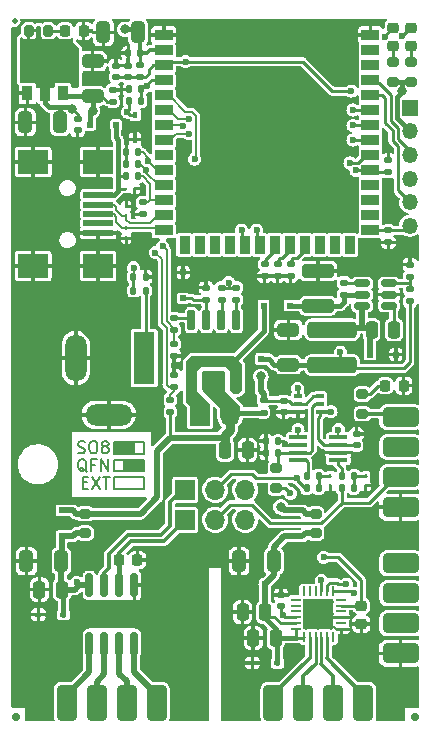
<source format=gbr>
%TF.GenerationSoftware,KiCad,Pcbnew,6.0.11-2627ca5db0~126~ubuntu22.04.1*%
%TF.CreationDate,2024-07-03T14:43:40+02:00*%
%TF.ProjectId,MCM-81339,4d434d2d-3831-4333-9339-2e6b69636164,rev?*%
%TF.SameCoordinates,Original*%
%TF.FileFunction,Copper,L1,Top*%
%TF.FilePolarity,Positive*%
%FSLAX46Y46*%
G04 Gerber Fmt 4.6, Leading zero omitted, Abs format (unit mm)*
G04 Created by KiCad (PCBNEW 6.0.11-2627ca5db0~126~ubuntu22.04.1) date 2024-07-03 14:43:40*
%MOMM*%
%LPD*%
G01*
G04 APERTURE LIST*
G04 Aperture macros list*
%AMRoundRect*
0 Rectangle with rounded corners*
0 $1 Rounding radius*
0 $2 $3 $4 $5 $6 $7 $8 $9 X,Y pos of 4 corners*
0 Add a 4 corners polygon primitive as box body*
4,1,4,$2,$3,$4,$5,$6,$7,$8,$9,$2,$3,0*
0 Add four circle primitives for the rounded corners*
1,1,$1+$1,$2,$3*
1,1,$1+$1,$4,$5*
1,1,$1+$1,$6,$7*
1,1,$1+$1,$8,$9*
0 Add four rect primitives between the rounded corners*
20,1,$1+$1,$2,$3,$4,$5,0*
20,1,$1+$1,$4,$5,$6,$7,0*
20,1,$1+$1,$6,$7,$8,$9,0*
20,1,$1+$1,$8,$9,$2,$3,0*%
%AMFreePoly0*
4,1,9,3.862500,-0.866500,0.737500,-0.866500,0.737500,-0.450000,-0.737500,-0.450000,-0.737500,0.450000,0.737500,0.450000,0.737500,0.866500,3.862500,0.866500,3.862500,-0.866500,3.862500,-0.866500,$1*%
G04 Aperture macros list end*
%TA.AperFunction,NonConductor*%
%ADD10C,0.200000*%
%TD*%
%ADD11C,0.200000*%
%TA.AperFunction,SMDPad,CuDef*%
%ADD12RoundRect,0.135000X-0.135000X-0.185000X0.135000X-0.185000X0.135000X0.185000X-0.135000X0.185000X0*%
%TD*%
%TA.AperFunction,SMDPad,CuDef*%
%ADD13RoundRect,0.135000X0.135000X0.185000X-0.135000X0.185000X-0.135000X-0.185000X0.135000X-0.185000X0*%
%TD*%
%TA.AperFunction,SMDPad,CuDef*%
%ADD14R,0.250000X0.360000*%
%TD*%
%TA.AperFunction,SMDPad,CuDef*%
%ADD15RoundRect,0.140000X0.170000X-0.140000X0.170000X0.140000X-0.170000X0.140000X-0.170000X-0.140000X0*%
%TD*%
%TA.AperFunction,SMDPad,CuDef*%
%ADD16RoundRect,0.150000X0.150000X-0.825000X0.150000X0.825000X-0.150000X0.825000X-0.150000X-0.825000X0*%
%TD*%
%TA.AperFunction,ComponentPad*%
%ADD17C,0.500000*%
%TD*%
%TA.AperFunction,SMDPad,CuDef*%
%ADD18R,3.300000X2.410000*%
%TD*%
%TA.AperFunction,SMDPad,CuDef*%
%ADD19R,0.450000X0.600000*%
%TD*%
%TA.AperFunction,SMDPad,CuDef*%
%ADD20RoundRect,0.135000X-0.185000X0.135000X-0.185000X-0.135000X0.185000X-0.135000X0.185000X0.135000X0*%
%TD*%
%TA.AperFunction,SMDPad,CuDef*%
%ADD21RoundRect,0.250000X0.325000X0.650000X-0.325000X0.650000X-0.325000X-0.650000X0.325000X-0.650000X0*%
%TD*%
%TA.AperFunction,SMDPad,CuDef*%
%ADD22RoundRect,0.200000X-0.275000X0.200000X-0.275000X-0.200000X0.275000X-0.200000X0.275000X0.200000X0*%
%TD*%
%TA.AperFunction,SMDPad,CuDef*%
%ADD23R,0.600000X0.450000*%
%TD*%
%TA.AperFunction,SMDPad,CuDef*%
%ADD24RoundRect,0.250000X0.250000X0.475000X-0.250000X0.475000X-0.250000X-0.475000X0.250000X-0.475000X0*%
%TD*%
%TA.AperFunction,SMDPad,CuDef*%
%ADD25RoundRect,0.218750X-0.256250X0.218750X-0.256250X-0.218750X0.256250X-0.218750X0.256250X0.218750X0*%
%TD*%
%TA.AperFunction,SMDPad,CuDef*%
%ADD26RoundRect,0.218750X0.218750X0.256250X-0.218750X0.256250X-0.218750X-0.256250X0.218750X-0.256250X0*%
%TD*%
%TA.AperFunction,ComponentPad*%
%ADD27RoundRect,0.425000X-1.125000X-0.425000X1.125000X-0.425000X1.125000X0.425000X-1.125000X0.425000X0*%
%TD*%
%TA.AperFunction,SMDPad,CuDef*%
%ADD28R,0.500000X0.500000*%
%TD*%
%TA.AperFunction,ComponentPad*%
%ADD29R,1.700000X1.700000*%
%TD*%
%TA.AperFunction,ComponentPad*%
%ADD30O,1.700000X1.700000*%
%TD*%
%TA.AperFunction,ComponentPad*%
%ADD31R,1.350000X1.350000*%
%TD*%
%TA.AperFunction,ComponentPad*%
%ADD32O,1.350000X1.350000*%
%TD*%
%TA.AperFunction,SMDPad,CuDef*%
%ADD33RoundRect,0.140000X-0.140000X-0.170000X0.140000X-0.170000X0.140000X0.170000X-0.140000X0.170000X0*%
%TD*%
%TA.AperFunction,SMDPad,CuDef*%
%ADD34RoundRect,0.250000X-0.250000X-0.475000X0.250000X-0.475000X0.250000X0.475000X-0.250000X0.475000X0*%
%TD*%
%TA.AperFunction,SMDPad,CuDef*%
%ADD35C,0.500000*%
%TD*%
%TA.AperFunction,SMDPad,CuDef*%
%ADD36RoundRect,0.140000X0.140000X0.170000X-0.140000X0.170000X-0.140000X-0.170000X0.140000X-0.170000X0*%
%TD*%
%TA.AperFunction,SMDPad,CuDef*%
%ADD37R,0.900000X1.300000*%
%TD*%
%TA.AperFunction,SMDPad,CuDef*%
%ADD38FreePoly0,90.000000*%
%TD*%
%TA.AperFunction,SMDPad,CuDef*%
%ADD39RoundRect,0.135000X0.185000X-0.135000X0.185000X0.135000X-0.185000X0.135000X-0.185000X-0.135000X0*%
%TD*%
%TA.AperFunction,SMDPad,CuDef*%
%ADD40RoundRect,0.200000X0.200000X0.275000X-0.200000X0.275000X-0.200000X-0.275000X0.200000X-0.275000X0*%
%TD*%
%TA.AperFunction,SMDPad,CuDef*%
%ADD41C,0.700000*%
%TD*%
%TA.AperFunction,SMDPad,CuDef*%
%ADD42R,1.500000X0.900000*%
%TD*%
%TA.AperFunction,SMDPad,CuDef*%
%ADD43R,0.900000X1.500000*%
%TD*%
%TA.AperFunction,HeatsinkPad*%
%ADD44C,0.500000*%
%TD*%
%TA.AperFunction,SMDPad,CuDef*%
%ADD45R,4.000000X4.000000*%
%TD*%
%TA.AperFunction,SMDPad,CuDef*%
%ADD46RoundRect,0.062500X0.062500X-0.350000X0.062500X0.350000X-0.062500X0.350000X-0.062500X-0.350000X0*%
%TD*%
%TA.AperFunction,SMDPad,CuDef*%
%ADD47RoundRect,0.062500X0.350000X-0.062500X0.350000X0.062500X-0.350000X0.062500X-0.350000X-0.062500X0*%
%TD*%
%TA.AperFunction,SMDPad,CuDef*%
%ADD48R,2.600000X2.600000*%
%TD*%
%TA.AperFunction,ComponentPad*%
%ADD49RoundRect,0.425000X-0.425000X1.125000X-0.425000X-1.125000X0.425000X-1.125000X0.425000X1.125000X0*%
%TD*%
%TA.AperFunction,SMDPad,CuDef*%
%ADD50RoundRect,0.150000X-0.150000X0.725000X-0.150000X-0.725000X0.150000X-0.725000X0.150000X0.725000X0*%
%TD*%
%TA.AperFunction,SMDPad,CuDef*%
%ADD51RoundRect,0.225000X-0.225000X-0.250000X0.225000X-0.250000X0.225000X0.250000X-0.225000X0.250000X0*%
%TD*%
%TA.AperFunction,SMDPad,CuDef*%
%ADD52R,2.500000X0.500000*%
%TD*%
%TA.AperFunction,SMDPad,CuDef*%
%ADD53R,2.500000X2.000000*%
%TD*%
%TA.AperFunction,SMDPad,CuDef*%
%ADD54R,0.360000X0.250000*%
%TD*%
%TA.AperFunction,SMDPad,CuDef*%
%ADD55RoundRect,0.250000X0.650000X-0.325000X0.650000X0.325000X-0.650000X0.325000X-0.650000X-0.325000X0*%
%TD*%
%TA.AperFunction,SMDPad,CuDef*%
%ADD56RoundRect,0.140000X-0.170000X0.140000X-0.170000X-0.140000X0.170000X-0.140000X0.170000X0.140000X0*%
%TD*%
%TA.AperFunction,SMDPad,CuDef*%
%ADD57R,0.650000X0.400000*%
%TD*%
%TA.AperFunction,SMDPad,CuDef*%
%ADD58RoundRect,0.225000X-0.250000X0.225000X-0.250000X-0.225000X0.250000X-0.225000X0.250000X0.225000X0*%
%TD*%
%TA.AperFunction,SMDPad,CuDef*%
%ADD59RoundRect,0.350000X-1.750000X-0.350000X1.750000X-0.350000X1.750000X0.350000X-1.750000X0.350000X0*%
%TD*%
%TA.AperFunction,SMDPad,CuDef*%
%ADD60RoundRect,0.150000X0.512500X0.150000X-0.512500X0.150000X-0.512500X-0.150000X0.512500X-0.150000X0*%
%TD*%
%TA.AperFunction,SMDPad,CuDef*%
%ADD61R,1.600000X0.300000*%
%TD*%
%TA.AperFunction,ComponentPad*%
%ADD62R,1.800000X4.400000*%
%TD*%
%TA.AperFunction,ComponentPad*%
%ADD63O,1.800000X4.000000*%
%TD*%
%TA.AperFunction,ComponentPad*%
%ADD64O,4.000000X1.800000*%
%TD*%
%TA.AperFunction,SMDPad,CuDef*%
%ADD65RoundRect,0.250000X1.100000X-0.325000X1.100000X0.325000X-1.100000X0.325000X-1.100000X-0.325000X0*%
%TD*%
%TA.AperFunction,ViaPad*%
%ADD66C,0.800000*%
%TD*%
%TA.AperFunction,ViaPad*%
%ADD67C,0.600000*%
%TD*%
%TA.AperFunction,Conductor*%
%ADD68C,0.250000*%
%TD*%
%TA.AperFunction,Conductor*%
%ADD69C,0.400000*%
%TD*%
%TA.AperFunction,Conductor*%
%ADD70C,0.200000*%
%TD*%
%TA.AperFunction,Conductor*%
%ADD71C,0.500000*%
%TD*%
%TA.AperFunction,Conductor*%
%ADD72C,0.350000*%
%TD*%
%TA.AperFunction,Conductor*%
%ADD73C,0.300000*%
%TD*%
%TA.AperFunction,Conductor*%
%ADD74C,0.450000*%
%TD*%
%TA.AperFunction,Conductor*%
%ADD75C,0.800000*%
%TD*%
%TA.AperFunction,Conductor*%
%ADD76C,0.240000*%
%TD*%
%TA.AperFunction,Conductor*%
%ADD77C,0.190000*%
%TD*%
G04 APERTURE END LIST*
D10*
X69950000Y-83400000D02*
X72450000Y-83400000D01*
X72450000Y-83400000D02*
X72450000Y-84400000D01*
X72450000Y-84400000D02*
X69950000Y-84400000D01*
X69950000Y-84400000D02*
X69950000Y-83400000D01*
X69950000Y-80400000D02*
X71600000Y-80400000D01*
X71600000Y-80400000D02*
X71600000Y-81400000D01*
X71600000Y-81400000D02*
X69950000Y-81400000D01*
X69950000Y-81400000D02*
X69950000Y-80400000D01*
G36*
X69950000Y-80400000D02*
G01*
X71600000Y-80400000D01*
X71600000Y-81400000D01*
X69950000Y-81400000D01*
X69950000Y-80400000D01*
G37*
X70800000Y-81900000D02*
X72450000Y-81900000D01*
X72450000Y-81900000D02*
X72450000Y-82900000D01*
X72450000Y-82900000D02*
X70800000Y-82900000D01*
X70800000Y-82900000D02*
X70800000Y-81900000D01*
G36*
X70800000Y-81900000D02*
G01*
X72450000Y-81900000D01*
X72450000Y-82900000D01*
X70800000Y-82900000D01*
X70800000Y-81900000D01*
G37*
X69950000Y-81900000D02*
X72450000Y-81900000D01*
X72450000Y-81900000D02*
X72450000Y-82900000D01*
X72450000Y-82900000D02*
X69950000Y-82900000D01*
X69950000Y-82900000D02*
X69950000Y-81900000D01*
X69950000Y-80400000D02*
X72450000Y-80400000D01*
X72450000Y-80400000D02*
X72450000Y-81400000D01*
X72450000Y-81400000D02*
X69950000Y-81400000D01*
X69950000Y-81400000D02*
X69950000Y-80400000D01*
D11*
D10*
X66908095Y-81304761D02*
X67050952Y-81352380D01*
X67289047Y-81352380D01*
X67384285Y-81304761D01*
X67431904Y-81257142D01*
X67479523Y-81161904D01*
X67479523Y-81066666D01*
X67431904Y-80971428D01*
X67384285Y-80923809D01*
X67289047Y-80876190D01*
X67098571Y-80828571D01*
X67003333Y-80780952D01*
X66955714Y-80733333D01*
X66908095Y-80638095D01*
X66908095Y-80542857D01*
X66955714Y-80447619D01*
X67003333Y-80400000D01*
X67098571Y-80352380D01*
X67336666Y-80352380D01*
X67479523Y-80400000D01*
X68098571Y-80352380D02*
X68289047Y-80352380D01*
X68384285Y-80400000D01*
X68479523Y-80495238D01*
X68527142Y-80685714D01*
X68527142Y-81019047D01*
X68479523Y-81209523D01*
X68384285Y-81304761D01*
X68289047Y-81352380D01*
X68098571Y-81352380D01*
X68003333Y-81304761D01*
X67908095Y-81209523D01*
X67860476Y-81019047D01*
X67860476Y-80685714D01*
X67908095Y-80495238D01*
X68003333Y-80400000D01*
X68098571Y-80352380D01*
X69098571Y-80780952D02*
X69003333Y-80733333D01*
X68955714Y-80685714D01*
X68908095Y-80590476D01*
X68908095Y-80542857D01*
X68955714Y-80447619D01*
X69003333Y-80400000D01*
X69098571Y-80352380D01*
X69289047Y-80352380D01*
X69384285Y-80400000D01*
X69431904Y-80447619D01*
X69479523Y-80542857D01*
X69479523Y-80590476D01*
X69431904Y-80685714D01*
X69384285Y-80733333D01*
X69289047Y-80780952D01*
X69098571Y-80780952D01*
X69003333Y-80828571D01*
X68955714Y-80876190D01*
X68908095Y-80971428D01*
X68908095Y-81161904D01*
X68955714Y-81257142D01*
X69003333Y-81304761D01*
X69098571Y-81352380D01*
X69289047Y-81352380D01*
X69384285Y-81304761D01*
X69431904Y-81257142D01*
X69479523Y-81161904D01*
X69479523Y-80971428D01*
X69431904Y-80876190D01*
X69384285Y-80828571D01*
X69289047Y-80780952D01*
D11*
D10*
X67622380Y-82947619D02*
X67527142Y-82900000D01*
X67431904Y-82804761D01*
X67289047Y-82661904D01*
X67193809Y-82614285D01*
X67098571Y-82614285D01*
X67146190Y-82852380D02*
X67050952Y-82804761D01*
X66955714Y-82709523D01*
X66908095Y-82519047D01*
X66908095Y-82185714D01*
X66955714Y-81995238D01*
X67050952Y-81900000D01*
X67146190Y-81852380D01*
X67336666Y-81852380D01*
X67431904Y-81900000D01*
X67527142Y-81995238D01*
X67574761Y-82185714D01*
X67574761Y-82519047D01*
X67527142Y-82709523D01*
X67431904Y-82804761D01*
X67336666Y-82852380D01*
X67146190Y-82852380D01*
X68336666Y-82328571D02*
X68003333Y-82328571D01*
X68003333Y-82852380D02*
X68003333Y-81852380D01*
X68479523Y-81852380D01*
X68860476Y-82852380D02*
X68860476Y-81852380D01*
X69431904Y-82852380D01*
X69431904Y-81852380D01*
D11*
D10*
X67289047Y-83828571D02*
X67622380Y-83828571D01*
X67765238Y-84352380D02*
X67289047Y-84352380D01*
X67289047Y-83352380D01*
X67765238Y-83352380D01*
X68098571Y-83352380D02*
X68765238Y-84352380D01*
X68765238Y-83352380D02*
X68098571Y-84352380D01*
X69003333Y-83352380D02*
X69574761Y-83352380D01*
X69289047Y-84352380D02*
X69289047Y-83352380D01*
D12*
%TO.P,R30,1*%
%TO.N,RXD_CPU*%
X89240000Y-84300000D03*
%TO.P,R30,2*%
%TO.N,Net-(D18-Pad1)*%
X90260000Y-84300000D03*
%TD*%
%TO.P,R28,1*%
%TO.N,TXD_CPU*%
X86240000Y-84300000D03*
%TO.P,R28,2*%
%TO.N,Net-(D19-Pad1)*%
X87260000Y-84300000D03*
%TD*%
D13*
%TO.P,R16,1*%
%TO.N,Net-(D18-Pad1)*%
X90260000Y-83250000D03*
%TO.P,R16,2*%
%TO.N,Net-(R16-Pad2)*%
X89240000Y-83250000D03*
%TD*%
%TO.P,R15,1*%
%TO.N,Net-(D19-Pad1)*%
X87260000Y-83250000D03*
%TO.P,R15,2*%
%TO.N,Net-(R15-Pad2)*%
X86240000Y-83250000D03*
%TD*%
D14*
%TO.P,D19,1,A1*%
%TO.N,Net-(D19-Pad1)*%
X88250000Y-83280000D03*
%TO.P,D19,2,A2*%
%TO.N,GND*%
X88250000Y-84120000D03*
%TD*%
%TO.P,D18,1,A1*%
%TO.N,Net-(D18-Pad1)*%
X91250000Y-83280000D03*
%TO.P,D18,2,A2*%
%TO.N,GND*%
X91250000Y-84120000D03*
%TD*%
D15*
%TO.P,C8,1*%
%TO.N,+3.3V*%
X90478200Y-80693000D03*
%TO.P,C8,2*%
%TO.N,GND*%
X90478200Y-79733000D03*
%TD*%
D16*
%TO.P,U8,1,T*%
%TO.N,Net-(J9-Pad4)*%
X67845000Y-97475000D03*
%TO.P,U8,2,W*%
%TO.N,Net-(J9-Pad3)*%
X69115000Y-97475000D03*
%TO.P,U8,3,V*%
%TO.N,Net-(J9-Pad2)*%
X70385000Y-97475000D03*
%TO.P,U8,4,U*%
%TO.N,Net-(J9-Pad1)*%
X71655000Y-97475000D03*
%TO.P,U8,5,GND*%
%TO.N,GND*%
X71655000Y-92525000D03*
%TO.P,U8,6,COMM*%
%TO.N,RXD_SO8*%
X70385000Y-92525000D03*
%TO.P,U8,7,IO0*%
%TO.N,TXD_SO8*%
X69115000Y-92525000D03*
%TO.P,U8,8,VS*%
%TO.N,Net-(C26-Pad1)*%
X67845000Y-92525000D03*
D17*
%TO.P,U8,9,EXP*%
%TO.N,GND*%
X69750000Y-94300000D03*
X70950000Y-94300000D03*
X68550000Y-94300000D03*
X69750000Y-95700000D03*
X68550000Y-95700000D03*
D18*
X69750000Y-95000000D03*
D17*
X70950000Y-95700000D03*
%TD*%
D19*
%TO.P,D4,1,K*%
%TO.N,Net-(D4-Pad1)*%
X71729600Y-52696400D03*
%TO.P,D4,2,A*%
%TO.N,GND*%
X71729600Y-54796400D03*
%TD*%
D20*
%TO.P,R4,1*%
%TO.N,Net-(R4-Pad1)*%
X94996000Y-67490000D03*
%TO.P,R4,2*%
%TO.N,Net-(C10-Pad1)*%
X94996000Y-68510000D03*
%TD*%
D21*
%TO.P,C21,1*%
%TO.N,Net-(C21-Pad1)*%
X83475000Y-90500000D03*
%TO.P,C21,2*%
%TO.N,GND*%
X80525000Y-90500000D03*
%TD*%
D22*
%TO.P,R18,1*%
%TO.N,Net-(C5-Pad1)*%
X83667600Y-82639400D03*
%TO.P,R18,2*%
%TO.N,VDDA*%
X83667600Y-84289400D03*
%TD*%
D23*
%TO.P,D17,1,A1*%
%TO.N,GND*%
X63542200Y-95021400D03*
%TO.P,D17,2,A2*%
%TO.N,Net-(C26-Pad1)*%
X65642200Y-95021400D03*
%TD*%
D24*
%TO.P,C23,1*%
%TO.N,Net-(C21-Pad1)*%
X83627000Y-97002600D03*
%TO.P,C23,2*%
%TO.N,GND*%
X81727000Y-97002600D03*
%TD*%
D25*
%TO.P,D10,1,K*%
%TO.N,LED2*%
X93573600Y-45312500D03*
%TO.P,D10,2,A*%
%TO.N,Net-(D10-Pad2)*%
X93573600Y-46887500D03*
%TD*%
D26*
%TO.P,D1,1,K*%
%TO.N,GND*%
X67360900Y-45593000D03*
%TO.P,D1,2,A*%
%TO.N,Net-(D1-Pad2)*%
X65785900Y-45593000D03*
%TD*%
D20*
%TO.P,R3,1*%
%TO.N,GND*%
X93167200Y-56538400D03*
%TO.P,R3,2*%
%TO.N,UART_VSEL*%
X93167200Y-57558400D03*
%TD*%
D13*
%TO.P,R24,1*%
%TO.N,VS*%
X72610000Y-67600000D03*
%TO.P,R24,2*%
%TO.N,MEAS_VS*%
X71590000Y-67600000D03*
%TD*%
D27*
%TO.P,J1,1,Pin_1*%
%TO.N,GND*%
X94200000Y-98300000D03*
%TO.P,J1,2,Pin_2*%
%TO.N,Net-(J1-Pad2)*%
X94200000Y-95760000D03*
%TO.P,J1,3,Pin_3*%
%TO.N,Net-(J1-Pad3)*%
X94200000Y-93220000D03*
%TO.P,J1,4,Pin_4*%
%TO.N,VDDA*%
X94200000Y-90680000D03*
%TD*%
D28*
%TO.P,D15,1,K*%
%TO.N,Net-(C26-Pad1)*%
X65500000Y-88400000D03*
%TO.P,D15,2,A*%
%TO.N,VBUS*%
X65500000Y-86200000D03*
%TD*%
D20*
%TO.P,R27,1*%
%TO.N,MEAS_VUSB*%
X72364600Y-60119800D03*
%TO.P,R27,2*%
%TO.N,GND*%
X72364600Y-61139800D03*
%TD*%
D22*
%TO.P,R29,1*%
%TO.N,VBUS*%
X87000000Y-86475000D03*
%TO.P,R29,2*%
%TO.N,Net-(C21-Pad1)*%
X87000000Y-88125000D03*
%TD*%
D12*
%TO.P,R20,1*%
%TO.N,GND*%
X82808000Y-80340000D03*
%TO.P,R20,2*%
%TO.N,UART_OE*%
X83828000Y-80340000D03*
%TD*%
D29*
%TO.P,J6,1,Pin_1*%
%TO.N,TXD_SO8*%
X75960000Y-84460000D03*
D30*
%TO.P,J6,2,Pin_2*%
%TO.N,TXD_CPU*%
X78500000Y-84460000D03*
%TO.P,J6,3,Pin_3*%
%TO.N,TXD_QFN24*%
X81040000Y-84460000D03*
%TD*%
D27*
%TO.P,J4,1,Pin_1*%
%TO.N,VBUS*%
X94200000Y-78300000D03*
%TO.P,J4,2,Pin_2*%
%TO.N,TXD_CPU*%
X94200000Y-80840000D03*
%TO.P,J4,3,Pin_3*%
%TO.N,RXD_CPU*%
X94200000Y-83380000D03*
%TO.P,J4,4,Pin_4*%
%TO.N,GND*%
X94200000Y-85920000D03*
%TD*%
D28*
%TO.P,D9,1,K*%
%TO.N,Net-(C1-Pad1)*%
X84800000Y-68850000D03*
%TO.P,D9,2,A*%
%TO.N,VS*%
X82600000Y-68850000D03*
%TD*%
D31*
%TO.P,J3,1,Pin_1*%
%TO.N,EN*%
X95000000Y-52100000D03*
D32*
%TO.P,J3,2,Pin_2*%
%TO.N,+3.3V*%
X95000000Y-54100000D03*
%TO.P,J3,3,Pin_3*%
%TO.N,Net-(J3-Pad3)*%
X95000000Y-56100000D03*
%TO.P,J3,4,Pin_4*%
%TO.N,GND*%
X95000000Y-58100000D03*
%TO.P,J3,5,Pin_5*%
%TO.N,Net-(J3-Pad5)*%
X95000000Y-60100000D03*
%TO.P,J3,6,Pin_6*%
%TO.N,IO0*%
X95000000Y-62100000D03*
%TD*%
D33*
%TO.P,C4,1*%
%TO.N,GND*%
X70995600Y-55880000D03*
%TO.P,C4,2*%
%TO.N,MEAS_VBUS*%
X71955600Y-55880000D03*
%TD*%
D34*
%TO.P,C18,1*%
%TO.N,VBUS*%
X79350000Y-81100000D03*
%TO.P,C18,2*%
%TO.N,GND*%
X81250000Y-81100000D03*
%TD*%
D20*
%TO.P,R13,1*%
%TO.N,IO0*%
X93167200Y-62482000D03*
%TO.P,R13,2*%
%TO.N,GND*%
X93167200Y-63502000D03*
%TD*%
D15*
%TO.P,C17,1*%
%TO.N,EN*%
X70104000Y-49502000D03*
%TO.P,C17,2*%
%TO.N,GND*%
X70104000Y-48542000D03*
%TD*%
D12*
%TO.P,R25,1*%
%TO.N,MEAS_VS*%
X71590000Y-66450000D03*
%TO.P,R25,2*%
%TO.N,GND*%
X72610000Y-66450000D03*
%TD*%
D35*
%TO.P,FID1,*%
%TO.N,*%
X61518800Y-44754800D03*
%TD*%
D36*
%TO.P,C13,1*%
%TO.N,+3.3V*%
X72108000Y-47490000D03*
%TO.P,C13,2*%
%TO.N,GND*%
X71148000Y-47490000D03*
%TD*%
D37*
%TO.P,U1,1,GND*%
%TO.N,GND*%
X62609600Y-50875200D03*
D38*
%TO.P,U1,2,VO*%
%TO.N,+3.3V*%
X64109600Y-50787700D03*
D37*
%TO.P,U1,3,VI*%
%TO.N,+5V*%
X65609600Y-50875200D03*
%TD*%
D39*
%TO.P,R22,1*%
%TO.N,VBUS*%
X74701400Y-77853000D03*
%TO.P,R22,2*%
%TO.N,MEAS_VBUS*%
X74701400Y-76833000D03*
%TD*%
D28*
%TO.P,D14,1,K*%
%TO.N,Net-(C21-Pad1)*%
X85000000Y-88400000D03*
%TO.P,D14,2,A*%
%TO.N,VBUS*%
X85000000Y-86200000D03*
%TD*%
D40*
%TO.P,R1,1*%
%TO.N,Net-(D1-Pad2)*%
X64375800Y-45600000D03*
%TO.P,R1,2*%
%TO.N,+3.3V*%
X62725800Y-45600000D03*
%TD*%
D41*
%TO.P,FID2,*%
%TO.N,*%
X95400000Y-103700000D03*
%TD*%
D42*
%TO.P,U5,1,GND*%
%TO.N,GND*%
X74150000Y-45958000D03*
%TO.P,U5,2,3V3*%
%TO.N,+3.3V*%
X74150000Y-47228000D03*
%TO.P,U5,3,EN*%
%TO.N,EN*%
X74150000Y-48498000D03*
%TO.P,U5,4,IO4*%
%TO.N,SLAVE_CUR*%
X74150000Y-49768000D03*
%TO.P,U5,5,IO5*%
%TO.N,SLAVE_PWR*%
X74150000Y-51038000D03*
%TO.P,U5,6,IO6*%
%TO.N,RXD_MCM*%
X74150000Y-52308000D03*
%TO.P,U5,7,IO7*%
%TO.N,TXD_MCM*%
X74150000Y-53578000D03*
%TO.P,U5,8,IO15*%
%TO.N,UART_OE*%
X74150000Y-54848000D03*
%TO.P,U5,9,IO16*%
%TO.N,unconnected-(U5-Pad9)*%
X74150000Y-56118000D03*
%TO.P,U5,10,IO17*%
%TO.N,MEAS_VBUS*%
X74150000Y-57388000D03*
%TO.P,U5,11,IO18*%
%TO.N,MEAS_VS*%
X74150000Y-58658000D03*
%TO.P,U5,12,IO8*%
%TO.N,MEAS_VUSB*%
X74150000Y-59928000D03*
%TO.P,U5,13,IO19*%
%TO.N,USB_D-*%
X74150000Y-61198000D03*
%TO.P,U5,14,IO20*%
%TO.N,USB_D+*%
X74150000Y-62468000D03*
D43*
%TO.P,U5,15,IO3*%
%TO.N,unconnected-(U5-Pad15)*%
X75915000Y-63718000D03*
%TO.P,U5,16,IO46*%
%TO.N,unconnected-(U5-Pad16)*%
X77185000Y-63718000D03*
%TO.P,U5,17,IO9*%
%TO.N,unconnected-(U5-Pad17)*%
X78455000Y-63718000D03*
%TO.P,U5,18,IO10*%
%TO.N,unconnected-(U5-Pad18)*%
X79725000Y-63718000D03*
%TO.P,U5,19,IO11*%
%TO.N,LED2*%
X80995000Y-63718000D03*
%TO.P,U5,20,IO12*%
%TO.N,LED1*%
X82265000Y-63718000D03*
%TO.P,U5,21,IO13*%
%TO.N,Net-(R32-Pad1)*%
X83535000Y-63718000D03*
%TO.P,U5,22,IO14*%
%TO.N,Net-(R33-Pad1)*%
X84805000Y-63718000D03*
%TO.P,U5,23,IO21*%
%TO.N,Net-(R34-Pad1)*%
X86075000Y-63718000D03*
%TO.P,U5,24,IO47*%
%TO.N,unconnected-(U5-Pad24)*%
X87345000Y-63718000D03*
%TO.P,U5,25,IO48*%
%TO.N,unconnected-(U5-Pad25)*%
X88615000Y-63718000D03*
%TO.P,U5,26,IO45*%
%TO.N,unconnected-(U5-Pad26)*%
X89885000Y-63718000D03*
D42*
%TO.P,U5,27,IO0*%
%TO.N,IO0*%
X91650000Y-62468000D03*
%TO.P,U5,28,NC*%
%TO.N,unconnected-(U5-Pad28)*%
X91650000Y-61198000D03*
%TO.P,U5,29,NC*%
%TO.N,unconnected-(U5-Pad29)*%
X91650000Y-59928000D03*
%TO.P,U5,30,NC*%
%TO.N,unconnected-(U5-Pad30)*%
X91650000Y-58658000D03*
%TO.P,U5,31,IO38*%
%TO.N,UART_VSEL*%
X91650000Y-57388000D03*
%TO.P,U5,32,IO39*%
%TO.N,/MCM/TCK*%
X91650000Y-56118000D03*
%TO.P,U5,33,IO40*%
%TO.N,/MCM/TDO*%
X91650000Y-54848000D03*
%TO.P,U5,34,IO41*%
%TO.N,/MCM/TDI*%
X91650000Y-53578000D03*
%TO.P,U5,35,IO42*%
%TO.N,/MCM/TMS*%
X91650000Y-52308000D03*
%TO.P,U5,36,RXD0*%
%TO.N,Net-(J3-Pad5)*%
X91650000Y-51038000D03*
%TO.P,U5,37,TXD0*%
%TO.N,Net-(J3-Pad3)*%
X91650000Y-49768000D03*
%TO.P,U5,38,IO2*%
%TO.N,unconnected-(U5-Pad38)*%
X91650000Y-48498000D03*
%TO.P,U5,39,IO1*%
%TO.N,unconnected-(U5-Pad39)*%
X91650000Y-47228000D03*
%TO.P,U5,40,GND*%
%TO.N,GND*%
X91650000Y-45958000D03*
D44*
%TO.P,U5,41,EPAD*%
X82290000Y-49808000D03*
X80790000Y-52808000D03*
X80790000Y-49808000D03*
X81540000Y-52058000D03*
X80040000Y-50558000D03*
D45*
X81540000Y-51308000D03*
D44*
X80790000Y-51308000D03*
X81540000Y-50558000D03*
X82290000Y-52808000D03*
X80040000Y-52058000D03*
X83040000Y-50558000D03*
X83040000Y-52058000D03*
X82290000Y-51308000D03*
%TD*%
D20*
%TO.P,R11,1*%
%TO.N,+3.3V*%
X72136000Y-48512000D03*
%TO.P,R11,2*%
%TO.N,EN*%
X72136000Y-49532000D03*
%TD*%
D28*
%TO.P,D5,1,K*%
%TO.N,GND*%
X75800000Y-66050000D03*
%TO.P,D5,2,A*%
%TO.N,Net-(D5-Pad2)*%
X75800000Y-68250000D03*
%TD*%
D46*
%TO.P,U7,1,VSM*%
%TO.N,Net-(C21-Pad1)*%
X86000000Y-96937500D03*
%TO.P,U7,2,T*%
%TO.N,Net-(J8-Pad4)*%
X86500000Y-96937500D03*
%TO.P,U7,3,W*%
%TO.N,Net-(J8-Pad3)*%
X87000000Y-96937500D03*
%TO.P,U7,4,V*%
%TO.N,Net-(J8-Pad2)*%
X87500000Y-96937500D03*
%TO.P,U7,5,U*%
%TO.N,Net-(J8-Pad1)*%
X88000000Y-96937500D03*
%TO.P,U7,6*%
%TO.N,N/C*%
X88500000Y-96937500D03*
D47*
%TO.P,U7,7,GND*%
%TO.N,GND*%
X89187500Y-96250000D03*
%TO.P,U7,8*%
%TO.N,N/C*%
X89187500Y-95750000D03*
%TO.P,U7,9,GND*%
%TO.N,GND*%
X89187500Y-95250000D03*
%TO.P,U7,10*%
%TO.N,N/C*%
X89187500Y-94750000D03*
%TO.P,U7,11,COMM*%
%TO.N,RXD_QFN24*%
X89187500Y-94250000D03*
%TO.P,U7,12*%
%TO.N,N/C*%
X89187500Y-93750000D03*
D46*
%TO.P,U7,13,IO6*%
%TO.N,Net-(J1-Pad3)*%
X88500000Y-93062500D03*
%TO.P,U7,14,IO7*%
%TO.N,Net-(J1-Pad2)*%
X88000000Y-93062500D03*
%TO.P,U7,15,IO0*%
%TO.N,TXD_QFN24*%
X87500000Y-93062500D03*
%TO.P,U7,16,IO1*%
%TO.N,unconnected-(U7-Pad16)*%
X87000000Y-93062500D03*
%TO.P,U7,17,IO2*%
%TO.N,unconnected-(U7-Pad17)*%
X86500000Y-93062500D03*
%TO.P,U7,18,IO3*%
%TO.N,unconnected-(U7-Pad18)*%
X86000000Y-93062500D03*
D47*
%TO.P,U7,19,IO4*%
%TO.N,unconnected-(U7-Pad19)*%
X85312500Y-93750000D03*
%TO.P,U7,20,IO5*%
%TO.N,unconnected-(U7-Pad20)*%
X85312500Y-94250000D03*
%TO.P,U7,21*%
%TO.N,N/C*%
X85312500Y-94750000D03*
%TO.P,U7,22,3V3*%
%TO.N,VDDA*%
X85312500Y-95250000D03*
%TO.P,U7,23,VS*%
%TO.N,Net-(C21-Pad1)*%
X85312500Y-95750000D03*
%TO.P,U7,24,VSM*%
X85312500Y-96250000D03*
D17*
%TO.P,U7,25,EXP*%
%TO.N,GND*%
X87250000Y-95000000D03*
X86200000Y-93950000D03*
X86200000Y-96050000D03*
X87250000Y-93950000D03*
X88300000Y-96050000D03*
X87250000Y-96050000D03*
D48*
X87250000Y-95000000D03*
D17*
X88300000Y-95000000D03*
X86200000Y-95000000D03*
X88300000Y-93950000D03*
%TD*%
D49*
%TO.P,J8,1,Pin_1*%
%TO.N,Net-(J8-Pad1)*%
X91060000Y-102500000D03*
%TO.P,J8,2,Pin_2*%
%TO.N,Net-(J8-Pad2)*%
X88520000Y-102500000D03*
%TO.P,J8,3,Pin_3*%
%TO.N,Net-(J8-Pad3)*%
X85980000Y-102500000D03*
%TO.P,J8,4,Pin_4*%
%TO.N,Net-(J8-Pad4)*%
X83440000Y-102500000D03*
%TD*%
D29*
%TO.P,J7,1,Pin_1*%
%TO.N,RXD_SO8*%
X75960000Y-87000000D03*
D30*
%TO.P,J7,2,Pin_2*%
%TO.N,RXD_CPU*%
X78500000Y-87000000D03*
%TO.P,J7,3,Pin_3*%
%TO.N,RXD_QFN24*%
X81040000Y-87000000D03*
%TD*%
D36*
%TO.P,C5,1*%
%TO.N,Net-(C5-Pad1)*%
X83798000Y-81356000D03*
%TO.P,C5,2*%
%TO.N,GND*%
X82838000Y-81356000D03*
%TD*%
D21*
%TO.P,C15,1*%
%TO.N,+3.3V*%
X71985400Y-45720000D03*
%TO.P,C15,2*%
%TO.N,GND*%
X69035400Y-45720000D03*
%TD*%
D22*
%TO.P,R17,1*%
%TO.N,Net-(D7-Pad2)*%
X95100000Y-48260000D03*
%TO.P,R17,2*%
%TO.N,+3.3V*%
X95100000Y-49910000D03*
%TD*%
D20*
%TO.P,R10,1*%
%TO.N,Net-(D4-Pad1)*%
X75031600Y-72085200D03*
%TO.P,R10,2*%
%TO.N,GND*%
X75031600Y-73105200D03*
%TD*%
D29*
%TO.P,J2,1,Pin_1*%
%TO.N,VS*%
X77230000Y-78227102D03*
D30*
%TO.P,J2,2,Pin_2*%
%TO.N,VBUS*%
X79770000Y-78227102D03*
%TD*%
D20*
%TO.P,R33,1*%
%TO.N,Net-(R33-Pad1)*%
X83800000Y-65340000D03*
%TO.P,R33,2*%
%TO.N,GND*%
X83800000Y-66360000D03*
%TD*%
D23*
%TO.P,D16,1,A1*%
%TO.N,GND*%
X81662600Y-99110800D03*
%TO.P,D16,2,A2*%
%TO.N,Net-(C21-Pad1)*%
X83762600Y-99110800D03*
%TD*%
D20*
%TO.P,R21,1*%
%TO.N,+5V*%
X82600000Y-76890000D03*
%TO.P,R21,2*%
%TO.N,VBUS*%
X82600000Y-77910000D03*
%TD*%
D28*
%TO.P,D3,1,K*%
%TO.N,+5V*%
X82372200Y-75572800D03*
%TO.P,D3,2,A*%
%TO.N,Net-(C10-Pad1)*%
X82372200Y-73372800D03*
%TD*%
D20*
%TO.P,R32,1*%
%TO.N,Net-(R32-Pad1)*%
X82700000Y-65340000D03*
%TO.P,R32,2*%
%TO.N,GND*%
X82700000Y-66360000D03*
%TD*%
%TO.P,R8,1*%
%TO.N,SLAVE_PWR*%
X79044800Y-67331400D03*
%TO.P,R8,2*%
%TO.N,Net-(R8-Pad2)*%
X79044800Y-68351400D03*
%TD*%
D28*
%TO.P,D2,1,K*%
%TO.N,Net-(C7-Pad2)*%
X91610000Y-73001200D03*
%TO.P,D2,2,A*%
%TO.N,GND*%
X93810000Y-73001200D03*
%TD*%
D15*
%TO.P,C2,1*%
%TO.N,+5V*%
X69850000Y-51584800D03*
%TO.P,C2,2*%
%TO.N,GND*%
X69850000Y-50624800D03*
%TD*%
D33*
%TO.P,C11,1*%
%TO.N,GND*%
X70995600Y-56896000D03*
%TO.P,C11,2*%
%TO.N,MEAS_VS*%
X71955600Y-56896000D03*
%TD*%
D39*
%TO.P,R23,1*%
%TO.N,MEAS_VBUS*%
X75031600Y-75770200D03*
%TO.P,R23,2*%
%TO.N,GND*%
X75031600Y-74750200D03*
%TD*%
D20*
%TO.P,R5,1*%
%TO.N,GND*%
X94996000Y-65390000D03*
%TO.P,R5,2*%
%TO.N,Net-(R4-Pad1)*%
X94996000Y-66410000D03*
%TD*%
D24*
%TO.P,C7,1*%
%TO.N,Net-(C7-Pad1)*%
X93650000Y-70900000D03*
%TO.P,C7,2*%
%TO.N,Net-(C7-Pad2)*%
X91750000Y-70900000D03*
%TD*%
D50*
%TO.P,U4,1,INPUT*%
%TO.N,Net-(R7-Pad2)*%
X80289400Y-70094400D03*
%TO.P,U4,2,SEn*%
%TO.N,Net-(R8-Pad2)*%
X79019400Y-70094400D03*
%TO.P,U4,3,GND*%
%TO.N,Net-(D5-Pad2)*%
X77749400Y-70094400D03*
%TO.P,U4,4,MultiSense*%
%TO.N,Net-(R9-Pad1)*%
X76479400Y-70094400D03*
%TO.P,U4,5,VCC*%
%TO.N,VS*%
X76479400Y-75244400D03*
%TO.P,U4,6,OUTPUT*%
%TO.N,VBUS*%
X77749400Y-75244400D03*
%TO.P,U4,7,OUTPUT*%
X79019400Y-75244400D03*
%TO.P,U4,8,VCC*%
%TO.N,VS*%
X80289400Y-75244400D03*
%TD*%
D51*
%TO.P,C27,1*%
%TO.N,RXD_SO8*%
X70370400Y-90398600D03*
%TO.P,C27,2*%
%TO.N,GND*%
X71920400Y-90398600D03*
%TD*%
D41*
%TO.P,FID3,*%
%TO.N,*%
X61600000Y-103700000D03*
%TD*%
D25*
%TO.P,D7,1,K*%
%TO.N,LED1*%
X95100000Y-45312500D03*
%TO.P,D7,2,A*%
%TO.N,Net-(D7-Pad2)*%
X95100000Y-46887500D03*
%TD*%
D52*
%TO.P,J5,1,VBUS*%
%TO.N,VUSB*%
X68600000Y-59500000D03*
%TO.P,J5,2,D-*%
%TO.N,USB_D-*%
X68600000Y-60300000D03*
%TO.P,J5,3,D+*%
%TO.N,USB_D+*%
X68600000Y-61100000D03*
%TO.P,J5,4,ID*%
%TO.N,unconnected-(J5-Pad4)*%
X68600000Y-61900000D03*
%TO.P,J5,5,GND*%
%TO.N,GND*%
X68600000Y-62700000D03*
D53*
%TO.P,J5,6,Shield*%
X68600000Y-65500000D03*
X63100000Y-65500000D03*
X68600000Y-56700000D03*
X63100000Y-56700000D03*
%TD*%
D20*
%TO.P,R7,1*%
%TO.N,SLAVE_PWR*%
X80294800Y-67331400D03*
%TO.P,R7,2*%
%TO.N,Net-(R7-Pad2)*%
X80294800Y-68351400D03*
%TD*%
%TO.P,R9,1*%
%TO.N,Net-(R9-Pad1)*%
X75031600Y-69898298D03*
%TO.P,R9,2*%
%TO.N,Net-(D4-Pad1)*%
X75031600Y-70918298D03*
%TD*%
D21*
%TO.P,C9,1*%
%TO.N,+3.3V*%
X65381400Y-53340000D03*
%TO.P,C9,2*%
%TO.N,GND*%
X62431400Y-53340000D03*
%TD*%
D54*
%TO.P,D13,1,A1*%
%TO.N,VUSB*%
X70852400Y-58978800D03*
%TO.P,D13,2,A2*%
%TO.N,GND*%
X71692400Y-58978800D03*
%TD*%
D55*
%TO.P,C3,1*%
%TO.N,+5V*%
X68122800Y-51106600D03*
%TO.P,C3,2*%
%TO.N,GND*%
X68122800Y-48156600D03*
%TD*%
D49*
%TO.P,J9,1,Pin_1*%
%TO.N,Net-(J9-Pad1)*%
X73560000Y-102500000D03*
%TO.P,J9,2,Pin_2*%
%TO.N,Net-(J9-Pad2)*%
X71020000Y-102500000D03*
%TO.P,J9,3,Pin_3*%
%TO.N,Net-(J9-Pad3)*%
X68480000Y-102500000D03*
%TO.P,J9,4,Pin_4*%
%TO.N,Net-(J9-Pad4)*%
X65940000Y-102500000D03*
%TD*%
D56*
%TO.P,C6,1*%
%TO.N,+3.3V*%
X66852800Y-53063200D03*
%TO.P,C6,2*%
%TO.N,GND*%
X66852800Y-54023200D03*
%TD*%
D57*
%TO.P,U6,1,SEL*%
%TO.N,UART_VSEL*%
X85501400Y-76551000D03*
%TO.P,U6,2,VDD*%
%TO.N,+5V*%
X85501400Y-77201000D03*
%TO.P,U6,3,GND*%
%TO.N,GND*%
X85501400Y-77851000D03*
%TO.P,U6,4,S1*%
%TO.N,+3.3V*%
X87401400Y-77851000D03*
%TO.P,U6,5,D*%
%TO.N,Net-(C5-Pad1)*%
X87401400Y-77201000D03*
%TO.P,U6,6,S2*%
%TO.N,+5V*%
X87401400Y-76551000D03*
%TD*%
D20*
%TO.P,R12,1*%
%TO.N,GND*%
X77744800Y-67344298D03*
%TO.P,R12,2*%
%TO.N,Net-(D5-Pad2)*%
X77744800Y-68364298D03*
%TD*%
D13*
%TO.P,R6,1*%
%TO.N,SLAVE_CUR*%
X72239600Y-51562000D03*
%TO.P,R6,2*%
%TO.N,Net-(D4-Pad1)*%
X71219600Y-51562000D03*
%TD*%
D20*
%TO.P,R34,1*%
%TO.N,Net-(R34-Pad1)*%
X84900000Y-65340000D03*
%TO.P,R34,2*%
%TO.N,GND*%
X84900000Y-66360000D03*
%TD*%
D58*
%TO.P,C22,1*%
%TO.N,RXD_QFN24*%
X90880000Y-94265000D03*
%TO.P,C22,2*%
%TO.N,GND*%
X90880000Y-95815000D03*
%TD*%
D14*
%TO.P,D11,1,A1*%
%TO.N,USB_D+*%
X70993000Y-62318000D03*
%TO.P,D11,2,A2*%
%TO.N,GND*%
X70993000Y-63158000D03*
%TD*%
D22*
%TO.P,R19,1*%
%TO.N,Net-(D10-Pad2)*%
X93573600Y-48260000D03*
%TO.P,R19,2*%
%TO.N,+3.3V*%
X93573600Y-49910000D03*
%TD*%
D59*
%TO.P,L1,1,1*%
%TO.N,Net-(C7-Pad2)*%
X88417400Y-70900000D03*
%TO.P,L1,2,2*%
%TO.N,Net-(C10-Pad1)*%
X88417400Y-73900000D03*
%TD*%
D36*
%TO.P,C12,1*%
%TO.N,SLAVE_CUR*%
X72209600Y-50546000D03*
%TO.P,C12,2*%
%TO.N,GND*%
X71249600Y-50546000D03*
%TD*%
D14*
%TO.P,D12,1,A1*%
%TO.N,USB_D-*%
X70993000Y-61278400D03*
%TO.P,D12,2,A2*%
%TO.N,GND*%
X70993000Y-60438400D03*
%TD*%
D26*
%TO.P,D6,1,K*%
%TO.N,GND*%
X94467500Y-75630000D03*
%TO.P,D6,2,A*%
%TO.N,Net-(D6-Pad2)*%
X92892500Y-75630000D03*
%TD*%
D15*
%TO.P,C25,1*%
%TO.N,VDDA*%
X84074000Y-94307600D03*
%TO.P,C25,2*%
%TO.N,GND*%
X84074000Y-93347600D03*
%TD*%
D20*
%TO.P,R2,1*%
%TO.N,Net-(R2-Pad1)*%
X89408000Y-66903200D03*
%TO.P,R2,2*%
%TO.N,Net-(C1-Pad1)*%
X89408000Y-67923200D03*
%TD*%
D60*
%TO.P,U2,1,CB*%
%TO.N,Net-(C7-Pad1)*%
X93212500Y-68871200D03*
%TO.P,U2,2,GND*%
%TO.N,GND*%
X93212500Y-67921200D03*
%TO.P,U2,3,FB*%
%TO.N,Net-(R4-Pad1)*%
X93212500Y-66971200D03*
%TO.P,U2,4,~{SHDN}*%
%TO.N,Net-(R2-Pad1)*%
X90937500Y-66971200D03*
%TO.P,U2,5,VIN*%
%TO.N,Net-(C1-Pad1)*%
X90937500Y-67921200D03*
%TO.P,U2,6,SW*%
%TO.N,Net-(C7-Pad2)*%
X90937500Y-68871200D03*
%TD*%
D55*
%TO.P,C10,1*%
%TO.N,Net-(C10-Pad1)*%
X84709000Y-73865000D03*
%TO.P,C10,2*%
%TO.N,GND*%
X84709000Y-70915000D03*
%TD*%
D24*
%TO.P,C28,1*%
%TO.N,Net-(C26-Pad1)*%
X65516800Y-92900000D03*
%TO.P,C28,2*%
%TO.N,GND*%
X63616800Y-92900000D03*
%TD*%
D22*
%TO.P,R31,1*%
%TO.N,VBUS*%
X67500000Y-86475000D03*
%TO.P,R31,2*%
%TO.N,Net-(C26-Pad1)*%
X67500000Y-88125000D03*
%TD*%
D61*
%TO.P,U3,1,B2*%
%TO.N,Net-(R16-Pad2)*%
X88927000Y-81950000D03*
%TO.P,U3,2,GND*%
%TO.N,GND*%
X88927000Y-81300000D03*
%TO.P,U3,3,VCCA*%
%TO.N,+3.3V*%
X88927000Y-80650000D03*
%TO.P,U3,4,A2*%
%TO.N,TXD_MCM*%
X88927000Y-80000000D03*
%TO.P,U3,5,A1*%
%TO.N,RXD_MCM*%
X85527000Y-80000000D03*
%TO.P,U3,6,OE*%
%TO.N,UART_OE*%
X85527000Y-80650000D03*
%TO.P,U3,7,VCCB*%
%TO.N,Net-(C5-Pad1)*%
X85527000Y-81300000D03*
%TO.P,U3,8,B1*%
%TO.N,Net-(R15-Pad2)*%
X85527000Y-81950000D03*
%TD*%
D12*
%TO.P,R26,1*%
%TO.N,VUSB*%
X70965600Y-57912000D03*
%TO.P,R26,2*%
%TO.N,MEAS_VUSB*%
X71985600Y-57912000D03*
%TD*%
D56*
%TO.P,C16,1*%
%TO.N,GND*%
X71120000Y-48542000D03*
%TO.P,C16,2*%
%TO.N,EN*%
X71120000Y-49502000D03*
%TD*%
%TO.P,C14,1*%
%TO.N,+5V*%
X84301400Y-76921000D03*
%TO.P,C14,2*%
%TO.N,GND*%
X84301400Y-77881000D03*
%TD*%
D62*
%TO.P,J10,1*%
%TO.N,VS*%
X72500000Y-73300000D03*
D63*
%TO.P,J10,2*%
%TO.N,GND*%
X66700000Y-73300000D03*
D64*
%TO.P,J10,3*%
X69500000Y-78100000D03*
%TD*%
D28*
%TO.P,D8,1,K*%
%TO.N,+5V*%
X67937200Y-53543200D03*
%TO.P,D8,2,A*%
%TO.N,VUSB*%
X70137200Y-53543200D03*
%TD*%
D22*
%TO.P,R14,1*%
%TO.N,Net-(D6-Pad2)*%
X90960000Y-76355000D03*
%TO.P,R14,2*%
%TO.N,VBUS*%
X90960000Y-78005000D03*
%TD*%
D65*
%TO.P,C1,1*%
%TO.N,Net-(C1-Pad1)*%
X87200000Y-68875000D03*
%TO.P,C1,2*%
%TO.N,GND*%
X87200000Y-65925000D03*
%TD*%
D24*
%TO.P,C24,1*%
%TO.N,Net-(C21-Pad1)*%
X82727800Y-94818200D03*
%TO.P,C24,2*%
%TO.N,GND*%
X80827800Y-94818200D03*
%TD*%
D21*
%TO.P,C26,1*%
%TO.N,Net-(C26-Pad1)*%
X65475000Y-90500000D03*
%TO.P,C26,2*%
%TO.N,GND*%
X62525000Y-90500000D03*
%TD*%
D66*
%TO.N,GND*%
X86750000Y-85300000D03*
X80250000Y-99000000D03*
X62000000Y-77500000D03*
X73750000Y-94750000D03*
X83750000Y-67500000D03*
X76250000Y-81750000D03*
X62000000Y-92500000D03*
X62000000Y-67500000D03*
X85250000Y-98000000D03*
X76000000Y-103000000D03*
X62000000Y-97500000D03*
X80250000Y-96250000D03*
X77500000Y-66000000D03*
X90250000Y-65500000D03*
X73750000Y-98750000D03*
X90750000Y-97000000D03*
X95000000Y-88250000D03*
X67665600Y-46786800D03*
X62000000Y-87500000D03*
X62000000Y-102500000D03*
X87250000Y-67500000D03*
X83312000Y-46228000D03*
X95000000Y-76750000D03*
X81500000Y-70250000D03*
D67*
X75768200Y-78054200D03*
X70993000Y-59664600D03*
D66*
X88500000Y-75750000D03*
X95000000Y-102500000D03*
X93319600Y-61239400D03*
X73750000Y-90000000D03*
X63754000Y-60960000D03*
X93116400Y-55575200D03*
X89154000Y-46228000D03*
X95000000Y-100000000D03*
X88646000Y-59944000D03*
X85750000Y-91000000D03*
X95000000Y-64000000D03*
X93000000Y-65500000D03*
X90500000Y-88250000D03*
X83000000Y-72250000D03*
X78500000Y-90000000D03*
X63754000Y-54864000D03*
X82750000Y-85250000D03*
X76200000Y-46228000D03*
X81000000Y-103000000D03*
X62000000Y-72500000D03*
%TO.N,+5V*%
X82372200Y-74853800D03*
X68122800Y-52374800D03*
%TO.N,+3.3V*%
X66395600Y-52171600D03*
X70866000Y-45466000D03*
D67*
X88315800Y-77851000D03*
D66*
X94335600Y-50698400D03*
D67*
%TO.N,Net-(C10-Pad1)*%
X89100000Y-72800000D03*
%TO.N,SLAVE_CUR*%
X72759487Y-50264408D03*
%TO.N,EN*%
X90040498Y-50698400D03*
X75996800Y-48209200D03*
D66*
%TO.N,VBUS*%
X84074000Y-85902800D03*
D67*
%TO.N,Net-(D4-Pad1)*%
X71069200Y-52476400D03*
X74066400Y-63830200D03*
%TO.N,LED1*%
X82005000Y-62447000D03*
X94305414Y-46069510D03*
D66*
%TO.N,VS*%
X77455326Y-73613753D03*
X76502600Y-73775902D03*
D67*
%TO.N,LED2*%
X80735000Y-62447000D03*
X92899501Y-46084553D03*
%TO.N,Net-(C21-Pad1)*%
X82727800Y-92430600D03*
%TO.N,RXD_QFN24*%
X87680536Y-90159464D03*
%TO.N,VDDA*%
X84274339Y-95071161D03*
X84879400Y-84749400D03*
%TO.N,Net-(C26-Pad1)*%
X66776600Y-92278200D03*
%TO.N,SLAVE_PWR*%
X79654400Y-66904400D03*
X76760000Y-56460000D03*
%TO.N,Net-(J1-Pad2)*%
X89600000Y-92438000D03*
%TO.N,Net-(J1-Pad3)*%
X90255500Y-93220000D03*
%TO.N,TXD_CPU*%
X85471295Y-83466761D03*
%TO.N,UART_VSEL*%
X90424000Y-57404000D03*
X85496400Y-75869800D03*
%TO.N,UART_OE*%
X84411745Y-80537448D03*
X76266297Y-54295297D03*
%TO.N,MEAS_VBUS*%
X72804289Y-56583311D03*
X73453100Y-64363600D03*
%TO.N,MEAS_VS*%
X71602600Y-65659000D03*
X72654100Y-57373704D03*
%TO.N,TXD_QFN24*%
X87503000Y-92133000D03*
%TO.N,/MCM/TDI*%
X90164000Y-53600000D03*
%TO.N,/MCM/TMS*%
X90170000Y-52300000D03*
%TO.N,/MCM/TDO*%
X90170000Y-54848000D03*
%TO.N,/MCM/TCK*%
X89914811Y-56779500D03*
%TO.N,TXD_MCM*%
X88925400Y-79349600D03*
X75788290Y-53654427D03*
%TO.N,RXD_MCM*%
X76298004Y-53038476D03*
X85521800Y-79349600D03*
%TD*%
D68*
%TO.N,RXD_CPU*%
X89250000Y-85550000D02*
X89250000Y-84310000D01*
X89250000Y-84310000D02*
X89240000Y-84300000D01*
%TO.N,TXD_CPU*%
X85471295Y-83466761D02*
X85468934Y-83464400D01*
X85468934Y-83464400D02*
X81991200Y-83464400D01*
X81991200Y-83464400D02*
X81661000Y-83134200D01*
X85471295Y-83466761D02*
X85471295Y-83621295D01*
X85471295Y-83621295D02*
X86150000Y-84300000D01*
X81661000Y-83134200D02*
X79825800Y-83134200D01*
X79825800Y-83134200D02*
X78500000Y-84460000D01*
%TO.N,Net-(R16-Pad2)*%
X89240000Y-83250000D02*
X89240000Y-82640000D01*
X89240000Y-82640000D02*
X88927000Y-82327000D01*
X88927000Y-82327000D02*
X88927000Y-81950000D01*
%TO.N,Net-(R15-Pad2)*%
X86240000Y-83250000D02*
X86350000Y-83140000D01*
X86350000Y-83140000D02*
X86350000Y-82100000D01*
X86350000Y-82100000D02*
X86200000Y-81950000D01*
X86200000Y-81950000D02*
X85527000Y-81950000D01*
%TO.N,RXD_CPU*%
X78500000Y-87000000D02*
X79800000Y-85700000D01*
X79800000Y-85700000D02*
X81584400Y-85700000D01*
X81584400Y-85700000D02*
X83184200Y-87299800D01*
X83184200Y-87299800D02*
X87500200Y-87299800D01*
X87500200Y-87299800D02*
X89250000Y-85550000D01*
X93700000Y-83380000D02*
X91530000Y-85550000D01*
X91530000Y-85550000D02*
X89250000Y-85550000D01*
%TO.N,Net-(D19-Pad1)*%
X88250000Y-83280000D02*
X87290000Y-83280000D01*
X87290000Y-83280000D02*
X87260000Y-83250000D01*
%TO.N,Net-(D18-Pad1)*%
X91250000Y-83280000D02*
X90290000Y-83280000D01*
X90290000Y-83280000D02*
X90260000Y-83250000D01*
%TO.N,Net-(D19-Pad1)*%
X87260000Y-84300000D02*
X87260000Y-83250000D01*
%TO.N,Net-(D18-Pad1)*%
X90260000Y-84300000D02*
X90260000Y-83250000D01*
D69*
%TO.N,Net-(C1-Pad1)*%
X89408000Y-68592000D02*
X89100000Y-68900000D01*
X87175000Y-68850000D02*
X87200000Y-68875000D01*
X89408000Y-67923200D02*
X89408000Y-68592000D01*
X84800000Y-68850000D02*
X87175000Y-68850000D01*
X89100000Y-68900000D02*
X87225000Y-68900000D01*
X87225000Y-68900000D02*
X87200000Y-68875000D01*
X89408000Y-67923200D02*
X91062500Y-67923200D01*
D70*
%TO.N,GND*%
X88737652Y-96250000D02*
X88537652Y-96050000D01*
X88537652Y-96050000D02*
X88300000Y-96050000D01*
D68*
X71655000Y-92525000D02*
X71655000Y-94283200D01*
X71655000Y-94283200D02*
X71653400Y-94284800D01*
D70*
X89187500Y-96250000D02*
X88737652Y-96250000D01*
D68*
X71127609Y-48542000D02*
X71120000Y-48542000D01*
%TO.N,+5V*%
X69364800Y-51584800D02*
X68886600Y-51106600D01*
X86822000Y-76551000D02*
X87401400Y-76551000D01*
D71*
X82600000Y-76326200D02*
X82372200Y-76098400D01*
D68*
X68886600Y-51106600D02*
X68122800Y-51106600D01*
D71*
X82372200Y-76098400D02*
X82372200Y-75572800D01*
D68*
X86172000Y-77201000D02*
X86822000Y-76551000D01*
D71*
X82372200Y-75572800D02*
X82372200Y-74853800D01*
D68*
X85501400Y-77201000D02*
X86172000Y-77201000D01*
X84746400Y-76921000D02*
X84301400Y-76921000D01*
X82631000Y-76921000D02*
X84301400Y-76921000D01*
X69850000Y-51584800D02*
X69364800Y-51584800D01*
D69*
X68122800Y-51106600D02*
X65942600Y-51106600D01*
D68*
X85501400Y-77201000D02*
X85026400Y-77201000D01*
D69*
X68122800Y-52374800D02*
X67937200Y-52560400D01*
X67937200Y-52560400D02*
X67937200Y-53543200D01*
X68122800Y-52374800D02*
X68122800Y-51106600D01*
X65942600Y-51106600D02*
X65609600Y-50773600D01*
D68*
X82600000Y-76890000D02*
X82631000Y-76921000D01*
D71*
X82600000Y-76890000D02*
X82600000Y-76326200D01*
D68*
X85026400Y-77201000D02*
X84746400Y-76921000D01*
%TO.N,Net-(C5-Pad1)*%
X85527000Y-81300000D02*
X86492400Y-81300000D01*
X86975900Y-77201000D02*
X87401400Y-77201000D01*
X86741000Y-77435900D02*
X86975900Y-77201000D01*
X86741000Y-81051400D02*
X86741000Y-77435900D01*
X83667600Y-82639400D02*
X83798000Y-82509000D01*
X84438200Y-81300000D02*
X84387400Y-81300000D01*
X83854000Y-81300000D02*
X83798000Y-81356000D01*
X85400000Y-81300000D02*
X84438200Y-81300000D01*
X84387400Y-81300000D02*
X83854000Y-81300000D01*
X86492400Y-81300000D02*
X86741000Y-81051400D01*
X83798000Y-82509000D02*
X83798000Y-81356000D01*
D69*
%TO.N,+3.3V*%
X64465200Y-52070000D02*
X65405000Y-52070000D01*
D72*
X73007600Y-47228000D02*
X74150000Y-47228000D01*
D68*
X88927000Y-80650000D02*
X87711200Y-80650000D01*
D69*
X93878400Y-51155600D02*
X93878400Y-52978400D01*
D68*
X66852800Y-52628800D02*
X66395600Y-52171600D01*
D69*
X71883800Y-45720000D02*
X71985400Y-45720000D01*
D72*
X72745600Y-47490000D02*
X73007600Y-47228000D01*
D69*
X65405000Y-52070000D02*
X65379600Y-52095400D01*
D68*
X87249000Y-78359000D02*
X87401400Y-78206600D01*
X72136000Y-47518000D02*
X72108000Y-47490000D01*
D69*
X64109600Y-51714400D02*
X64465200Y-52070000D01*
X94335600Y-50698400D02*
X93878400Y-51155600D01*
X66395600Y-52171600D02*
X66295800Y-52071800D01*
D68*
X66852800Y-53063200D02*
X66852800Y-52628800D01*
D69*
X94335600Y-49910000D02*
X95100000Y-49910000D01*
D68*
X90435200Y-80650000D02*
X88800000Y-80650000D01*
D69*
X71985400Y-45720000D02*
X71731400Y-45466000D01*
D72*
X72108000Y-47490000D02*
X72745600Y-47490000D01*
D69*
X65381400Y-52071800D02*
X65381400Y-53340000D01*
D68*
X72108000Y-47516000D02*
X72108000Y-47490000D01*
X72136000Y-48512000D02*
X72136000Y-47518000D01*
D72*
X71883800Y-45720000D02*
X72108000Y-45944200D01*
D69*
X64109600Y-50686100D02*
X64109600Y-51714400D01*
X71731400Y-45466000D02*
X70866000Y-45466000D01*
X94335600Y-49910000D02*
X93500000Y-49910000D01*
D72*
X72108000Y-45944200D02*
X72108000Y-47490000D01*
D68*
X90478200Y-80693000D02*
X90435200Y-80650000D01*
D69*
X94335600Y-50698400D02*
X94335600Y-49910000D01*
X66295800Y-52071800D02*
X65381400Y-52071800D01*
X93878400Y-52978400D02*
X95000000Y-54100000D01*
D73*
X88315800Y-77851000D02*
X87401400Y-77851000D01*
D68*
X87401400Y-78206600D02*
X87401400Y-77851000D01*
X87711200Y-80650000D02*
X87249000Y-80187800D01*
X87249000Y-80187800D02*
X87249000Y-78359000D01*
%TO.N,Net-(C7-Pad1)*%
X93615000Y-69146700D02*
X93339500Y-68871200D01*
X93615000Y-70945200D02*
X93615000Y-69146700D01*
D71*
%TO.N,Net-(C7-Pad2)*%
X90906600Y-70715200D02*
X90906600Y-69029100D01*
X91760000Y-70969200D02*
X91610000Y-71119200D01*
X88347000Y-70715200D02*
X91485000Y-70715200D01*
X91610000Y-71119200D02*
X91610000Y-73001200D01*
X90906600Y-69029100D02*
X91064500Y-68871200D01*
X91485000Y-70715200D02*
X91715000Y-70945200D01*
D68*
%TO.N,Net-(C10-Pad1)*%
X88687000Y-74169600D02*
X88417400Y-73900000D01*
X94996000Y-73636200D02*
X94462600Y-74169600D01*
D74*
X84709000Y-73865000D02*
X83517000Y-73865000D01*
X88382400Y-73865000D02*
X88417400Y-73900000D01*
D68*
X94462600Y-74169600D02*
X88687000Y-74169600D01*
D74*
X83517000Y-73865000D02*
X83024800Y-73372800D01*
X83024800Y-73372800D02*
X82372200Y-73372800D01*
D68*
X94996000Y-68431200D02*
X94996000Y-73636200D01*
X89100000Y-73217400D02*
X88417400Y-73900000D01*
D74*
X84709000Y-73865000D02*
X88382400Y-73865000D01*
D68*
X89100000Y-72800000D02*
X89100000Y-73217400D01*
%TO.N,SLAVE_CUR*%
X72759487Y-50125713D02*
X72759487Y-50264408D01*
X72239600Y-50576000D02*
X72239600Y-51562000D01*
X73117200Y-49768000D02*
X72759487Y-50125713D01*
X72491192Y-50264408D02*
X72209600Y-50546000D01*
X72209600Y-50546000D02*
X72239600Y-50576000D01*
X74150000Y-49768000D02*
X73117200Y-49768000D01*
X72759487Y-50264408D02*
X72491192Y-50264408D01*
%TO.N,EN*%
X72898000Y-48869600D02*
X73269600Y-48498000D01*
X74150000Y-48238000D02*
X74150000Y-48498000D01*
X72591200Y-49532000D02*
X72136000Y-49532000D01*
X75996800Y-48209200D02*
X74178800Y-48209200D01*
X72591200Y-49532000D02*
X72898000Y-49225200D01*
X71120000Y-49502000D02*
X72106000Y-49502000D01*
X74178800Y-48209200D02*
X74150000Y-48238000D01*
X88392000Y-50698400D02*
X85902800Y-48209200D01*
X72898000Y-49225200D02*
X72898000Y-48869600D01*
X85902800Y-48209200D02*
X75996800Y-48209200D01*
X72106000Y-49502000D02*
X72136000Y-49532000D01*
X70104000Y-49502000D02*
X71120000Y-49502000D01*
X73269600Y-48498000D02*
X74150000Y-48498000D01*
X90040498Y-50698400D02*
X88392000Y-50698400D01*
D71*
%TO.N,VBUS*%
X79350000Y-80035000D02*
X79350000Y-79800000D01*
X74726800Y-80060800D02*
X79324200Y-80060800D01*
D68*
X74701400Y-80035400D02*
X74701400Y-77853000D01*
D71*
X85000000Y-86200000D02*
X85920600Y-86200000D01*
D73*
X93405000Y-78005000D02*
X93700000Y-78300000D01*
X90960000Y-78005000D02*
X93405000Y-78005000D01*
D71*
X85920600Y-86200000D02*
X86195600Y-86475000D01*
X84371200Y-86200000D02*
X85000000Y-86200000D01*
X73609200Y-85064600D02*
X72198800Y-86475000D01*
D69*
X80087102Y-77910000D02*
X79770000Y-78227102D01*
D75*
X79350000Y-79800000D02*
X79350000Y-81100000D01*
D71*
X66713800Y-86475000D02*
X66438800Y-86200000D01*
X86195600Y-86475000D02*
X87000000Y-86475000D01*
X67500000Y-86475000D02*
X66713800Y-86475000D01*
D75*
X79350000Y-79800000D02*
X79770000Y-79380000D01*
D71*
X74701400Y-80035400D02*
X73609200Y-81127600D01*
X66438800Y-86200000D02*
X65500000Y-86200000D01*
X74701400Y-80035400D02*
X74726800Y-80060800D01*
D69*
X82600000Y-77910000D02*
X80087102Y-77910000D01*
D71*
X79324200Y-80060800D02*
X79350000Y-80035000D01*
D75*
X79770000Y-79380000D02*
X79770000Y-78227102D01*
D71*
X84074000Y-85902800D02*
X84371200Y-86200000D01*
X72198800Y-86475000D02*
X67500000Y-86475000D01*
X73609200Y-81127600D02*
X73609200Y-85064600D01*
D68*
%TO.N,Net-(D1-Pad2)*%
X65778900Y-45600000D02*
X65785900Y-45593000D01*
X64375800Y-45600000D02*
X65778900Y-45600000D01*
%TO.N,Net-(D4-Pad1)*%
X71069200Y-52476400D02*
X71289200Y-52696400D01*
X71219600Y-52326000D02*
X71219600Y-51562000D01*
D70*
X74066400Y-63830200D02*
X74396600Y-64160400D01*
X75031600Y-70833481D02*
X75031600Y-70918298D01*
X75031600Y-70918298D02*
X75031600Y-72085200D01*
X74396600Y-64160400D02*
X74396600Y-70198481D01*
D68*
X71069200Y-52476400D02*
X71219600Y-52326000D01*
X71289200Y-52696400D02*
X71729600Y-52696400D01*
D70*
X74396600Y-70198481D02*
X75031600Y-70833481D01*
D68*
%TO.N,Net-(D5-Pad2)*%
X76520000Y-68250000D02*
X75800000Y-68250000D01*
X76634298Y-68364298D02*
X76520000Y-68250000D01*
X77744800Y-68364298D02*
X76634298Y-68364298D01*
X77749400Y-70094400D02*
X77744800Y-70089800D01*
X77744800Y-70089800D02*
X77744800Y-68364298D01*
%TO.N,Net-(D6-Pad2)*%
X92300000Y-75630000D02*
X92892500Y-75630000D01*
X90960000Y-76355000D02*
X91575000Y-76355000D01*
X91575000Y-76355000D02*
X92300000Y-75630000D01*
%TO.N,LED1*%
X94342990Y-46069510D02*
X95123000Y-45289500D01*
X82005000Y-62447000D02*
X82005000Y-63718000D01*
X94305414Y-46069510D02*
X94342990Y-46069510D01*
%TO.N,Net-(D7-Pad2)*%
X95123000Y-48260000D02*
X95123000Y-46824500D01*
D69*
%TO.N,VUSB*%
X70307200Y-59131200D02*
X70307200Y-58928000D01*
X70104000Y-53611000D02*
X70137200Y-53611000D01*
X69938400Y-59500000D02*
X70307200Y-59131200D01*
D68*
X70852400Y-58978800D02*
X70358000Y-58978800D01*
D69*
X70307200Y-58928000D02*
X70307200Y-57962800D01*
X68600000Y-59500000D02*
X69938400Y-59500000D01*
X70307200Y-54813200D02*
X70104000Y-54610000D01*
D68*
X70358000Y-57912000D02*
X70307200Y-57962800D01*
X70965600Y-57912000D02*
X70358000Y-57912000D01*
D69*
X70307200Y-57962800D02*
X70307200Y-54813200D01*
D68*
X70358000Y-58978800D02*
X70307200Y-58928000D01*
D69*
X70104000Y-54610000D02*
X70104000Y-53611000D01*
D71*
%TO.N,VS*%
X76473102Y-73846404D02*
X76473102Y-75238102D01*
X77455326Y-73713753D02*
X79744051Y-73713753D01*
X80289400Y-75244400D02*
X80289400Y-74259102D01*
D68*
X72610000Y-67600000D02*
X72610000Y-73190000D01*
D69*
X82600000Y-71019200D02*
X82600000Y-68850000D01*
D71*
X80289400Y-74259102D02*
X79744051Y-73713753D01*
X76402600Y-73775902D02*
X76464749Y-73713753D01*
X76402600Y-73775902D02*
X76473102Y-73846404D01*
X76464749Y-73713753D02*
X77455326Y-73713753D01*
D69*
X79905447Y-73713753D02*
X82600000Y-71019200D01*
D71*
X76473102Y-75238102D02*
X76479400Y-75244400D01*
D68*
X72610000Y-73190000D02*
X72500000Y-73300000D01*
D69*
X79744051Y-73713753D02*
X79905447Y-73713753D01*
D68*
%TO.N,LED2*%
X92899501Y-46084553D02*
X92899501Y-45986599D01*
X80735000Y-62447000D02*
X80735000Y-63718000D01*
X92899501Y-45986599D02*
X93573600Y-45312500D01*
%TO.N,Net-(D10-Pad2)*%
X93573600Y-48260000D02*
X93573600Y-46926100D01*
%TO.N,Net-(J3-Pad3)*%
X92367200Y-50000000D02*
X93353400Y-50986200D01*
X91650000Y-49768000D02*
X91882000Y-50000000D01*
X95000000Y-55731600D02*
X95000000Y-56100000D01*
X93353400Y-53195862D02*
X94000000Y-53842462D01*
X94000000Y-54731600D02*
X95000000Y-55731600D01*
X94000000Y-53842462D02*
X94000000Y-54731600D01*
X91882000Y-50000000D02*
X92367200Y-50000000D01*
X93353400Y-50986200D02*
X93353400Y-53195862D01*
%TO.N,Net-(J3-Pad5)*%
X92643200Y-51038000D02*
X92903400Y-51298200D01*
X94000000Y-55367996D02*
X94000000Y-59100000D01*
X93550000Y-54917996D02*
X94000000Y-55367996D01*
X94000000Y-59100000D02*
X95000000Y-60100000D01*
X92903400Y-53382258D02*
X93550000Y-54028858D01*
X91650000Y-51038000D02*
X92643200Y-51038000D01*
X92903400Y-51298200D02*
X92903400Y-53382258D01*
X93550000Y-54028858D02*
X93550000Y-54917996D01*
%TO.N,IO0*%
X93167200Y-62482000D02*
X94618000Y-62482000D01*
X94618000Y-62482000D02*
X95000000Y-62100000D01*
X91390000Y-62468000D02*
X93153200Y-62468000D01*
X93153200Y-62468000D02*
X93167200Y-62482000D01*
D69*
%TO.N,Net-(C21-Pad1)*%
X82727800Y-95300800D02*
X82727800Y-94818200D01*
D68*
X83108800Y-95199200D02*
X82727800Y-94818200D01*
D71*
X83475000Y-91683400D02*
X82727800Y-92430600D01*
D69*
X83627000Y-96200000D02*
X82727800Y-95300800D01*
D68*
X83519200Y-95199200D02*
X83108800Y-95199200D01*
D69*
X83627000Y-97002600D02*
X83762600Y-97138200D01*
D71*
X83475000Y-90500000D02*
X83475000Y-91683400D01*
D68*
X85312500Y-96250000D02*
X85312500Y-97002600D01*
D71*
X82727800Y-92430600D02*
X82727800Y-94818200D01*
D69*
X83627000Y-97002600D02*
X85312500Y-97002600D01*
X83762600Y-97138200D02*
X83762600Y-99110800D01*
D68*
X85934900Y-97002600D02*
X85312500Y-97002600D01*
D71*
X84370800Y-88400000D02*
X85000000Y-88400000D01*
D69*
X83627000Y-97002600D02*
X83627000Y-96200000D01*
D71*
X85000000Y-88400000D02*
X85894800Y-88400000D01*
X86169800Y-88125000D02*
X87000000Y-88125000D01*
D68*
X86000000Y-96937500D02*
X85934900Y-97002600D01*
D71*
X83475000Y-89295800D02*
X84370800Y-88400000D01*
D68*
X85312500Y-95750000D02*
X84070000Y-95750000D01*
D71*
X85894800Y-88400000D02*
X86169800Y-88125000D01*
D68*
X84070000Y-95750000D02*
X83519200Y-95199200D01*
D71*
X83475000Y-90500000D02*
X83475000Y-89295800D01*
D69*
X83671700Y-96957900D02*
X83716400Y-97002600D01*
D68*
%TO.N,RXD_QFN24*%
X88929464Y-90159464D02*
X87680536Y-90159464D01*
X90880000Y-92110000D02*
X88929464Y-90159464D01*
D76*
X89187500Y-94250000D02*
X90865000Y-94250000D01*
D68*
X90880000Y-94265000D02*
X90880000Y-92110000D01*
D76*
X90865000Y-94250000D02*
X90880000Y-94265000D01*
D68*
%TO.N,VDDA*%
X84070000Y-94311600D02*
X84074000Y-94307600D01*
X84070000Y-94866822D02*
X84070000Y-94311600D01*
X85312500Y-95250000D02*
X84429600Y-95250000D01*
X84429600Y-95250000D02*
X84074000Y-94894400D01*
X84274339Y-95071161D02*
X84070000Y-94866822D01*
X84074000Y-94894400D02*
X84074000Y-94307600D01*
X84419400Y-84289400D02*
X83667600Y-84289400D01*
X84879400Y-84749400D02*
X84419400Y-84289400D01*
D71*
%TO.N,Net-(C26-Pad1)*%
X66738800Y-88125000D02*
X67500000Y-88125000D01*
X65500000Y-88400000D02*
X66463800Y-88400000D01*
X65475000Y-90500000D02*
X65500000Y-90475000D01*
X66637400Y-92900000D02*
X67012400Y-92525000D01*
X66463800Y-88400000D02*
X66738800Y-88125000D01*
X65516800Y-92900000D02*
X66637400Y-92900000D01*
X65475000Y-90500000D02*
X65475000Y-92858200D01*
X65516800Y-92900000D02*
X65642200Y-93025400D01*
X65500000Y-90475000D02*
X65500000Y-88400000D01*
X67012400Y-92525000D02*
X67845000Y-92525000D01*
X65475000Y-92858200D02*
X65516800Y-92900000D01*
D69*
X65642200Y-93025400D02*
X65642200Y-95021400D01*
D68*
%TO.N,Net-(R2-Pad1)*%
X89408000Y-66903200D02*
X89476000Y-66971200D01*
X89476000Y-66971200D02*
X91064500Y-66971200D01*
%TO.N,Net-(R4-Pad1)*%
X94996000Y-66971200D02*
X93339500Y-66971200D01*
X94996000Y-67411200D02*
X94996000Y-66971200D01*
X94996000Y-66399200D02*
X94996000Y-66971200D01*
D77*
%TO.N,SLAVE_PWR*%
X76893004Y-52792018D02*
X76544462Y-52443476D01*
D68*
X79654400Y-67335400D02*
X79408298Y-67335400D01*
D77*
X74558400Y-51038000D02*
X74150000Y-51038000D01*
X76760000Y-56460000D02*
X76893004Y-56326996D01*
D68*
X79408298Y-67335400D02*
X79400000Y-67327102D01*
X79654400Y-66904400D02*
X79654400Y-67335400D01*
D77*
X76893004Y-56326996D02*
X76893004Y-52792018D01*
X75963876Y-52443476D02*
X74558400Y-51038000D01*
X76544462Y-52443476D02*
X75963876Y-52443476D01*
D68*
X79044800Y-67331400D02*
X80144800Y-67331400D01*
%TO.N,Net-(R7-Pad2)*%
X80289400Y-70094400D02*
X80289400Y-68356800D01*
X80289400Y-68356800D02*
X80294800Y-68351400D01*
%TO.N,Net-(R8-Pad2)*%
X79019400Y-70094400D02*
X79044800Y-70069000D01*
X79044800Y-70069000D02*
X79044800Y-68351400D01*
%TO.N,Net-(R9-Pad1)*%
X76283298Y-69898298D02*
X76479400Y-70094400D01*
X75031600Y-69898298D02*
X76283298Y-69898298D01*
D70*
%TO.N,USB_D+*%
X70150000Y-61350000D02*
X70150000Y-61818800D01*
X70649200Y-62318000D02*
X74000000Y-62318000D01*
X68600000Y-61100000D02*
X69900000Y-61100000D01*
X69900000Y-61100000D02*
X70150000Y-61350000D01*
X70150000Y-61818800D02*
X70649200Y-62318000D01*
X74000000Y-62318000D02*
X74150000Y-62468000D01*
%TO.N,USB_D-*%
X69899600Y-60299600D02*
X70150000Y-60550000D01*
X70993000Y-61569600D02*
X71329600Y-61906200D01*
X73701400Y-61198000D02*
X74150000Y-61198000D01*
D68*
X68600000Y-60300000D02*
X68600400Y-60299600D01*
D70*
X70993000Y-61278400D02*
X70993000Y-61569600D01*
X70150000Y-60550000D02*
X70150000Y-60784314D01*
X72993200Y-61906200D02*
X73701400Y-61198000D01*
X71329600Y-61906200D02*
X72993200Y-61906200D01*
X70637400Y-61278400D02*
X70993000Y-61278400D01*
X70630486Y-61264800D02*
X70637400Y-61264800D01*
X68600400Y-60299600D02*
X69899600Y-60299600D01*
X70150000Y-60784314D02*
X70630486Y-61264800D01*
D68*
%TO.N,RXD_SO8*%
X70385000Y-90413200D02*
X70370400Y-90398600D01*
D72*
X70370400Y-89802000D02*
X71374000Y-88798400D01*
D69*
X70385000Y-92525000D02*
X70385000Y-90413200D01*
D72*
X71374000Y-88798400D02*
X74161600Y-88798400D01*
X70370400Y-90398600D02*
X70370400Y-89802000D01*
X74161600Y-88798400D02*
X75960000Y-87000000D01*
D68*
%TO.N,Net-(J1-Pad2)*%
X89600000Y-92438000D02*
X89598000Y-92440000D01*
X88215000Y-92325000D02*
X88000000Y-92540000D01*
X88910000Y-92440000D02*
X88795000Y-92325000D01*
X89598000Y-92440000D02*
X88910000Y-92440000D01*
X88000000Y-92540000D02*
X88000000Y-93062500D01*
X88795000Y-92325000D02*
X88215000Y-92325000D01*
D70*
%TO.N,MEAS_VUSB*%
X73025000Y-59918600D02*
X73034400Y-59928000D01*
X72288400Y-60119800D02*
X72823800Y-60119800D01*
X71985600Y-57912000D02*
X72390000Y-57912000D01*
D68*
X72288400Y-60119800D02*
X72288400Y-60098400D01*
X72288400Y-60098400D02*
X72341200Y-60045600D01*
D70*
X73034400Y-59928000D02*
X74150000Y-59928000D01*
X72390000Y-57912000D02*
X73025000Y-58547000D01*
X73025000Y-58547000D02*
X73025000Y-59918600D01*
X72823800Y-60119800D02*
X73025000Y-59918600D01*
D68*
%TO.N,Net-(J1-Pad3)*%
X90255500Y-93220000D02*
X90098000Y-93062500D01*
X90098000Y-93062500D02*
X88500000Y-93062500D01*
%TO.N,UART_VSEL*%
X91650000Y-57388000D02*
X90440000Y-57388000D01*
X91820400Y-57558400D02*
X91650000Y-57388000D01*
X85496400Y-75869800D02*
X85496400Y-76546000D01*
X85496400Y-76546000D02*
X85501400Y-76551000D01*
X90440000Y-57388000D02*
X90424000Y-57404000D01*
X93167200Y-57558400D02*
X91820400Y-57558400D01*
D77*
%TO.N,UART_OE*%
X76266297Y-54295297D02*
X75195000Y-54295297D01*
X74642297Y-54848000D02*
X73890000Y-54848000D01*
X75195000Y-54295297D02*
X74642297Y-54848000D01*
D68*
X84229800Y-80340000D02*
X83828000Y-80340000D01*
X85527000Y-80650000D02*
X84539800Y-80650000D01*
X84539800Y-80650000D02*
X84229800Y-80340000D01*
D70*
%TO.N,MEAS_VBUS*%
X75031600Y-75770200D02*
X75031600Y-76123800D01*
X73996600Y-64907100D02*
X73996600Y-70364167D01*
X74396600Y-75565000D02*
X74601800Y-75770200D01*
X72364600Y-55880000D02*
X71955600Y-55880000D01*
X74601800Y-75770200D02*
X75031600Y-75770200D01*
X74701400Y-76454000D02*
X74701400Y-76833000D01*
X75031600Y-76123800D02*
X74701400Y-76454000D01*
X73453100Y-64363600D02*
X73996600Y-64907100D01*
X73996600Y-70364167D02*
X74396600Y-70764167D01*
X72804289Y-56583311D02*
X73608978Y-57388000D01*
X72804289Y-56319689D02*
X72364600Y-55880000D01*
X72804289Y-56583311D02*
X72804289Y-56319689D01*
X74396600Y-70764167D02*
X74396600Y-75565000D01*
X73608978Y-57388000D02*
X74150000Y-57388000D01*
%TO.N,MEAS_VS*%
X74150000Y-58658000D02*
X73720200Y-58658000D01*
X72654100Y-57373704D02*
X72176396Y-56896000D01*
X71602600Y-65659000D02*
X71602600Y-66437400D01*
D68*
X71590000Y-67600000D02*
X71590000Y-66450000D01*
D70*
X72654100Y-57591900D02*
X72654100Y-57373704D01*
X73720200Y-58658000D02*
X72654100Y-57591900D01*
X71602600Y-66437400D02*
X71590000Y-66450000D01*
X72176396Y-56896000D02*
X71955600Y-56896000D01*
D72*
%TO.N,TXD_SO8*%
X71146183Y-88248400D02*
X73933782Y-88248400D01*
X69500000Y-89894582D02*
X71146183Y-88248400D01*
X69115000Y-91485000D02*
X69500000Y-91100000D01*
X69115000Y-92525000D02*
X69115000Y-91485000D01*
X75712400Y-84460000D02*
X75960000Y-84460000D01*
X69500000Y-91100000D02*
X69500000Y-89894582D01*
X74676000Y-85496400D02*
X75712400Y-84460000D01*
X74676000Y-87506182D02*
X74676000Y-85496400D01*
X73933782Y-88248400D02*
X74676000Y-87506182D01*
D68*
%TO.N,TXD_QFN24*%
X87503000Y-93059500D02*
X87500000Y-93062500D01*
D76*
X87503000Y-92133000D02*
X87503000Y-93059500D01*
D68*
%TO.N,Net-(J8-Pad1)*%
X88000000Y-98700000D02*
X87980000Y-98720000D01*
D73*
X91060000Y-101800000D02*
X91060000Y-102000000D01*
X87980000Y-98720000D02*
X91060000Y-101800000D01*
D68*
X88000000Y-96937500D02*
X88000000Y-98700000D01*
%TO.N,Net-(J8-Pad2)*%
X87500000Y-96937500D02*
X87500000Y-99184000D01*
D73*
X88520000Y-100204000D02*
X88520000Y-102000000D01*
X87500000Y-99184000D02*
X88520000Y-100204000D01*
%TO.N,Net-(J8-Pad3)*%
X87000000Y-99182000D02*
X85980000Y-100202000D01*
D68*
X87000000Y-96937500D02*
X87000000Y-99182000D01*
D73*
X85980000Y-100202000D02*
X85980000Y-102000000D01*
D68*
%TO.N,Net-(J8-Pad4)*%
X86500000Y-96937500D02*
X86500000Y-98720000D01*
D73*
X83440000Y-101780000D02*
X83440000Y-102000000D01*
X86500000Y-98720000D02*
X83440000Y-101780000D01*
D71*
%TO.N,Net-(J9-Pad1)*%
X71655000Y-99895000D02*
X73560000Y-101800000D01*
X71655000Y-97475000D02*
X71655000Y-99895000D01*
X73560000Y-101800000D02*
X73560000Y-102000000D01*
%TO.N,Net-(J9-Pad2)*%
X70385000Y-97475000D02*
X70385000Y-100045000D01*
X70385000Y-100045000D02*
X71020000Y-100680000D01*
X71020000Y-100680000D02*
X71020000Y-102000000D01*
%TO.N,Net-(J9-Pad3)*%
X68480000Y-100690000D02*
X68480000Y-102000000D01*
X69115000Y-100055000D02*
X68480000Y-100690000D01*
X69115000Y-97475000D02*
X69115000Y-100055000D01*
%TO.N,Net-(J9-Pad4)*%
X65940000Y-101800000D02*
X65940000Y-102000000D01*
X67845000Y-97475000D02*
X67845000Y-99895000D01*
X67845000Y-99895000D02*
X65940000Y-101800000D01*
D68*
%TO.N,Net-(R32-Pad1)*%
X83535000Y-64140600D02*
X83535000Y-63718000D01*
X82700000Y-64975600D02*
X83535000Y-64140600D01*
X82700000Y-65340000D02*
X82700000Y-64975600D01*
%TO.N,Net-(R33-Pad1)*%
X84805000Y-64191400D02*
X84805000Y-63718000D01*
X83800000Y-65340000D02*
X83800000Y-64967800D01*
X84203400Y-64793000D02*
X84805000Y-64191400D01*
X83800000Y-64967800D02*
X83974800Y-64793000D01*
X83974800Y-64793000D02*
X84203400Y-64793000D01*
%TO.N,Net-(R34-Pad1)*%
X84900000Y-64960000D02*
X84900000Y-65340000D01*
X86075000Y-64166000D02*
X85445600Y-64795400D01*
X85064600Y-64795400D02*
X84900000Y-64960000D01*
X85445600Y-64795400D02*
X85064600Y-64795400D01*
X86075000Y-63718000D02*
X86075000Y-64166000D01*
%TO.N,/MCM/TDI*%
X90164000Y-53600000D02*
X91628000Y-53600000D01*
X91628000Y-53600000D02*
X91650000Y-53578000D01*
%TO.N,/MCM/TMS*%
X91642000Y-52300000D02*
X91650000Y-52308000D01*
X90170000Y-52300000D02*
X91642000Y-52300000D01*
%TO.N,/MCM/TDO*%
X90170000Y-54848000D02*
X91650000Y-54848000D01*
%TO.N,/MCM/TCK*%
X90575000Y-56779500D02*
X91236500Y-56118000D01*
X89914811Y-56779500D02*
X90575000Y-56779500D01*
X91236500Y-56118000D02*
X91650000Y-56118000D01*
D77*
%TO.N,TXD_MCM*%
X88925400Y-79349600D02*
X88925400Y-79998400D01*
X88925400Y-79998400D02*
X88927000Y-80000000D01*
X75711863Y-53578000D02*
X73890000Y-53578000D01*
X75788290Y-53654427D02*
X75711863Y-53578000D01*
%TO.N,RXD_MCM*%
X85521800Y-79349600D02*
X85521800Y-79994800D01*
X74445400Y-52603400D02*
X74150000Y-52308000D01*
X85521800Y-79994800D02*
X85527000Y-80000000D01*
X75390476Y-53038476D02*
X74955400Y-52603400D01*
X74955400Y-52603400D02*
X74445400Y-52603400D01*
X76298004Y-53038476D02*
X75390476Y-53038476D01*
%TD*%
%TA.AperFunction,Conductor*%
%TO.N,VBUS*%
G36*
X79214383Y-74390107D02*
G01*
X79226196Y-74400196D01*
X79269804Y-74443804D01*
X79297581Y-74498321D01*
X79298800Y-74513808D01*
X79298800Y-76073000D01*
X80590604Y-77364804D01*
X80618381Y-77419321D01*
X80619600Y-77434808D01*
X80619600Y-78209200D01*
X80600693Y-78267391D01*
X80551193Y-78303355D01*
X80520600Y-78308200D01*
X79016800Y-78308200D01*
X78958609Y-78289293D01*
X78922645Y-78239793D01*
X78917800Y-78209200D01*
X78917800Y-77495400D01*
X77473596Y-76051196D01*
X77445819Y-75996679D01*
X77444600Y-75981192D01*
X77444600Y-74564608D01*
X77463507Y-74506417D01*
X77473596Y-74494604D01*
X77568004Y-74400196D01*
X77622521Y-74372419D01*
X77638008Y-74371200D01*
X79156192Y-74371200D01*
X79214383Y-74390107D01*
G37*
%TD.AperFunction*%
%TD*%
%TA.AperFunction,Conductor*%
%TO.N,VS*%
G36*
X80103383Y-73145507D02*
G01*
X80115196Y-73155596D01*
X80768404Y-73808804D01*
X80796181Y-73863321D01*
X80797400Y-73878808D01*
X80797400Y-76006592D01*
X80778493Y-76064783D01*
X80768404Y-76076596D01*
X80546996Y-76298004D01*
X80492479Y-76325781D01*
X80476992Y-76327000D01*
X80101808Y-76327000D01*
X80043617Y-76308093D01*
X80031804Y-76298004D01*
X79810396Y-76076596D01*
X79782619Y-76022079D01*
X79781400Y-76006592D01*
X79781400Y-74396600D01*
X79451200Y-74066400D01*
X77292200Y-74066400D01*
X76987400Y-74371200D01*
X76987400Y-76098400D01*
X78050604Y-77161604D01*
X78078381Y-77216121D01*
X78079600Y-77231608D01*
X78079600Y-78133000D01*
X78060693Y-78191191D01*
X78011193Y-78227155D01*
X77980600Y-78232000D01*
X76476800Y-78232000D01*
X76418609Y-78213093D01*
X76382645Y-78163593D01*
X76377800Y-78133000D01*
X76377800Y-77343000D01*
X76025796Y-76990996D01*
X75998019Y-76936479D01*
X75996800Y-76920992D01*
X75996800Y-73675608D01*
X76015707Y-73617417D01*
X76025796Y-73605604D01*
X76475804Y-73155596D01*
X76530321Y-73127819D01*
X76545808Y-73126600D01*
X80045192Y-73126600D01*
X80103383Y-73145507D01*
G37*
%TD.AperFunction*%
%TD*%
%TA.AperFunction,Conductor*%
%TO.N,GND*%
G36*
X72059800Y-96189800D02*
G01*
X67564000Y-96189800D01*
X67564000Y-93802200D01*
X72059800Y-93802200D01*
X72059800Y-96189800D01*
G37*
%TD.AperFunction*%
%TD*%
%TA.AperFunction,Conductor*%
%TO.N,+3.3V*%
G36*
X63668339Y-45180885D02*
G01*
X63714094Y-45233689D01*
X63725300Y-45285200D01*
X63725300Y-45928834D01*
X63728281Y-45960369D01*
X63733595Y-45975500D01*
X63770012Y-46079202D01*
X63773166Y-46088184D01*
X63778671Y-46095637D01*
X63778672Y-46095639D01*
X63812878Y-46141950D01*
X63853650Y-46197150D01*
X63861106Y-46202657D01*
X63955161Y-46272128D01*
X63955163Y-46272129D01*
X63962616Y-46277634D01*
X63971355Y-46280703D01*
X63971357Y-46280704D01*
X64019042Y-46297449D01*
X64090431Y-46322519D01*
X64097950Y-46323230D01*
X64097951Y-46323230D01*
X64119052Y-46325225D01*
X64119062Y-46325225D01*
X64121966Y-46325500D01*
X64629634Y-46325500D01*
X64632538Y-46325225D01*
X64632548Y-46325225D01*
X64653649Y-46323230D01*
X64653650Y-46323230D01*
X64661169Y-46322519D01*
X64732558Y-46297449D01*
X64780243Y-46280704D01*
X64780245Y-46280703D01*
X64788984Y-46277634D01*
X64796437Y-46272129D01*
X64796439Y-46272128D01*
X64890494Y-46202657D01*
X64897950Y-46197150D01*
X64969423Y-46100384D01*
X65025084Y-46058156D01*
X65094742Y-46052724D01*
X65156279Y-46085814D01*
X65168387Y-46099689D01*
X65231928Y-46184472D01*
X65339488Y-46265083D01*
X65347764Y-46268186D01*
X65347765Y-46268186D01*
X65458068Y-46309537D01*
X65458072Y-46309538D01*
X65465349Y-46312266D01*
X65522735Y-46318500D01*
X65785821Y-46318500D01*
X66049064Y-46318499D01*
X66052405Y-46318136D01*
X66052407Y-46318136D01*
X66098718Y-46313106D01*
X66098719Y-46313106D01*
X66106451Y-46312266D01*
X66199502Y-46277383D01*
X66224035Y-46268186D01*
X66224036Y-46268186D01*
X66232312Y-46265083D01*
X66298836Y-46215227D01*
X66364285Y-46190774D01*
X66432567Y-46205588D01*
X66481999Y-46254966D01*
X66497200Y-46314453D01*
X66497200Y-46583600D01*
X66968881Y-47055281D01*
X67002366Y-47116604D01*
X67005200Y-47142962D01*
X67005200Y-47630514D01*
X66997310Y-47674041D01*
X66978949Y-47723020D01*
X66972300Y-47784223D01*
X66972301Y-48528976D01*
X66978949Y-48590180D01*
X66981676Y-48597454D01*
X66997310Y-48639159D01*
X67005200Y-48682686D01*
X67005200Y-50269600D01*
X66985515Y-50336639D01*
X66932711Y-50382394D01*
X66881200Y-50393600D01*
X66434100Y-50393600D01*
X66367061Y-50373915D01*
X66321306Y-50321111D01*
X66310100Y-50269600D01*
X66310100Y-50200526D01*
X66295566Y-50127460D01*
X66240201Y-50044599D01*
X66157340Y-49989234D01*
X66123287Y-49982460D01*
X66090253Y-49975889D01*
X66090250Y-49975889D01*
X66084274Y-49974700D01*
X65134926Y-49974700D01*
X65128950Y-49975889D01*
X65128947Y-49975889D01*
X65095913Y-49982460D01*
X65061860Y-49989234D01*
X64978999Y-50044599D01*
X64923634Y-50127460D01*
X64909100Y-50200526D01*
X64909100Y-50269600D01*
X64889415Y-50336639D01*
X64836611Y-50382394D01*
X64785100Y-50393600D01*
X63434100Y-50393600D01*
X63367061Y-50373915D01*
X63321306Y-50321111D01*
X63310100Y-50269600D01*
X63310100Y-50200526D01*
X63295566Y-50127460D01*
X63240201Y-50044599D01*
X63157340Y-49989234D01*
X63123287Y-49982460D01*
X63090253Y-49975889D01*
X63090250Y-49975889D01*
X63084274Y-49974700D01*
X62134926Y-49974700D01*
X62124188Y-49976836D01*
X62054598Y-49970607D01*
X61999422Y-49927744D01*
X61976000Y-49855218D01*
X61976000Y-46264688D01*
X61995685Y-46197649D01*
X62048489Y-46151894D01*
X62117647Y-46141950D01*
X62181203Y-46170975D01*
X62194328Y-46185164D01*
X62211461Y-46202297D01*
X62305398Y-46271680D01*
X62321598Y-46280258D01*
X62433397Y-46319518D01*
X62448048Y-46322733D01*
X62469115Y-46324725D01*
X62474960Y-46325000D01*
X62582970Y-46325000D01*
X62597969Y-46320596D01*
X62599156Y-46319226D01*
X62600800Y-46311668D01*
X62600800Y-46307169D01*
X62850800Y-46307169D01*
X62855204Y-46322168D01*
X62856574Y-46323355D01*
X62864132Y-46324999D01*
X62976657Y-46324999D01*
X62982470Y-46324725D01*
X63003548Y-46322733D01*
X63018206Y-46319518D01*
X63130002Y-46280258D01*
X63146202Y-46271680D01*
X63240139Y-46202297D01*
X63253097Y-46189339D01*
X63322480Y-46095402D01*
X63331058Y-46079202D01*
X63370318Y-45967403D01*
X63373533Y-45952752D01*
X63375525Y-45931685D01*
X63375800Y-45925840D01*
X63375800Y-45742830D01*
X63371396Y-45727831D01*
X63370026Y-45726644D01*
X63362468Y-45725000D01*
X62868630Y-45725000D01*
X62853631Y-45729404D01*
X62852444Y-45730774D01*
X62850800Y-45738332D01*
X62850800Y-46307169D01*
X62600800Y-46307169D01*
X62600800Y-45599000D01*
X62620485Y-45531961D01*
X62673289Y-45486206D01*
X62724800Y-45475000D01*
X63357969Y-45475000D01*
X63372968Y-45470596D01*
X63374155Y-45469226D01*
X63375799Y-45461668D01*
X63375799Y-45285200D01*
X63395484Y-45218161D01*
X63448288Y-45172406D01*
X63499799Y-45161200D01*
X63601300Y-45161200D01*
X63668339Y-45180885D01*
G37*
%TD.AperFunction*%
%TD*%
%TA.AperFunction,Conductor*%
%TO.N,GND*%
G36*
X83947000Y-53975000D02*
G01*
X78613000Y-53975000D01*
X78613000Y-48641000D01*
X83947000Y-48641000D01*
X83947000Y-53975000D01*
G37*
%TD.AperFunction*%
%TD*%
%TA.AperFunction,Conductor*%
%TO.N,GND*%
G36*
X68272940Y-44569407D02*
G01*
X68308904Y-44618907D01*
X68308904Y-44680093D01*
X68293605Y-44709356D01*
X68230808Y-44792087D01*
X68224242Y-44803740D01*
X68173595Y-44931660D01*
X68170490Y-44943886D01*
X68167163Y-44971378D01*
X68141401Y-45026876D01*
X68087939Y-45056632D01*
X68027197Y-45049281D01*
X67990023Y-45019339D01*
X67953991Y-44971868D01*
X67944527Y-44962404D01*
X67842077Y-44884640D01*
X67830427Y-44878075D01*
X67710464Y-44830578D01*
X67698241Y-44827474D01*
X67622917Y-44818359D01*
X67616963Y-44818000D01*
X67526580Y-44818000D01*
X67513895Y-44822122D01*
X67510900Y-44826243D01*
X67510900Y-45427320D01*
X67515022Y-45440005D01*
X67519143Y-45443000D01*
X68061400Y-45443000D01*
X68119591Y-45461907D01*
X68155555Y-45511407D01*
X68160400Y-45542000D01*
X68160400Y-45554320D01*
X68165495Y-45570000D01*
X69894720Y-45570000D01*
X69907405Y-45565878D01*
X69910400Y-45561757D01*
X69910400Y-45030257D01*
X69910041Y-45024301D01*
X69900310Y-44943887D01*
X69897205Y-44931660D01*
X69846558Y-44803740D01*
X69839992Y-44792087D01*
X69777195Y-44709356D01*
X69757073Y-44651574D01*
X69774757Y-44593000D01*
X69823493Y-44556007D01*
X69856051Y-44550500D01*
X71227215Y-44550500D01*
X71285406Y-44569407D01*
X71321370Y-44618907D01*
X71321370Y-44680093D01*
X71301953Y-44711779D01*
X71302854Y-44712454D01*
X71223751Y-44818001D01*
X71219609Y-44823527D01*
X71169581Y-44858752D01*
X71105263Y-44856592D01*
X71100831Y-44854245D01*
X71095047Y-44852792D01*
X71095044Y-44852791D01*
X70953918Y-44817343D01*
X70953915Y-44817343D01*
X70948128Y-44815889D01*
X70868564Y-44815473D01*
X70796650Y-44815096D01*
X70796648Y-44815096D01*
X70790684Y-44815065D01*
X70637588Y-44851820D01*
X70574000Y-44884640D01*
X70502985Y-44921293D01*
X70502983Y-44921295D01*
X70497679Y-44924032D01*
X70379034Y-45027533D01*
X70288501Y-45156348D01*
X70231309Y-45303039D01*
X70210758Y-45459138D01*
X70211413Y-45465071D01*
X70211413Y-45465075D01*
X70216528Y-45511407D01*
X70228035Y-45615633D01*
X70230087Y-45621240D01*
X70274645Y-45743000D01*
X70282143Y-45763490D01*
X70285472Y-45768444D01*
X70366629Y-45889219D01*
X70366632Y-45889223D01*
X70369958Y-45894172D01*
X70374369Y-45898186D01*
X70374371Y-45898188D01*
X70440983Y-45958800D01*
X70486410Y-46000135D01*
X70545527Y-46032233D01*
X70619530Y-46072414D01*
X70619532Y-46072415D01*
X70624776Y-46075262D01*
X70704534Y-46096186D01*
X70771300Y-46113702D01*
X70771304Y-46113702D01*
X70777069Y-46115215D01*
X70783030Y-46115309D01*
X70783033Y-46115309D01*
X70855782Y-46116452D01*
X70934495Y-46117688D01*
X71038800Y-46093799D01*
X71099742Y-46099238D01*
X71145849Y-46139459D01*
X71159901Y-46190300D01*
X71159901Y-46417376D01*
X71160190Y-46420035D01*
X71160190Y-46420038D01*
X71165706Y-46470815D01*
X71166549Y-46478580D01*
X71184888Y-46527500D01*
X71211092Y-46597399D01*
X71216874Y-46612824D01*
X71302854Y-46727546D01*
X71308478Y-46731761D01*
X71336249Y-46786266D01*
X71326678Y-46846698D01*
X71318560Y-46859944D01*
X71298000Y-46888242D01*
X71298000Y-48077537D01*
X71279093Y-48135728D01*
X71270000Y-48148243D01*
X71270000Y-48593000D01*
X71251093Y-48651191D01*
X71201593Y-48687155D01*
X71171000Y-48692000D01*
X70053000Y-48692000D01*
X69994809Y-48673093D01*
X69958845Y-48623593D01*
X69954000Y-48593000D01*
X69954000Y-48376320D01*
X70254000Y-48376320D01*
X70258122Y-48389005D01*
X70262243Y-48392000D01*
X70954320Y-48392000D01*
X70967005Y-48387878D01*
X70970000Y-48383757D01*
X70970000Y-47984463D01*
X70988907Y-47926272D01*
X70998000Y-47913757D01*
X70998000Y-47655680D01*
X70993878Y-47642995D01*
X70989757Y-47640000D01*
X70583681Y-47640000D01*
X70570996Y-47644122D01*
X70568001Y-47648243D01*
X70568001Y-47710247D01*
X70568220Y-47714890D01*
X70570345Y-47737374D01*
X70572910Y-47749070D01*
X70612298Y-47861231D01*
X70621840Y-47879251D01*
X70632361Y-47939525D01*
X70605444Y-47994472D01*
X70551371Y-48023103D01*
X70488024Y-48013071D01*
X70475235Y-48006300D01*
X70363073Y-47966912D01*
X70351371Y-47964344D01*
X70328886Y-47962218D01*
X70324250Y-47962000D01*
X70269680Y-47962000D01*
X70256995Y-47966122D01*
X70254000Y-47970243D01*
X70254000Y-48376320D01*
X69954000Y-48376320D01*
X69954000Y-47977681D01*
X69949878Y-47964996D01*
X69945757Y-47962001D01*
X69883753Y-47962001D01*
X69879110Y-47962220D01*
X69856626Y-47964345D01*
X69844930Y-47966910D01*
X69732766Y-48006300D01*
X69719833Y-48013147D01*
X69625316Y-48082959D01*
X69614959Y-48093316D01*
X69545147Y-48187833D01*
X69538300Y-48200766D01*
X69502908Y-48301546D01*
X69465788Y-48350185D01*
X69407168Y-48367717D01*
X69349438Y-48347443D01*
X69326794Y-48315491D01*
X69314557Y-48306600D01*
X68288480Y-48306600D01*
X68275795Y-48310722D01*
X68272800Y-48314843D01*
X68272800Y-49015920D01*
X68276922Y-49028605D01*
X68281043Y-49031600D01*
X68812543Y-49031600D01*
X68818499Y-49031241D01*
X68898913Y-49021510D01*
X68911140Y-49018405D01*
X69039060Y-48967758D01*
X69050713Y-48961192D01*
X69159986Y-48878248D01*
X69169448Y-48868786D01*
X69252392Y-48759513D01*
X69258958Y-48747860D01*
X69302953Y-48636741D01*
X69341954Y-48589597D01*
X69401217Y-48574380D01*
X69458106Y-48596904D01*
X69490891Y-48648565D01*
X69494001Y-48673185D01*
X69494001Y-48732247D01*
X69494220Y-48736890D01*
X69496345Y-48759374D01*
X69498910Y-48771070D01*
X69538300Y-48883234D01*
X69545147Y-48896167D01*
X69619359Y-48996641D01*
X69618036Y-48997618D01*
X69641806Y-49044271D01*
X69632235Y-49104703D01*
X69624120Y-49117946D01*
X69619647Y-49124103D01*
X69614141Y-49129609D01*
X69610605Y-49136548D01*
X69610604Y-49136550D01*
X69562744Y-49230481D01*
X69557983Y-49239825D01*
X69556764Y-49247519D01*
X69556764Y-49247520D01*
X69544576Y-49324472D01*
X69543500Y-49331265D01*
X69543501Y-49672734D01*
X69544110Y-49676577D01*
X69544110Y-49676582D01*
X69554656Y-49743167D01*
X69557983Y-49764175D01*
X69561519Y-49771114D01*
X69606317Y-49859035D01*
X69614141Y-49874391D01*
X69626590Y-49886840D01*
X69654367Y-49941357D01*
X69644796Y-50001789D01*
X69601531Y-50045054D01*
X69589388Y-50050252D01*
X69478766Y-50089100D01*
X69465833Y-50095947D01*
X69371316Y-50165759D01*
X69360959Y-50176116D01*
X69291147Y-50270633D01*
X69284300Y-50283566D01*
X69257903Y-50358732D01*
X69220783Y-50407371D01*
X69162163Y-50424903D01*
X69105123Y-50405150D01*
X69015624Y-50338074D01*
X69009018Y-50335597D01*
X69009015Y-50335596D01*
X68930540Y-50306178D01*
X68881380Y-50287749D01*
X68820177Y-50281100D01*
X68123061Y-50281100D01*
X67425424Y-50281101D01*
X67370390Y-50287079D01*
X67310499Y-50274566D01*
X67269400Y-50229240D01*
X67260700Y-50188658D01*
X67260700Y-49122807D01*
X67279607Y-49064616D01*
X67329107Y-49028652D01*
X67371593Y-49024524D01*
X67427100Y-49031241D01*
X67433057Y-49031600D01*
X67957120Y-49031600D01*
X67969805Y-49027478D01*
X67972800Y-49023357D01*
X67972800Y-47990920D01*
X68272800Y-47990920D01*
X68276922Y-48003605D01*
X68281043Y-48006600D01*
X69307120Y-48006600D01*
X69319805Y-48002478D01*
X69322800Y-47998357D01*
X69322800Y-47791857D01*
X69322441Y-47785901D01*
X69312710Y-47705487D01*
X69309605Y-47693260D01*
X69258958Y-47565340D01*
X69252392Y-47553687D01*
X69169448Y-47444414D01*
X69159986Y-47434952D01*
X69050713Y-47352008D01*
X69039060Y-47345442D01*
X68985712Y-47324320D01*
X70568000Y-47324320D01*
X70572122Y-47337005D01*
X70576243Y-47340000D01*
X70982320Y-47340000D01*
X70995005Y-47335878D01*
X70998000Y-47331757D01*
X70998000Y-46895681D01*
X70993878Y-46882996D01*
X70989757Y-46880001D01*
X70957753Y-46880001D01*
X70953110Y-46880220D01*
X70930626Y-46882345D01*
X70918930Y-46884910D01*
X70806766Y-46924300D01*
X70793833Y-46931147D01*
X70699316Y-47000959D01*
X70688959Y-47011316D01*
X70619147Y-47105833D01*
X70612300Y-47118766D01*
X70572912Y-47230927D01*
X70570344Y-47242629D01*
X70568218Y-47265114D01*
X70568000Y-47269750D01*
X70568000Y-47324320D01*
X68985712Y-47324320D01*
X68911140Y-47294795D01*
X68898913Y-47291690D01*
X68818499Y-47281959D01*
X68812543Y-47281600D01*
X68288480Y-47281600D01*
X68275795Y-47285722D01*
X68272800Y-47289843D01*
X68272800Y-47990920D01*
X67972800Y-47990920D01*
X67972800Y-47297280D01*
X67968678Y-47284595D01*
X67964557Y-47281600D01*
X67433057Y-47281600D01*
X67427100Y-47281959D01*
X67371593Y-47288676D01*
X67311552Y-47276896D01*
X67269902Y-47232075D01*
X67260700Y-47190393D01*
X67260700Y-47142962D01*
X67259236Y-47115648D01*
X67256402Y-47089290D01*
X67226613Y-46994156D01*
X67193128Y-46932833D01*
X67149547Y-46874615D01*
X66781696Y-46506764D01*
X66753919Y-46452247D01*
X66752700Y-46436760D01*
X66752700Y-46398695D01*
X66771607Y-46340504D01*
X66821107Y-46304540D01*
X66888144Y-46306647D01*
X67011333Y-46355421D01*
X67023559Y-46358526D01*
X67098883Y-46367641D01*
X67104837Y-46368000D01*
X67195220Y-46368000D01*
X67207905Y-46363878D01*
X67210900Y-46359757D01*
X67210900Y-46352319D01*
X67510900Y-46352319D01*
X67515022Y-46365004D01*
X67519143Y-46367999D01*
X67616961Y-46367999D01*
X67622919Y-46367640D01*
X67698243Y-46358526D01*
X67710461Y-46355423D01*
X67830427Y-46307925D01*
X67842077Y-46301360D01*
X67944527Y-46223596D01*
X67953991Y-46214132D01*
X67982543Y-46176516D01*
X68032786Y-46141596D01*
X68093957Y-46142878D01*
X68142694Y-46179870D01*
X68160400Y-46236371D01*
X68160400Y-46409743D01*
X68160759Y-46415699D01*
X68170490Y-46496113D01*
X68173595Y-46508340D01*
X68224242Y-46636260D01*
X68230808Y-46647913D01*
X68313752Y-46757186D01*
X68323214Y-46766648D01*
X68432487Y-46849592D01*
X68444140Y-46856158D01*
X68572060Y-46906805D01*
X68584287Y-46909910D01*
X68664701Y-46919641D01*
X68670657Y-46920000D01*
X68869720Y-46920000D01*
X68882405Y-46915878D01*
X68885400Y-46911757D01*
X68885400Y-46904320D01*
X69185400Y-46904320D01*
X69189522Y-46917005D01*
X69193643Y-46920000D01*
X69400143Y-46920000D01*
X69406099Y-46919641D01*
X69486513Y-46909910D01*
X69498740Y-46906805D01*
X69626660Y-46856158D01*
X69638313Y-46849592D01*
X69747586Y-46766648D01*
X69757048Y-46757186D01*
X69839992Y-46647913D01*
X69846558Y-46636260D01*
X69897205Y-46508340D01*
X69900310Y-46496113D01*
X69910041Y-46415699D01*
X69910400Y-46409743D01*
X69910400Y-45885680D01*
X69906278Y-45872995D01*
X69902157Y-45870000D01*
X69201080Y-45870000D01*
X69188395Y-45874122D01*
X69185400Y-45878243D01*
X69185400Y-46904320D01*
X68885400Y-46904320D01*
X68885400Y-45885680D01*
X68881278Y-45872995D01*
X68877157Y-45870000D01*
X68197400Y-45870000D01*
X68139209Y-45851093D01*
X68103245Y-45801593D01*
X68098400Y-45771000D01*
X68098400Y-45758680D01*
X68093305Y-45743000D01*
X67526580Y-45743000D01*
X67513895Y-45747122D01*
X67510900Y-45751243D01*
X67510900Y-46352319D01*
X67210900Y-46352319D01*
X67210900Y-44833681D01*
X67206778Y-44820996D01*
X67202657Y-44818001D01*
X67104839Y-44818001D01*
X67098881Y-44818360D01*
X67023557Y-44827474D01*
X67011339Y-44830577D01*
X66891373Y-44878075D01*
X66879723Y-44884640D01*
X66777273Y-44962404D01*
X66767804Y-44971873D01*
X66690040Y-45074323D01*
X66683474Y-45085975D01*
X66638508Y-45199546D01*
X66599507Y-45246691D01*
X66540244Y-45261907D01*
X66483355Y-45239383D01*
X66453760Y-45197854D01*
X66422960Y-45115695D01*
X66422960Y-45115694D01*
X66420483Y-45109088D01*
X66394429Y-45074323D01*
X66344105Y-45007176D01*
X66339872Y-45001528D01*
X66300303Y-44971873D01*
X66237958Y-44925148D01*
X66237956Y-44925147D01*
X66232312Y-44920917D01*
X66219330Y-44916050D01*
X66112266Y-44875914D01*
X66106451Y-44873734D01*
X66100279Y-44873064D01*
X66100277Y-44873063D01*
X66067533Y-44869506D01*
X66049065Y-44867500D01*
X65785999Y-44867500D01*
X65522736Y-44867501D01*
X65520077Y-44867790D01*
X65520073Y-44867790D01*
X65500840Y-44869879D01*
X65465349Y-44873734D01*
X65459537Y-44875913D01*
X65459536Y-44875913D01*
X65349819Y-44917044D01*
X65339488Y-44920917D01*
X65333844Y-44925147D01*
X65333842Y-44925148D01*
X65271497Y-44971873D01*
X65231928Y-45001528D01*
X65227695Y-45007176D01*
X65209684Y-45031209D01*
X65151317Y-45109088D01*
X65149906Y-45112852D01*
X65106390Y-45153860D01*
X65045701Y-45161635D01*
X64992032Y-45132253D01*
X64979429Y-45114650D01*
X64978434Y-45111816D01*
X64897950Y-45002850D01*
X64883191Y-44991949D01*
X64794936Y-44926762D01*
X64794935Y-44926761D01*
X64788984Y-44922366D01*
X64661169Y-44877481D01*
X64655162Y-44876913D01*
X64655161Y-44876913D01*
X64631945Y-44874718D01*
X64631935Y-44874718D01*
X64629634Y-44874500D01*
X64121966Y-44874500D01*
X64119665Y-44874718D01*
X64119655Y-44874718D01*
X64096439Y-44876913D01*
X64096438Y-44876913D01*
X64090431Y-44877481D01*
X63962616Y-44922366D01*
X63956665Y-44926761D01*
X63956664Y-44926762D01*
X63954525Y-44928342D01*
X63909742Y-44961420D01*
X63909682Y-44961464D01*
X63851642Y-44980828D01*
X63804977Y-44969554D01*
X63744636Y-44937990D01*
X63744631Y-44937988D01*
X63740324Y-44935735D01*
X63673285Y-44916050D01*
X63669791Y-44915548D01*
X63669788Y-44915547D01*
X63645826Y-44912102D01*
X63601300Y-44905700D01*
X63499799Y-44905700D01*
X63479857Y-44907844D01*
X63448114Y-44911256D01*
X63448105Y-44911257D01*
X63445486Y-44911539D01*
X63393975Y-44922745D01*
X63392710Y-44923092D01*
X63392698Y-44923095D01*
X63375197Y-44927897D01*
X63367601Y-44929981D01*
X63300313Y-44968298D01*
X63240393Y-44980661D01*
X63192509Y-44961900D01*
X63144936Y-44926762D01*
X63144935Y-44926761D01*
X63138984Y-44922366D01*
X63011169Y-44877481D01*
X63005162Y-44876913D01*
X63005161Y-44876913D01*
X62981945Y-44874718D01*
X62981935Y-44874718D01*
X62979634Y-44874500D01*
X62471966Y-44874500D01*
X62469665Y-44874718D01*
X62469655Y-44874718D01*
X62446439Y-44876913D01*
X62446438Y-44876913D01*
X62440431Y-44877481D01*
X62312616Y-44922366D01*
X62306665Y-44926761D01*
X62306664Y-44926762D01*
X62218409Y-44991949D01*
X62203650Y-45002850D01*
X62199250Y-45008807D01*
X62127564Y-45105862D01*
X62123166Y-45111816D01*
X62078281Y-45239631D01*
X62077713Y-45245638D01*
X62077713Y-45245639D01*
X62076107Y-45262633D01*
X62075300Y-45271166D01*
X62075300Y-45805735D01*
X62056393Y-45863926D01*
X62006893Y-45899890D01*
X61999089Y-45902075D01*
X61967802Y-45909469D01*
X61881172Y-45958800D01*
X61877493Y-45961988D01*
X61830043Y-46003103D01*
X61830036Y-46003110D01*
X61828368Y-46004555D01*
X61826832Y-46006147D01*
X61808810Y-46024824D01*
X61796743Y-46037329D01*
X61750535Y-46125664D01*
X61730850Y-46192703D01*
X61730348Y-46196197D01*
X61730347Y-46196200D01*
X61729831Y-46199789D01*
X61720500Y-46264688D01*
X61720500Y-49855218D01*
X61732864Y-49933738D01*
X61734052Y-49937416D01*
X61734052Y-49937417D01*
X61740167Y-49956353D01*
X61756286Y-50006264D01*
X61777395Y-50054173D01*
X61782245Y-50059770D01*
X61782248Y-50059775D01*
X61835420Y-50121140D01*
X61859237Y-50177499D01*
X61859600Y-50185970D01*
X61859600Y-50709520D01*
X61863722Y-50722205D01*
X61867843Y-50725200D01*
X62660600Y-50725200D01*
X62718791Y-50744107D01*
X62754755Y-50793607D01*
X62759600Y-50824200D01*
X62759600Y-51809520D01*
X62763722Y-51822205D01*
X62767843Y-51825200D01*
X63101239Y-51825200D01*
X63107085Y-51824854D01*
X63122953Y-51822966D01*
X63137119Y-51819072D01*
X63224114Y-51780430D01*
X63238921Y-51770254D01*
X63304965Y-51704095D01*
X63309780Y-51697062D01*
X63358256Y-51659730D01*
X63419418Y-51658022D01*
X63469903Y-51692590D01*
X63473525Y-51697636D01*
X63473580Y-51697691D01*
X63478999Y-51705801D01*
X63561860Y-51761166D01*
X63571422Y-51763068D01*
X63571427Y-51763070D01*
X63596185Y-51767995D01*
X63649569Y-51797892D01*
X63671493Y-51835980D01*
X63673051Y-51841042D01*
X63674151Y-51848362D01*
X63677279Y-51854875D01*
X63678575Y-51861973D01*
X63686203Y-51876658D01*
X63705798Y-51914380D01*
X63707188Y-51917162D01*
X63729587Y-51963808D01*
X63729589Y-51963811D01*
X63732791Y-51970479D01*
X63736897Y-51974921D01*
X63738420Y-51977181D01*
X63741021Y-51982188D01*
X63745325Y-51987228D01*
X63782957Y-52024860D01*
X63785651Y-52027663D01*
X63819724Y-52064524D01*
X63819727Y-52064526D01*
X63824746Y-52069956D01*
X63830810Y-52073478D01*
X63838135Y-52080038D01*
X64123581Y-52365484D01*
X64131322Y-52374196D01*
X64153328Y-52402110D01*
X64159415Y-52406317D01*
X64201941Y-52435708D01*
X64204472Y-52437517D01*
X64246061Y-52468236D01*
X64246063Y-52468237D01*
X64252016Y-52472634D01*
X64258832Y-52475027D01*
X64264769Y-52479131D01*
X64271828Y-52481364D01*
X64271829Y-52481364D01*
X64276474Y-52482833D01*
X64321129Y-52496956D01*
X64324014Y-52497918D01*
X64379831Y-52517519D01*
X64385873Y-52517756D01*
X64388547Y-52518277D01*
X64393930Y-52519980D01*
X64400537Y-52520500D01*
X64453741Y-52520500D01*
X64457626Y-52520576D01*
X64462693Y-52520775D01*
X64520097Y-52541952D01*
X64554091Y-52592825D01*
X64557229Y-52630391D01*
X64555900Y-52642623D01*
X64555901Y-54037376D01*
X64556190Y-54040035D01*
X64556190Y-54040038D01*
X64557563Y-54052674D01*
X64562549Y-54098580D01*
X64575744Y-54133779D01*
X64607092Y-54217399D01*
X64612874Y-54232824D01*
X64698854Y-54347546D01*
X64813576Y-54433526D01*
X64820182Y-54436003D01*
X64820185Y-54436004D01*
X64854800Y-54448980D01*
X64947820Y-54483851D01*
X65009023Y-54490500D01*
X65381260Y-54490500D01*
X65753776Y-54490499D01*
X65756435Y-54490210D01*
X65756438Y-54490210D01*
X65808805Y-54484522D01*
X65808807Y-54484522D01*
X65814980Y-54483851D01*
X65884888Y-54457644D01*
X65942615Y-54436004D01*
X65942618Y-54436003D01*
X65949224Y-54433526D01*
X66063946Y-54347546D01*
X66100666Y-54298551D01*
X66150694Y-54263326D01*
X66211872Y-54264234D01*
X66260833Y-54300928D01*
X66273294Y-54325121D01*
X66287101Y-54364436D01*
X66293947Y-54377367D01*
X66363759Y-54471884D01*
X66374116Y-54482241D01*
X66468633Y-54552053D01*
X66481566Y-54558900D01*
X66593727Y-54598288D01*
X66605429Y-54600856D01*
X66627914Y-54602982D01*
X66632550Y-54603200D01*
X66687120Y-54603200D01*
X66699805Y-54599078D01*
X66702800Y-54594957D01*
X66702800Y-53972200D01*
X66721707Y-53914009D01*
X66771207Y-53878045D01*
X66801800Y-53873200D01*
X66903800Y-53873200D01*
X66961991Y-53892107D01*
X66997955Y-53941607D01*
X67002800Y-53972200D01*
X67002800Y-54587519D01*
X67006922Y-54600204D01*
X67011043Y-54603199D01*
X67073047Y-54603199D01*
X67077690Y-54602980D01*
X67100174Y-54600855D01*
X67111870Y-54598290D01*
X67224034Y-54558900D01*
X67236967Y-54552053D01*
X67331484Y-54482241D01*
X67341841Y-54471884D01*
X67411653Y-54377367D01*
X67418500Y-54364434D01*
X67457888Y-54252273D01*
X67460456Y-54240571D01*
X67462582Y-54218086D01*
X67462800Y-54213450D01*
X67462800Y-54122807D01*
X67481707Y-54064616D01*
X67531207Y-54028652D01*
X67588691Y-54028652D01*
X67589460Y-54029166D01*
X67598842Y-54031032D01*
X67598844Y-54031033D01*
X67622112Y-54035661D01*
X67662526Y-54043700D01*
X68211874Y-54043700D01*
X68284940Y-54029166D01*
X68347341Y-53987472D01*
X68359691Y-53979220D01*
X68367801Y-53973801D01*
X68423166Y-53890940D01*
X68437700Y-53817874D01*
X68437700Y-53268526D01*
X68423166Y-53195460D01*
X68404384Y-53167350D01*
X68387700Y-53112350D01*
X68387700Y-53030770D01*
X68406607Y-52972579D01*
X68442217Y-52942326D01*
X68485425Y-52920595D01*
X68541184Y-52872972D01*
X68600610Y-52822218D01*
X68600611Y-52822217D01*
X68605148Y-52818342D01*
X68697024Y-52690483D01*
X68701016Y-52680554D01*
X68753526Y-52549931D01*
X68753527Y-52549929D01*
X68755750Y-52544398D01*
X68756797Y-52537047D01*
X68777478Y-52391729D01*
X68777478Y-52391725D01*
X68777934Y-52388523D01*
X68778078Y-52374800D01*
X68767393Y-52286500D01*
X68759880Y-52224416D01*
X68759879Y-52224413D01*
X68759163Y-52218494D01*
X68755892Y-52209836D01*
X68703510Y-52071212D01*
X68704662Y-52070777D01*
X68695505Y-52016635D01*
X68722712Y-51961831D01*
X68776935Y-51933485D01*
X68793443Y-51932099D01*
X68820176Y-51932099D01*
X68822835Y-51931810D01*
X68822838Y-51931810D01*
X68875205Y-51926122D01*
X68875207Y-51926122D01*
X68881380Y-51925451D01*
X68940478Y-51903297D01*
X69009015Y-51877604D01*
X69009018Y-51877603D01*
X69015624Y-51875126D01*
X69021272Y-51870893D01*
X69022231Y-51870368D01*
X69082353Y-51859008D01*
X69127331Y-51876658D01*
X69129578Y-51878263D01*
X69137360Y-51883824D01*
X69141085Y-51886621D01*
X69181400Y-51918403D01*
X69188618Y-51920938D01*
X69191095Y-51922224D01*
X69197319Y-51926672D01*
X69215469Y-51932100D01*
X69246491Y-51941378D01*
X69250925Y-51942819D01*
X69293472Y-51957760D01*
X69293476Y-51957761D01*
X69299348Y-51959823D01*
X69304855Y-51960300D01*
X69306996Y-51960300D01*
X69308180Y-51960351D01*
X69310623Y-51960558D01*
X69317087Y-51962491D01*
X69325262Y-51962170D01*
X69333384Y-51963196D01*
X69333037Y-51965944D01*
X69379228Y-51978970D01*
X69394233Y-51991283D01*
X69447609Y-52044659D01*
X69454546Y-52048194D01*
X69454548Y-52048195D01*
X69545890Y-52094736D01*
X69557825Y-52100817D01*
X69565519Y-52102036D01*
X69565520Y-52102036D01*
X69645419Y-52114691D01*
X69645421Y-52114691D01*
X69649265Y-52115300D01*
X69849974Y-52115300D01*
X70050734Y-52115299D01*
X70054577Y-52114690D01*
X70054582Y-52114690D01*
X70134481Y-52102036D01*
X70134484Y-52102035D01*
X70142175Y-52100817D01*
X70202743Y-52069956D01*
X70245452Y-52048195D01*
X70245454Y-52048194D01*
X70252391Y-52044659D01*
X70339859Y-51957191D01*
X70347917Y-51941378D01*
X70392481Y-51853915D01*
X70392481Y-51853914D01*
X70396017Y-51846975D01*
X70397410Y-51838184D01*
X70409891Y-51759381D01*
X70409891Y-51759379D01*
X70410500Y-51755535D01*
X70410499Y-51414066D01*
X70398843Y-51340466D01*
X70397236Y-51330319D01*
X70397235Y-51330316D01*
X70396017Y-51322625D01*
X70339859Y-51212409D01*
X70334353Y-51206903D01*
X70329880Y-51200746D01*
X70310975Y-51142555D01*
X70329884Y-51084365D01*
X70338172Y-51074661D01*
X70408853Y-50978967D01*
X70415700Y-50966034D01*
X70455088Y-50853873D01*
X70457656Y-50842171D01*
X70459782Y-50819686D01*
X70460000Y-50815050D01*
X70460000Y-50790480D01*
X70455878Y-50777795D01*
X70451757Y-50774800D01*
X69799000Y-50774800D01*
X69740809Y-50755893D01*
X69704845Y-50706393D01*
X69700000Y-50675800D01*
X69700000Y-50573800D01*
X69718907Y-50515609D01*
X69768407Y-50479645D01*
X69799000Y-50474800D01*
X70444319Y-50474800D01*
X70457004Y-50470678D01*
X70459999Y-50466557D01*
X70459999Y-50434553D01*
X70459780Y-50429910D01*
X70457655Y-50407426D01*
X70455090Y-50395730D01*
X70415700Y-50283566D01*
X70408853Y-50270633D01*
X70336790Y-50173069D01*
X70317426Y-50115029D01*
X70335875Y-50056692D01*
X70385832Y-50020096D01*
X70388480Y-50019236D01*
X70396175Y-50018017D01*
X70403113Y-50014482D01*
X70403116Y-50014481D01*
X70499452Y-49965395D01*
X70499454Y-49965394D01*
X70506391Y-49961859D01*
X70541996Y-49926254D01*
X70596513Y-49898477D01*
X70656945Y-49908048D01*
X70682004Y-49926254D01*
X70717609Y-49961859D01*
X70724548Y-49965395D01*
X70730854Y-49969976D01*
X70729830Y-49971386D01*
X70766366Y-50007924D01*
X70775936Y-50068357D01*
X70757788Y-50111686D01*
X70720745Y-50161837D01*
X70713900Y-50174766D01*
X70674512Y-50286927D01*
X70671944Y-50298629D01*
X70669818Y-50321114D01*
X70669600Y-50325750D01*
X70669600Y-50380320D01*
X70673722Y-50393005D01*
X70677843Y-50396000D01*
X71300600Y-50396000D01*
X71358791Y-50414907D01*
X71394755Y-50464407D01*
X71399600Y-50495000D01*
X71399600Y-50597000D01*
X71380693Y-50655191D01*
X71331193Y-50691155D01*
X71300600Y-50696000D01*
X70685281Y-50696000D01*
X70672596Y-50700122D01*
X70669601Y-50704243D01*
X70669601Y-50766247D01*
X70669820Y-50770890D01*
X70671945Y-50793374D01*
X70674510Y-50805070D01*
X70713900Y-50917234D01*
X70720747Y-50930167D01*
X70782919Y-51014340D01*
X70802283Y-51072380D01*
X70783834Y-51130718D01*
X70773350Y-51143100D01*
X70766419Y-51150044D01*
X70710059Y-51265344D01*
X70699100Y-51340465D01*
X70699101Y-51783534D01*
X70705183Y-51824854D01*
X70709039Y-51851051D01*
X70710254Y-51859309D01*
X70713643Y-51866211D01*
X70713644Y-51866215D01*
X70745346Y-51930784D01*
X70754020Y-51991351D01*
X70725436Y-52045449D01*
X70716746Y-52052957D01*
X70681731Y-52079825D01*
X70681728Y-52079828D01*
X70676579Y-52083779D01*
X70588339Y-52198775D01*
X70532870Y-52332691D01*
X70532024Y-52339120D01*
X70532023Y-52339122D01*
X70520883Y-52423740D01*
X70513950Y-52476400D01*
X70514797Y-52482833D01*
X70531506Y-52609745D01*
X70532870Y-52620109D01*
X70588339Y-52754025D01*
X70676579Y-52869021D01*
X70791575Y-52957261D01*
X70925491Y-53012730D01*
X70931920Y-53013576D01*
X70931922Y-53013577D01*
X71036045Y-53027285D01*
X71069200Y-53031650D01*
X71075633Y-53030803D01*
X71082123Y-53030803D01*
X71082123Y-53032732D01*
X71121451Y-53039169D01*
X71121719Y-53038272D01*
X71128673Y-53040352D01*
X71128675Y-53040352D01*
X71129562Y-53040618D01*
X71129563Y-53040618D01*
X71170882Y-53052975D01*
X71175318Y-53054416D01*
X71217873Y-53069360D01*
X71219076Y-53069782D01*
X71219077Y-53069783D01*
X71223748Y-53071423D01*
X71223435Y-53072315D01*
X71271535Y-53100259D01*
X71280100Y-53111303D01*
X71318577Y-53168888D01*
X71318580Y-53168891D01*
X71323999Y-53177001D01*
X71332109Y-53182420D01*
X71339492Y-53187353D01*
X71406860Y-53232366D01*
X71479926Y-53246900D01*
X71979274Y-53246900D01*
X72052340Y-53232366D01*
X72119708Y-53187353D01*
X72127091Y-53182420D01*
X72135201Y-53177001D01*
X72141650Y-53167350D01*
X72170280Y-53124500D01*
X72190566Y-53094140D01*
X72205100Y-53021074D01*
X72205100Y-52371726D01*
X72190566Y-52298660D01*
X72182441Y-52286500D01*
X72165833Y-52227612D01*
X72187011Y-52170208D01*
X72237885Y-52136216D01*
X72264754Y-52132499D01*
X72411134Y-52132499D01*
X72486909Y-52121346D01*
X72499224Y-52115300D01*
X72563423Y-52083779D01*
X72602111Y-52064784D01*
X72692781Y-51973956D01*
X72749141Y-51858656D01*
X72758125Y-51797074D01*
X72759583Y-51787080D01*
X72759583Y-51787078D01*
X72760100Y-51783535D01*
X72760099Y-51340466D01*
X72751463Y-51281793D01*
X72750066Y-51272300D01*
X72748946Y-51264691D01*
X72692384Y-51149489D01*
X72676559Y-51133691D01*
X72650401Y-51107578D01*
X72622576Y-51053085D01*
X72632096Y-50992645D01*
X72650340Y-50967510D01*
X72669459Y-50948391D01*
X72675869Y-50935812D01*
X72709648Y-50869515D01*
X72752913Y-50826251D01*
X72784933Y-50816308D01*
X72853246Y-50807314D01*
X72896765Y-50801585D01*
X72896767Y-50801584D01*
X72903196Y-50800738D01*
X73012615Y-50755416D01*
X73073612Y-50750616D01*
X73125781Y-50782585D01*
X73149195Y-50839113D01*
X73149500Y-50846880D01*
X73149500Y-51512674D01*
X73164034Y-51585740D01*
X73169451Y-51593847D01*
X73169452Y-51593850D01*
X73185588Y-51618000D01*
X73202196Y-51676888D01*
X73185588Y-51728000D01*
X73169452Y-51752150D01*
X73169451Y-51752153D01*
X73164034Y-51760260D01*
X73149500Y-51833326D01*
X73149500Y-52782674D01*
X73164034Y-52855740D01*
X73169451Y-52863847D01*
X73169452Y-52863850D01*
X73185588Y-52888000D01*
X73202196Y-52946888D01*
X73185588Y-52998000D01*
X73169452Y-53022150D01*
X73169451Y-53022153D01*
X73164034Y-53030260D01*
X73149500Y-53103326D01*
X73149500Y-54052674D01*
X73164034Y-54125740D01*
X73169451Y-54133847D01*
X73169452Y-54133850D01*
X73185588Y-54158000D01*
X73202196Y-54216888D01*
X73185588Y-54268000D01*
X73169452Y-54292150D01*
X73169451Y-54292153D01*
X73164034Y-54300260D01*
X73149500Y-54373326D01*
X73149500Y-55322674D01*
X73164034Y-55395740D01*
X73169451Y-55403847D01*
X73169452Y-55403850D01*
X73185588Y-55428000D01*
X73202196Y-55486888D01*
X73185588Y-55538000D01*
X73169452Y-55562150D01*
X73169451Y-55562153D01*
X73164034Y-55570260D01*
X73149500Y-55643326D01*
X73149500Y-55930210D01*
X73130593Y-55988401D01*
X73081093Y-56024365D01*
X73019907Y-56024365D01*
X72980496Y-56000214D01*
X72646345Y-55666063D01*
X72633180Y-55649760D01*
X72631867Y-55647726D01*
X72631864Y-55647722D01*
X72627425Y-55640848D01*
X72602268Y-55621015D01*
X72597863Y-55617101D01*
X72597862Y-55617102D01*
X72594731Y-55614449D01*
X72591854Y-55611572D01*
X72576999Y-55600956D01*
X72573281Y-55598165D01*
X72542214Y-55573673D01*
X72542213Y-55573673D01*
X72535789Y-55568608D01*
X72528482Y-55566042D01*
X72527237Y-55565395D01*
X72520931Y-55560889D01*
X72487162Y-55550790D01*
X72436829Y-55516002D01*
X72427320Y-55500887D01*
X72418996Y-55484551D01*
X72415459Y-55477609D01*
X72327991Y-55390141D01*
X72321054Y-55386606D01*
X72321052Y-55386605D01*
X72293950Y-55372796D01*
X72268487Y-55359822D01*
X72225224Y-55316558D01*
X72215652Y-55256126D01*
X72222887Y-55231583D01*
X72248600Y-55173420D01*
X72252473Y-55159215D01*
X72254268Y-55143820D01*
X72254600Y-55138108D01*
X72254600Y-54962080D01*
X72250478Y-54949395D01*
X72246357Y-54946400D01*
X71220280Y-54946400D01*
X71207595Y-54950522D01*
X71204600Y-54954643D01*
X71204600Y-55138039D01*
X71204946Y-55143885D01*
X71207712Y-55167129D01*
X71205341Y-55167411D01*
X71203051Y-55217316D01*
X71164855Y-55265115D01*
X71149920Y-55272298D01*
X71145600Y-55278243D01*
X71145600Y-56947000D01*
X71126693Y-57005191D01*
X71077193Y-57041155D01*
X71046600Y-57046000D01*
X70944600Y-57046000D01*
X70886409Y-57027093D01*
X70850445Y-56977593D01*
X70845600Y-56947000D01*
X70845600Y-55285681D01*
X70841478Y-55272996D01*
X70830783Y-55265225D01*
X70786698Y-55242764D01*
X70758919Y-55188248D01*
X70757700Y-55172759D01*
X70757700Y-54845826D01*
X70758386Y-54834190D01*
X70759288Y-54826570D01*
X70762564Y-54798889D01*
X70761235Y-54791613D01*
X70761235Y-54791609D01*
X70751950Y-54740773D01*
X70751439Y-54737705D01*
X70743749Y-54686555D01*
X70742649Y-54679238D01*
X70739521Y-54672725D01*
X70738225Y-54665627D01*
X70720093Y-54630720D01*
X71204600Y-54630720D01*
X71208722Y-54643405D01*
X71212843Y-54646400D01*
X71563920Y-54646400D01*
X71576605Y-54642278D01*
X71579600Y-54638157D01*
X71579600Y-54630720D01*
X71879600Y-54630720D01*
X71883722Y-54643405D01*
X71887843Y-54646400D01*
X72238920Y-54646400D01*
X72251605Y-54642278D01*
X72254600Y-54638157D01*
X72254600Y-54454761D01*
X72254254Y-54448915D01*
X72252366Y-54433047D01*
X72248472Y-54418881D01*
X72209830Y-54331886D01*
X72199654Y-54317079D01*
X72133492Y-54251033D01*
X72118669Y-54240883D01*
X72031620Y-54202400D01*
X72017415Y-54198527D01*
X72002020Y-54196732D01*
X71996308Y-54196400D01*
X71895280Y-54196400D01*
X71882595Y-54200522D01*
X71879600Y-54204643D01*
X71879600Y-54630720D01*
X71579600Y-54630720D01*
X71579600Y-54212080D01*
X71575478Y-54199395D01*
X71571357Y-54196400D01*
X71462961Y-54196400D01*
X71457115Y-54196746D01*
X71441247Y-54198634D01*
X71427081Y-54202528D01*
X71340086Y-54241170D01*
X71325279Y-54251346D01*
X71259233Y-54317508D01*
X71249083Y-54332331D01*
X71210600Y-54419380D01*
X71206727Y-54433585D01*
X71204932Y-54448980D01*
X71204600Y-54454692D01*
X71204600Y-54630720D01*
X70720093Y-54630720D01*
X70710993Y-54613202D01*
X70709603Y-54610421D01*
X70705010Y-54600856D01*
X70684009Y-54557121D01*
X70679905Y-54552681D01*
X70678380Y-54550418D01*
X70675779Y-54545411D01*
X70671475Y-54540372D01*
X70633843Y-54502740D01*
X70631149Y-54499937D01*
X70605217Y-54471884D01*
X70592054Y-54457644D01*
X70590208Y-54456572D01*
X70558008Y-54407549D01*
X70554500Y-54381428D01*
X70554500Y-54023739D01*
X70571184Y-53968738D01*
X70617749Y-53899047D01*
X70623166Y-53890940D01*
X70637700Y-53817874D01*
X70637700Y-53268526D01*
X70623166Y-53195460D01*
X70567801Y-53112599D01*
X70484940Y-53057234D01*
X70411874Y-53042700D01*
X69862526Y-53042700D01*
X69789460Y-53057234D01*
X69706599Y-53112599D01*
X69651234Y-53195460D01*
X69636700Y-53268526D01*
X69636700Y-53817874D01*
X69648669Y-53878045D01*
X69651234Y-53890940D01*
X69649551Y-53891275D01*
X69653500Y-53911133D01*
X69653500Y-54577373D01*
X69652814Y-54589009D01*
X69648636Y-54624310D01*
X69649965Y-54631586D01*
X69649965Y-54631589D01*
X69652123Y-54643405D01*
X69658722Y-54679532D01*
X69659248Y-54682414D01*
X69659758Y-54685476D01*
X69668551Y-54743962D01*
X69671679Y-54750475D01*
X69672975Y-54757573D01*
X69690634Y-54791569D01*
X69700198Y-54809980D01*
X69701588Y-54812762D01*
X69723987Y-54859408D01*
X69723989Y-54859411D01*
X69727191Y-54866079D01*
X69731297Y-54870521D01*
X69732820Y-54872781D01*
X69735421Y-54877788D01*
X69739725Y-54882828D01*
X69777357Y-54920460D01*
X69780051Y-54923263D01*
X69819146Y-54965556D01*
X69820992Y-54966628D01*
X69853192Y-55015651D01*
X69856700Y-55041772D01*
X69856700Y-55301000D01*
X69837793Y-55359191D01*
X69788293Y-55395155D01*
X69757700Y-55400000D01*
X68765680Y-55400000D01*
X68752995Y-55404122D01*
X68750000Y-55408243D01*
X68750000Y-57984320D01*
X68754122Y-57997005D01*
X68758243Y-58000000D01*
X69757700Y-58000000D01*
X69815891Y-58018907D01*
X69851855Y-58068407D01*
X69856700Y-58099000D01*
X69856700Y-58900500D01*
X69837793Y-58958691D01*
X69788293Y-58994655D01*
X69757700Y-58999500D01*
X67325326Y-58999500D01*
X67252260Y-59014034D01*
X67244152Y-59019451D01*
X67244153Y-59019451D01*
X67183595Y-59059914D01*
X67169399Y-59069399D01*
X67114034Y-59152260D01*
X67099500Y-59225326D01*
X67099500Y-59774674D01*
X67114034Y-59847740D01*
X67119452Y-59855848D01*
X67122047Y-59862114D01*
X67126848Y-59923110D01*
X67122047Y-59937886D01*
X67119452Y-59944152D01*
X67114034Y-59952260D01*
X67099500Y-60025326D01*
X67099500Y-60574674D01*
X67114034Y-60647740D01*
X67119452Y-60655848D01*
X67122047Y-60662114D01*
X67126848Y-60723110D01*
X67122047Y-60737886D01*
X67119452Y-60744152D01*
X67114034Y-60752260D01*
X67099500Y-60825326D01*
X67099500Y-61374674D01*
X67114034Y-61447740D01*
X67119452Y-61455848D01*
X67122047Y-61462114D01*
X67126848Y-61523110D01*
X67122047Y-61537886D01*
X67119452Y-61544152D01*
X67114034Y-61552260D01*
X67099500Y-61625326D01*
X67099500Y-62174674D01*
X67107391Y-62214344D01*
X67100199Y-62275105D01*
X67095993Y-62282516D01*
X67056000Y-62372980D01*
X67052127Y-62387185D01*
X67050332Y-62402580D01*
X67050000Y-62408292D01*
X67050000Y-62534320D01*
X67054122Y-62547005D01*
X67058243Y-62550000D01*
X70134320Y-62550000D01*
X70147005Y-62545878D01*
X70150092Y-62541630D01*
X70150742Y-62537527D01*
X70178519Y-62483010D01*
X70233035Y-62455232D01*
X70293467Y-62464803D01*
X70318527Y-62483009D01*
X70367455Y-62531937D01*
X70380620Y-62548240D01*
X70381933Y-62550274D01*
X70381936Y-62550278D01*
X70386375Y-62557152D01*
X70411532Y-62576985D01*
X70415937Y-62580899D01*
X70415938Y-62580898D01*
X70419069Y-62583551D01*
X70421946Y-62586428D01*
X70436801Y-62597044D01*
X70440512Y-62599830D01*
X70478011Y-62629392D01*
X70485318Y-62631958D01*
X70486564Y-62632605D01*
X70492869Y-62637111D01*
X70532935Y-62649093D01*
X70538603Y-62650788D01*
X70543039Y-62652229D01*
X70566438Y-62660446D01*
X70615077Y-62697566D01*
X70632609Y-62756186D01*
X70615323Y-62809784D01*
X70612483Y-62813932D01*
X70574000Y-62900980D01*
X70570127Y-62915185D01*
X70568332Y-62930580D01*
X70568000Y-62936292D01*
X70568000Y-63017320D01*
X70572122Y-63030005D01*
X70576243Y-63033000D01*
X71402320Y-63033000D01*
X71415005Y-63028878D01*
X71418000Y-63024757D01*
X71418000Y-62936361D01*
X71417654Y-62930515D01*
X71415766Y-62914647D01*
X71411872Y-62900481D01*
X71370655Y-62807688D01*
X71364312Y-62746832D01*
X71394951Y-62693871D01*
X71450869Y-62669033D01*
X71461131Y-62668500D01*
X73050500Y-62668500D01*
X73108691Y-62687407D01*
X73144655Y-62736907D01*
X73149500Y-62767500D01*
X73149500Y-62942674D01*
X73164034Y-63015740D01*
X73219399Y-63098601D01*
X73302260Y-63153966D01*
X73375326Y-63168500D01*
X73734218Y-63168500D01*
X73792409Y-63187407D01*
X73828373Y-63236907D01*
X73828373Y-63298093D01*
X73792409Y-63347593D01*
X73791385Y-63348258D01*
X73788775Y-63349339D01*
X73673779Y-63437579D01*
X73585539Y-63552575D01*
X73530070Y-63686491D01*
X73529224Y-63692919D01*
X73529223Y-63692922D01*
X73525017Y-63724872D01*
X73498676Y-63780097D01*
X73439786Y-63810103D01*
X73401508Y-63815142D01*
X73315822Y-63826423D01*
X73315820Y-63826424D01*
X73309391Y-63827270D01*
X73175475Y-63882739D01*
X73060479Y-63970979D01*
X72972239Y-64085975D01*
X72916770Y-64219891D01*
X72915924Y-64226320D01*
X72915923Y-64226322D01*
X72912196Y-64254633D01*
X72897850Y-64363600D01*
X72898697Y-64370033D01*
X72914204Y-64487816D01*
X72916770Y-64507309D01*
X72972239Y-64641225D01*
X73060479Y-64756221D01*
X73175475Y-64844461D01*
X73309391Y-64899930D01*
X73315820Y-64900776D01*
X73315822Y-64900777D01*
X73400462Y-64911920D01*
X73453100Y-64918850D01*
X73459534Y-64918003D01*
X73466022Y-64918003D01*
X73466022Y-64919901D01*
X73517503Y-64929448D01*
X73540260Y-64946442D01*
X73617104Y-65023286D01*
X73644881Y-65077803D01*
X73646100Y-65093290D01*
X73646100Y-70316219D01*
X73643882Y-70337055D01*
X73641649Y-70347428D01*
X73644652Y-70372798D01*
X73645414Y-70379238D01*
X73645761Y-70385130D01*
X73645764Y-70385130D01*
X73646100Y-70389197D01*
X73646100Y-70393282D01*
X73646770Y-70397308D01*
X73646771Y-70397319D01*
X73649096Y-70411286D01*
X73649752Y-70415893D01*
X73655364Y-70463305D01*
X73658718Y-70470289D01*
X73659139Y-70471621D01*
X73660412Y-70479270D01*
X73683105Y-70521327D01*
X73685205Y-70525450D01*
X73703180Y-70562884D01*
X73703182Y-70562888D01*
X73705874Y-70568493D01*
X73709192Y-70572441D01*
X73710700Y-70573949D01*
X73711882Y-70575238D01*
X73712748Y-70576264D01*
X73715822Y-70581961D01*
X73721827Y-70587512D01*
X73721831Y-70587517D01*
X73752618Y-70615976D01*
X73755421Y-70618670D01*
X74017104Y-70880353D01*
X74044881Y-70934870D01*
X74046100Y-70950357D01*
X74046100Y-75517052D01*
X74043882Y-75537888D01*
X74041649Y-75548261D01*
X74042611Y-75556386D01*
X74045414Y-75580071D01*
X74045761Y-75585963D01*
X74045764Y-75585963D01*
X74046100Y-75590030D01*
X74046100Y-75594115D01*
X74046770Y-75598141D01*
X74046771Y-75598152D01*
X74049096Y-75612119D01*
X74049752Y-75616726D01*
X74055364Y-75664138D01*
X74058718Y-75671122D01*
X74059139Y-75672454D01*
X74060412Y-75680103D01*
X74083105Y-75722160D01*
X74085205Y-75726283D01*
X74103180Y-75763717D01*
X74103182Y-75763721D01*
X74105874Y-75769326D01*
X74109192Y-75773274D01*
X74110700Y-75774782D01*
X74111882Y-75776071D01*
X74112748Y-75777097D01*
X74115822Y-75782794D01*
X74121827Y-75788345D01*
X74121831Y-75788350D01*
X74152618Y-75816809D01*
X74155421Y-75819503D01*
X74320055Y-75984137D01*
X74333220Y-76000440D01*
X74334533Y-76002474D01*
X74334536Y-76002478D01*
X74338975Y-76009352D01*
X74364132Y-76029184D01*
X74368538Y-76033100D01*
X74368539Y-76033099D01*
X74371668Y-76035750D01*
X74374547Y-76038629D01*
X74377861Y-76040997D01*
X74377862Y-76040998D01*
X74389391Y-76049237D01*
X74393120Y-76052037D01*
X74425607Y-76077648D01*
X74459599Y-76128522D01*
X74457197Y-76189660D01*
X74437725Y-76220079D01*
X74438502Y-76220738D01*
X74435849Y-76223869D01*
X74432972Y-76226746D01*
X74430607Y-76230056D01*
X74430605Y-76230058D01*
X74430252Y-76230552D01*
X74422356Y-76241601D01*
X74419570Y-76245312D01*
X74390008Y-76282811D01*
X74387442Y-76290118D01*
X74386795Y-76291363D01*
X74382289Y-76297669D01*
X74379945Y-76305508D01*
X74376345Y-76312856D01*
X74373402Y-76311414D01*
X74347035Y-76349566D01*
X74330603Y-76359735D01*
X74296232Y-76376610D01*
X74296229Y-76376612D01*
X74288889Y-76380216D01*
X74198219Y-76471044D01*
X74141859Y-76586344D01*
X74134854Y-76634361D01*
X74131726Y-76655806D01*
X74130900Y-76661465D01*
X74130901Y-77004534D01*
X74131428Y-77008112D01*
X74140839Y-77072051D01*
X74142054Y-77080309D01*
X74198616Y-77195511D01*
X74204405Y-77201290D01*
X74276119Y-77272880D01*
X74303944Y-77327372D01*
X74294425Y-77387813D01*
X74276244Y-77412883D01*
X74198219Y-77491044D01*
X74141859Y-77606344D01*
X74130900Y-77681465D01*
X74130901Y-78024534D01*
X74138460Y-78075890D01*
X74140839Y-78092051D01*
X74142054Y-78100309D01*
X74145443Y-78107211D01*
X74145443Y-78107212D01*
X74156193Y-78129107D01*
X74198616Y-78215511D01*
X74289046Y-78305784D01*
X74289444Y-78306181D01*
X74288775Y-78306851D01*
X74320785Y-78350113D01*
X74325900Y-78381523D01*
X74325900Y-79662078D01*
X74306993Y-79720269D01*
X74300642Y-79727706D01*
X74298637Y-79729686D01*
X74298055Y-79730735D01*
X74296904Y-79732082D01*
X73302781Y-80726205D01*
X73292801Y-80734179D01*
X73292816Y-80734196D01*
X73287448Y-80738764D01*
X73281480Y-80742530D01*
X73273203Y-80751902D01*
X73220513Y-80783001D01*
X73159604Y-80777191D01*
X73113743Y-80736689D01*
X73100000Y-80686367D01*
X73100000Y-79600000D01*
X66400000Y-79600000D01*
X66400000Y-79676308D01*
X66398781Y-79691793D01*
X66398352Y-79694500D01*
X66397119Y-79694500D01*
X66397119Y-83605500D01*
X66398596Y-83605500D01*
X66400000Y-83614367D01*
X66400000Y-85100000D01*
X66698957Y-85100000D01*
X66714826Y-85105154D01*
X66715345Y-85101874D01*
X66730452Y-85104266D01*
X66730452Y-85105500D01*
X70050500Y-85105500D01*
X70050500Y-85102681D01*
X70067428Y-85100000D01*
X72626978Y-85100000D01*
X72685169Y-85118907D01*
X72721133Y-85168407D01*
X72721133Y-85229593D01*
X72696982Y-85269004D01*
X72020482Y-85945504D01*
X71965965Y-85973281D01*
X71950478Y-85974500D01*
X68158251Y-85974500D01*
X68100060Y-85955593D01*
X68097665Y-85953547D01*
X68097150Y-85952850D01*
X68094922Y-85951204D01*
X68094918Y-85951201D01*
X67994136Y-85876762D01*
X67994135Y-85876761D01*
X67988184Y-85872366D01*
X67860369Y-85827481D01*
X67854362Y-85826913D01*
X67854361Y-85826913D01*
X67831145Y-85824718D01*
X67831135Y-85824718D01*
X67828834Y-85824500D01*
X67171166Y-85824500D01*
X67168865Y-85824718D01*
X67168855Y-85824718D01*
X67145639Y-85826913D01*
X67145638Y-85826913D01*
X67139631Y-85827481D01*
X67011816Y-85872366D01*
X66969457Y-85903653D01*
X66911419Y-85923016D01*
X66853082Y-85904567D01*
X66840637Y-85894023D01*
X66840195Y-85893581D01*
X66832221Y-85883601D01*
X66832204Y-85883616D01*
X66827634Y-85878246D01*
X66823870Y-85872280D01*
X66818585Y-85867612D01*
X66818582Y-85867609D01*
X66783592Y-85836708D01*
X66779122Y-85832508D01*
X66767294Y-85820680D01*
X66758247Y-85813900D01*
X66752101Y-85808896D01*
X66716412Y-85777377D01*
X66707129Y-85773018D01*
X66689834Y-85762627D01*
X66681624Y-85756474D01*
X66637251Y-85739839D01*
X66637054Y-85739765D01*
X66629734Y-85736680D01*
X66593026Y-85719446D01*
X66593022Y-85719445D01*
X66586637Y-85716447D01*
X66579669Y-85715362D01*
X66579665Y-85715361D01*
X66576508Y-85714870D01*
X66556980Y-85709747D01*
X66553980Y-85708622D01*
X66553978Y-85708622D01*
X66547380Y-85706148D01*
X66499892Y-85702619D01*
X66492007Y-85701713D01*
X66481572Y-85700088D01*
X66481564Y-85700087D01*
X66477791Y-85699500D01*
X66461591Y-85699500D01*
X66454255Y-85699228D01*
X66450965Y-85698984D01*
X66404408Y-85695524D01*
X66397513Y-85696996D01*
X66397511Y-85696996D01*
X66395999Y-85697319D01*
X66375332Y-85699500D01*
X65225326Y-85699500D01*
X65152260Y-85714034D01*
X65144152Y-85719451D01*
X65144153Y-85719451D01*
X65079539Y-85762624D01*
X65069399Y-85769399D01*
X65014034Y-85852260D01*
X64999500Y-85925326D01*
X64999500Y-86191591D01*
X64999498Y-86192196D01*
X64999031Y-86268624D01*
X64999396Y-86269900D01*
X64999500Y-86271429D01*
X64999500Y-86474674D01*
X65014034Y-86547740D01*
X65019451Y-86555847D01*
X65054496Y-86608296D01*
X65069399Y-86630601D01*
X65077509Y-86636020D01*
X65082412Y-86639296D01*
X65152260Y-86685966D01*
X65225326Y-86700500D01*
X66190478Y-86700500D01*
X66248669Y-86719407D01*
X66260482Y-86729496D01*
X66312405Y-86781419D01*
X66320379Y-86791399D01*
X66320396Y-86791384D01*
X66324966Y-86796754D01*
X66328730Y-86802720D01*
X66334015Y-86807388D01*
X66334018Y-86807391D01*
X66369008Y-86838292D01*
X66373478Y-86842492D01*
X66385307Y-86854321D01*
X66394360Y-86861106D01*
X66400496Y-86866101D01*
X66436188Y-86897623D01*
X66442571Y-86900620D01*
X66442574Y-86900622D01*
X66445472Y-86901983D01*
X66462762Y-86912372D01*
X66465330Y-86914297D01*
X66465336Y-86914301D01*
X66470976Y-86918527D01*
X66477578Y-86921002D01*
X66477580Y-86921003D01*
X66515553Y-86935238D01*
X66522876Y-86938324D01*
X66559570Y-86955552D01*
X66559573Y-86955553D01*
X66565963Y-86958553D01*
X66576102Y-86960132D01*
X66595617Y-86965252D01*
X66598617Y-86966377D01*
X66598619Y-86966377D01*
X66605220Y-86968852D01*
X66652708Y-86972381D01*
X66660593Y-86973287D01*
X66671028Y-86974912D01*
X66671036Y-86974913D01*
X66674809Y-86975500D01*
X66691009Y-86975500D01*
X66698346Y-86975772D01*
X66748192Y-86979476D01*
X66755087Y-86978004D01*
X66755089Y-86978004D01*
X66756601Y-86977681D01*
X66777268Y-86975500D01*
X66841749Y-86975500D01*
X66899940Y-86994407D01*
X66902335Y-86996453D01*
X66902850Y-86997150D01*
X66905078Y-86998796D01*
X66905082Y-86998799D01*
X67001480Y-87070000D01*
X67011816Y-87077634D01*
X67139631Y-87122519D01*
X67145638Y-87123087D01*
X67145639Y-87123087D01*
X67168855Y-87125282D01*
X67168865Y-87125282D01*
X67171166Y-87125500D01*
X67828834Y-87125500D01*
X67831135Y-87125282D01*
X67831145Y-87125282D01*
X67854361Y-87123087D01*
X67854362Y-87123087D01*
X67860369Y-87122519D01*
X67988184Y-87077634D01*
X67998871Y-87069741D01*
X68097150Y-86997150D01*
X68098658Y-86999192D01*
X68142764Y-86976719D01*
X68158251Y-86975500D01*
X72131634Y-86975500D01*
X72144335Y-86976919D01*
X72144337Y-86976897D01*
X72151369Y-86977463D01*
X72158247Y-86979019D01*
X72211901Y-86975690D01*
X72218033Y-86975500D01*
X72234740Y-86975500D01*
X72238227Y-86975001D01*
X72238235Y-86975000D01*
X72245921Y-86973899D01*
X72253824Y-86973089D01*
X72294301Y-86970578D01*
X72294304Y-86970577D01*
X72301338Y-86970141D01*
X72307967Y-86967748D01*
X72307971Y-86967747D01*
X72310987Y-86966658D01*
X72330563Y-86961777D01*
X72331755Y-86961606D01*
X72333736Y-86961323D01*
X72333737Y-86961323D01*
X72340718Y-86960323D01*
X72347137Y-86957404D01*
X72347142Y-86957403D01*
X72384057Y-86940619D01*
X72391415Y-86937623D01*
X72405610Y-86932498D01*
X72436187Y-86921460D01*
X72444472Y-86915408D01*
X72461886Y-86905232D01*
X72471228Y-86900984D01*
X72487141Y-86887272D01*
X72507295Y-86869907D01*
X72513516Y-86864967D01*
X72513946Y-86864653D01*
X72525136Y-86856478D01*
X72536600Y-86845014D01*
X72541981Y-86840019D01*
X72574493Y-86812005D01*
X72574494Y-86812004D01*
X72579837Y-86807400D01*
X72584511Y-86800189D01*
X72597582Y-86784032D01*
X73915614Y-85465999D01*
X73925597Y-85458023D01*
X73925583Y-85458006D01*
X73930957Y-85453432D01*
X73936920Y-85449670D01*
X73941587Y-85444386D01*
X73941589Y-85444384D01*
X73972500Y-85409383D01*
X73976700Y-85404913D01*
X73988520Y-85393093D01*
X73990630Y-85390278D01*
X73990634Y-85390273D01*
X73995292Y-85384058D01*
X74000305Y-85377900D01*
X74017797Y-85358093D01*
X74031823Y-85342212D01*
X74036179Y-85332933D01*
X74046570Y-85315640D01*
X74048495Y-85313072D01*
X74048498Y-85313067D01*
X74052727Y-85307424D01*
X74069438Y-85262847D01*
X74072524Y-85255524D01*
X74089752Y-85218830D01*
X74089753Y-85218827D01*
X74092753Y-85212437D01*
X74094332Y-85202298D01*
X74099452Y-85182783D01*
X74100577Y-85179783D01*
X74100577Y-85179781D01*
X74103052Y-85173180D01*
X74106581Y-85125692D01*
X74107487Y-85117807D01*
X74109112Y-85107372D01*
X74109113Y-85107364D01*
X74109700Y-85103591D01*
X74109700Y-85087391D01*
X74109972Y-85080055D01*
X74113153Y-85037241D01*
X74113676Y-85030208D01*
X74111881Y-85021799D01*
X74109700Y-85001132D01*
X74109700Y-81375922D01*
X74128607Y-81317731D01*
X74138696Y-81305918D01*
X74854318Y-80590296D01*
X74908835Y-80562519D01*
X74924322Y-80561300D01*
X78500500Y-80561300D01*
X78558691Y-80580207D01*
X78594655Y-80629707D01*
X78599500Y-80660300D01*
X78599501Y-81141372D01*
X78599501Y-81622376D01*
X78599790Y-81625035D01*
X78599790Y-81625038D01*
X78604922Y-81672281D01*
X78606149Y-81683580D01*
X78622514Y-81727234D01*
X78651670Y-81805008D01*
X78656474Y-81817824D01*
X78742454Y-81932546D01*
X78857176Y-82018526D01*
X78863782Y-82021003D01*
X78863785Y-82021004D01*
X78905832Y-82036766D01*
X78991420Y-82068851D01*
X79052623Y-82075500D01*
X79349888Y-82075500D01*
X79647376Y-82075499D01*
X79650035Y-82075210D01*
X79650038Y-82075210D01*
X79702405Y-82069522D01*
X79702407Y-82069522D01*
X79708580Y-82068851D01*
X79773884Y-82044370D01*
X79836215Y-82021004D01*
X79836218Y-82021003D01*
X79842824Y-82018526D01*
X79957546Y-81932546D01*
X80043526Y-81817824D01*
X80048331Y-81805008D01*
X80077486Y-81727234D01*
X80093851Y-81683580D01*
X80100500Y-81622377D01*
X80100500Y-81614743D01*
X80450000Y-81614743D01*
X80450359Y-81620699D01*
X80460090Y-81701113D01*
X80463195Y-81713340D01*
X80513842Y-81841260D01*
X80520408Y-81852913D01*
X80603352Y-81962186D01*
X80612814Y-81971648D01*
X80722087Y-82054592D01*
X80733740Y-82061158D01*
X80861660Y-82111805D01*
X80873887Y-82114910D01*
X80954301Y-82124641D01*
X80960257Y-82125000D01*
X81084320Y-82125000D01*
X81097005Y-82120878D01*
X81100000Y-82116757D01*
X81100000Y-82109320D01*
X81400000Y-82109320D01*
X81404122Y-82122005D01*
X81408243Y-82125000D01*
X81539743Y-82125000D01*
X81545699Y-82124641D01*
X81626113Y-82114910D01*
X81638340Y-82111805D01*
X81766260Y-82061158D01*
X81777913Y-82054592D01*
X81887186Y-81971648D01*
X81896648Y-81962186D01*
X81979592Y-81852913D01*
X81986158Y-81841260D01*
X82036805Y-81713340D01*
X82039910Y-81701113D01*
X82049641Y-81620699D01*
X82050000Y-81614743D01*
X82050000Y-81576247D01*
X82258001Y-81576247D01*
X82258220Y-81580890D01*
X82260345Y-81603374D01*
X82262910Y-81615070D01*
X82302300Y-81727234D01*
X82309147Y-81740167D01*
X82378959Y-81834684D01*
X82389316Y-81845041D01*
X82483833Y-81914853D01*
X82496766Y-81921700D01*
X82608927Y-81961088D01*
X82620629Y-81963656D01*
X82643114Y-81965782D01*
X82647750Y-81966000D01*
X82672320Y-81966000D01*
X82685005Y-81961878D01*
X82688000Y-81957757D01*
X82688000Y-81521680D01*
X82683878Y-81508995D01*
X82679757Y-81506000D01*
X82273681Y-81506000D01*
X82260996Y-81510122D01*
X82258001Y-81514243D01*
X82258001Y-81576247D01*
X82050000Y-81576247D01*
X82050000Y-81265680D01*
X82045878Y-81252995D01*
X82041757Y-81250000D01*
X81415680Y-81250000D01*
X81402995Y-81254122D01*
X81400000Y-81258243D01*
X81400000Y-82109320D01*
X81100000Y-82109320D01*
X81100000Y-81265680D01*
X81095878Y-81252995D01*
X81091757Y-81250000D01*
X80465680Y-81250000D01*
X80452995Y-81254122D01*
X80450000Y-81258243D01*
X80450000Y-81614743D01*
X80100500Y-81614743D01*
X80100499Y-80934320D01*
X80450000Y-80934320D01*
X80454122Y-80947005D01*
X80458243Y-80950000D01*
X81084320Y-80950000D01*
X81097005Y-80945878D01*
X81100000Y-80941757D01*
X81100000Y-80934320D01*
X81400000Y-80934320D01*
X81404122Y-80947005D01*
X81408243Y-80950000D01*
X82034320Y-80950000D01*
X82047005Y-80945878D01*
X82050000Y-80941757D01*
X82050000Y-80644587D01*
X82068907Y-80586396D01*
X82087679Y-80572757D01*
X82077680Y-80565492D01*
X82200321Y-80565492D01*
X82229093Y-80586396D01*
X82242408Y-80611785D01*
X82281769Y-80723867D01*
X82288616Y-80736800D01*
X82342237Y-80809397D01*
X82361601Y-80867438D01*
X82342237Y-80927033D01*
X82309147Y-80971833D01*
X82302300Y-80984766D01*
X82262912Y-81096927D01*
X82260344Y-81108629D01*
X82258218Y-81131114D01*
X82258000Y-81135750D01*
X82258000Y-81190320D01*
X82262122Y-81203005D01*
X82266243Y-81206000D01*
X82672320Y-81206000D01*
X82685005Y-81201878D01*
X82688000Y-81197757D01*
X82688000Y-81015680D01*
X82678174Y-80985440D01*
X82662845Y-80964339D01*
X82658000Y-80933749D01*
X82658000Y-80505680D01*
X82653878Y-80492995D01*
X82649757Y-80490000D01*
X82253680Y-80490000D01*
X82240995Y-80494122D01*
X82237908Y-80498370D01*
X82236781Y-80505486D01*
X82234287Y-80505091D01*
X82219093Y-80551853D01*
X82200321Y-80565492D01*
X82077680Y-80565492D01*
X82058907Y-80551853D01*
X82040717Y-80505556D01*
X82039910Y-80498886D01*
X82036805Y-80486660D01*
X81986158Y-80358740D01*
X81979592Y-80347087D01*
X81896648Y-80237814D01*
X81887186Y-80228352D01*
X81816003Y-80174320D01*
X82238000Y-80174320D01*
X82242122Y-80187005D01*
X82246243Y-80190000D01*
X82642320Y-80190000D01*
X82655005Y-80185878D01*
X82658000Y-80181757D01*
X82658000Y-79735680D01*
X82653878Y-79722995D01*
X82649757Y-79720000D01*
X82623351Y-79720000D01*
X82618715Y-79720218D01*
X82596577Y-79722311D01*
X82584875Y-79724879D01*
X82474133Y-79763769D01*
X82461200Y-79770616D01*
X82367892Y-79839535D01*
X82357535Y-79849892D01*
X82288616Y-79943200D01*
X82281769Y-79956133D01*
X82242879Y-80066875D01*
X82240311Y-80078577D01*
X82238218Y-80100715D01*
X82238000Y-80105351D01*
X82238000Y-80174320D01*
X81816003Y-80174320D01*
X81777913Y-80145408D01*
X81766260Y-80138842D01*
X81638340Y-80088195D01*
X81626113Y-80085090D01*
X81545699Y-80075359D01*
X81539743Y-80075000D01*
X81415680Y-80075000D01*
X81402995Y-80079122D01*
X81400000Y-80083243D01*
X81400000Y-80934320D01*
X81100000Y-80934320D01*
X81100000Y-80090680D01*
X81095878Y-80077995D01*
X81091757Y-80075000D01*
X80960257Y-80075000D01*
X80954301Y-80075359D01*
X80873887Y-80085090D01*
X80861660Y-80088195D01*
X80733740Y-80138842D01*
X80722087Y-80145408D01*
X80612814Y-80228352D01*
X80603352Y-80237814D01*
X80520408Y-80347087D01*
X80513842Y-80358740D01*
X80463195Y-80486660D01*
X80460090Y-80498887D01*
X80450359Y-80579301D01*
X80450000Y-80585257D01*
X80450000Y-80934320D01*
X80100499Y-80934320D01*
X80100499Y-80577624D01*
X80093851Y-80516420D01*
X80064648Y-80438519D01*
X80046004Y-80388785D01*
X80046003Y-80388782D01*
X80043526Y-80382176D01*
X80020278Y-80351157D01*
X80000500Y-80291786D01*
X80000500Y-80110454D01*
X80019407Y-80052263D01*
X80029496Y-80040450D01*
X80172002Y-79897944D01*
X80178899Y-79891669D01*
X80182685Y-79888537D01*
X80187940Y-79885202D01*
X80192200Y-79880665D01*
X80192203Y-79880663D01*
X80236111Y-79833905D01*
X80238275Y-79831671D01*
X80258912Y-79811034D01*
X80262335Y-79806621D01*
X80268392Y-79799529D01*
X80296186Y-79769932D01*
X80296188Y-79769930D01*
X80300448Y-79765393D01*
X80311620Y-79745071D01*
X80320148Y-79732089D01*
X80330546Y-79718684D01*
X80334363Y-79713763D01*
X80352964Y-79670779D01*
X80357060Y-79662416D01*
X80379627Y-79621368D01*
X80381177Y-79615333D01*
X80385396Y-79598903D01*
X80390426Y-79584209D01*
X80397164Y-79568638D01*
X80399636Y-79562926D01*
X80406963Y-79516664D01*
X80408850Y-79507553D01*
X80420500Y-79462177D01*
X80420500Y-79438988D01*
X80421719Y-79423501D01*
X80424373Y-79406746D01*
X80424373Y-79406744D01*
X80425347Y-79400595D01*
X80420939Y-79353963D01*
X80420500Y-79344646D01*
X80420500Y-79163991D01*
X80439407Y-79105800D01*
X80456195Y-79087876D01*
X80548011Y-79011513D01*
X80551505Y-79008607D01*
X80680837Y-78853103D01*
X80779664Y-78676633D01*
X80791113Y-78642907D01*
X80843220Y-78489404D01*
X80844678Y-78485109D01*
X80845329Y-78480622D01*
X80845331Y-78480612D01*
X80850452Y-78445294D01*
X80877514Y-78390418D01*
X80931662Y-78361930D01*
X80948427Y-78360500D01*
X82159658Y-78360500D01*
X82203133Y-78370557D01*
X82303344Y-78419541D01*
X82358134Y-78427534D01*
X82374920Y-78429983D01*
X82374922Y-78429983D01*
X82378465Y-78430500D01*
X82598861Y-78430500D01*
X82821534Y-78430499D01*
X82880207Y-78421863D01*
X82889700Y-78420466D01*
X82897309Y-78419346D01*
X82913895Y-78411203D01*
X82967574Y-78384847D01*
X83012511Y-78362784D01*
X83103181Y-78271956D01*
X83159541Y-78156656D01*
X83170500Y-78081535D01*
X83170500Y-78071247D01*
X83691401Y-78071247D01*
X83691620Y-78075890D01*
X83693745Y-78098374D01*
X83696310Y-78110070D01*
X83735700Y-78222234D01*
X83742547Y-78235167D01*
X83812359Y-78329684D01*
X83822716Y-78340041D01*
X83917233Y-78409853D01*
X83930166Y-78416700D01*
X84042327Y-78456088D01*
X84054029Y-78458656D01*
X84076514Y-78460782D01*
X84081150Y-78461000D01*
X84135720Y-78461000D01*
X84148405Y-78456878D01*
X84151400Y-78452757D01*
X84151400Y-78445319D01*
X84451400Y-78445319D01*
X84455522Y-78458004D01*
X84459643Y-78460999D01*
X84521647Y-78460999D01*
X84526290Y-78460780D01*
X84548774Y-78458655D01*
X84560470Y-78456090D01*
X84672634Y-78416700D01*
X84685567Y-78409853D01*
X84780084Y-78340041D01*
X84790441Y-78329684D01*
X84824224Y-78283946D01*
X84874005Y-78248372D01*
X84935189Y-78248853D01*
X84973800Y-78272700D01*
X84997508Y-78296367D01*
X85012331Y-78306517D01*
X85099380Y-78345000D01*
X85113585Y-78348873D01*
X85128980Y-78350668D01*
X85134692Y-78351000D01*
X85335720Y-78351000D01*
X85348405Y-78346878D01*
X85351400Y-78342757D01*
X85351400Y-78335320D01*
X85651400Y-78335320D01*
X85655522Y-78348005D01*
X85659643Y-78351000D01*
X85868039Y-78351000D01*
X85873885Y-78350654D01*
X85889753Y-78348766D01*
X85903919Y-78344872D01*
X85990914Y-78306230D01*
X86005721Y-78296054D01*
X86071767Y-78229892D01*
X86081917Y-78215069D01*
X86120400Y-78128020D01*
X86124273Y-78113815D01*
X86126068Y-78098420D01*
X86126400Y-78092708D01*
X86126400Y-78016680D01*
X86122278Y-78003995D01*
X86118157Y-78001000D01*
X85667080Y-78001000D01*
X85654395Y-78005122D01*
X85651400Y-78009243D01*
X85651400Y-78335320D01*
X85351400Y-78335320D01*
X85351400Y-78016680D01*
X85347278Y-78003995D01*
X85343157Y-78001000D01*
X84967080Y-78001000D01*
X84936840Y-78010826D01*
X84915739Y-78026155D01*
X84885149Y-78031000D01*
X84467080Y-78031000D01*
X84454395Y-78035122D01*
X84451400Y-78039243D01*
X84451400Y-78445319D01*
X84151400Y-78445319D01*
X84151400Y-78046680D01*
X84147278Y-78033995D01*
X84143157Y-78031000D01*
X83707081Y-78031000D01*
X83694396Y-78035122D01*
X83691401Y-78039243D01*
X83691401Y-78071247D01*
X83170500Y-78071247D01*
X83170499Y-77738466D01*
X83161863Y-77679793D01*
X83160466Y-77670300D01*
X83159346Y-77662691D01*
X83153852Y-77651500D01*
X83118261Y-77579011D01*
X83102784Y-77547489D01*
X83092883Y-77537605D01*
X83025281Y-77470120D01*
X82997456Y-77415628D01*
X83006975Y-77355187D01*
X83025159Y-77330114D01*
X83029707Y-77325558D01*
X83084199Y-77297733D01*
X83099772Y-77296500D01*
X83716475Y-77296500D01*
X83774666Y-77315407D01*
X83810630Y-77364907D01*
X83810630Y-77426093D01*
X83796108Y-77454318D01*
X83742547Y-77526833D01*
X83735700Y-77539766D01*
X83696312Y-77651927D01*
X83693744Y-77663629D01*
X83691618Y-77686114D01*
X83691400Y-77690750D01*
X83691400Y-77715320D01*
X83695522Y-77728005D01*
X83699643Y-77731000D01*
X84820720Y-77731000D01*
X84850960Y-77721174D01*
X84872061Y-77705845D01*
X84902651Y-77701000D01*
X86110720Y-77701000D01*
X86123405Y-77696878D01*
X86126400Y-77692757D01*
X86126400Y-77673166D01*
X86145307Y-77614975D01*
X86194807Y-77579011D01*
X86209143Y-77575510D01*
X86222647Y-77573262D01*
X86227240Y-77572609D01*
X86254865Y-77569339D01*
X86314874Y-77581276D01*
X86356406Y-77626206D01*
X86365500Y-77667653D01*
X86365500Y-79500500D01*
X86346593Y-79558691D01*
X86297093Y-79594655D01*
X86266500Y-79599500D01*
X86157038Y-79599500D01*
X86098847Y-79580593D01*
X86062883Y-79531093D01*
X86058885Y-79487578D01*
X86076203Y-79356034D01*
X86076203Y-79356033D01*
X86077050Y-79349600D01*
X86068378Y-79283729D01*
X86058977Y-79212322D01*
X86058976Y-79212320D01*
X86058130Y-79205891D01*
X86002661Y-79071975D01*
X85914421Y-78956979D01*
X85799425Y-78868739D01*
X85665509Y-78813270D01*
X85659080Y-78812424D01*
X85659078Y-78812423D01*
X85528233Y-78795197D01*
X85521800Y-78794350D01*
X85515367Y-78795197D01*
X85384522Y-78812423D01*
X85384520Y-78812424D01*
X85378091Y-78813270D01*
X85244175Y-78868739D01*
X85129179Y-78956979D01*
X85040939Y-79071975D01*
X84985470Y-79205891D01*
X84984624Y-79212320D01*
X84984623Y-79212322D01*
X84975222Y-79283729D01*
X84966550Y-79349600D01*
X84967397Y-79356033D01*
X84967397Y-79356034D01*
X84984715Y-79487578D01*
X84973565Y-79547739D01*
X84929183Y-79589856D01*
X84886562Y-79599500D01*
X84702326Y-79599500D01*
X84629260Y-79614034D01*
X84546399Y-79669399D01*
X84491034Y-79752260D01*
X84476500Y-79825326D01*
X84476500Y-79886852D01*
X84457593Y-79945043D01*
X84408093Y-79981007D01*
X84390435Y-79985003D01*
X84387931Y-79985333D01*
X84386124Y-79985571D01*
X84340373Y-79980822D01*
X84339470Y-79980505D01*
X84338209Y-79980062D01*
X84289576Y-79942934D01*
X84286794Y-79938191D01*
X84284389Y-79934832D01*
X84280784Y-79927489D01*
X84189956Y-79836819D01*
X84074656Y-79780459D01*
X84019866Y-79772466D01*
X84003080Y-79770017D01*
X84003078Y-79770017D01*
X83999535Y-79769500D01*
X83828882Y-79769500D01*
X83656466Y-79769501D01*
X83597793Y-79778137D01*
X83589551Y-79779350D01*
X83580691Y-79780654D01*
X83573789Y-79784043D01*
X83573788Y-79784043D01*
X83528006Y-79806521D01*
X83465489Y-79837216D01*
X83459710Y-79843005D01*
X83422437Y-79880343D01*
X83367945Y-79908168D01*
X83307505Y-79898649D01*
X83272741Y-79869219D01*
X83258466Y-79849893D01*
X83248108Y-79839535D01*
X83154800Y-79770616D01*
X83141867Y-79763769D01*
X83031125Y-79724879D01*
X83019423Y-79722311D01*
X82997285Y-79720218D01*
X82992649Y-79720000D01*
X82973680Y-79720000D01*
X82960995Y-79724122D01*
X82958000Y-79728243D01*
X82958000Y-80690320D01*
X82967826Y-80720560D01*
X82983155Y-80741661D01*
X82988000Y-80772251D01*
X82988000Y-81950319D01*
X82992122Y-81963004D01*
X82996370Y-81966091D01*
X83001666Y-81966930D01*
X83056182Y-81994707D01*
X83083960Y-82049224D01*
X83074389Y-82109656D01*
X83065812Y-82123529D01*
X83037333Y-82162087D01*
X82989966Y-82226216D01*
X82945081Y-82354031D01*
X82944513Y-82360038D01*
X82944513Y-82360039D01*
X82942319Y-82383250D01*
X82942100Y-82385566D01*
X82942100Y-82893234D01*
X82942318Y-82895535D01*
X82942318Y-82895545D01*
X82943165Y-82904500D01*
X82945081Y-82924769D01*
X82947081Y-82930464D01*
X82956434Y-82957098D01*
X82957875Y-83018266D01*
X82923087Y-83068600D01*
X82863026Y-83088900D01*
X82187745Y-83088900D01*
X82129554Y-83069993D01*
X82117741Y-83059904D01*
X81962312Y-82904475D01*
X81949146Y-82888172D01*
X81942572Y-82877990D01*
X81915289Y-82856481D01*
X81909385Y-82851236D01*
X81907342Y-82849505D01*
X81904462Y-82846625D01*
X81901146Y-82844255D01*
X81901142Y-82844252D01*
X81888441Y-82835176D01*
X81884708Y-82832374D01*
X81881398Y-82829764D01*
X81844400Y-82800597D01*
X81837182Y-82798062D01*
X81834705Y-82796776D01*
X81828481Y-82792328D01*
X81820640Y-82789983D01*
X81820638Y-82789982D01*
X81779318Y-82777625D01*
X81774882Y-82776184D01*
X81732325Y-82761239D01*
X81732322Y-82761238D01*
X81726452Y-82759177D01*
X81720945Y-82758700D01*
X81718807Y-82758700D01*
X81717601Y-82758648D01*
X81715175Y-82758442D01*
X81708713Y-82756510D01*
X81700541Y-82756831D01*
X81700540Y-82756831D01*
X81654910Y-82758624D01*
X81651023Y-82758700D01*
X79876419Y-82758700D01*
X79855582Y-82756482D01*
X79851734Y-82755653D01*
X79851731Y-82755653D01*
X79843733Y-82753931D01*
X79811305Y-82757769D01*
X79809235Y-82758014D01*
X79801416Y-82758475D01*
X79798692Y-82758700D01*
X79794607Y-82758700D01*
X79790581Y-82759370D01*
X79790570Y-82759371D01*
X79775167Y-82761935D01*
X79770555Y-82762592D01*
X79752340Y-82764748D01*
X79727716Y-82767662D01*
X79727715Y-82767662D01*
X79719590Y-82768624D01*
X79712695Y-82771935D01*
X79710030Y-82772778D01*
X79702487Y-82774033D01*
X79657293Y-82798419D01*
X79653184Y-82800512D01*
X79606900Y-82822737D01*
X79602669Y-82826294D01*
X79601160Y-82827803D01*
X79600266Y-82828623D01*
X79598408Y-82830191D01*
X79592471Y-82833394D01*
X79571123Y-82856488D01*
X79555930Y-82872924D01*
X79553236Y-82875727D01*
X79013532Y-83415431D01*
X78959015Y-83443208D01*
X78906843Y-83437379D01*
X78818111Y-83401979D01*
X78813898Y-83400298D01*
X78615526Y-83360839D01*
X78515930Y-83359535D01*
X78417826Y-83358251D01*
X78417821Y-83358251D01*
X78413286Y-83358192D01*
X78408813Y-83358961D01*
X78408808Y-83358961D01*
X78332159Y-83372132D01*
X78213949Y-83392444D01*
X78024193Y-83462449D01*
X78020290Y-83464771D01*
X78008922Y-83471534D01*
X77850371Y-83565862D01*
X77846956Y-83568857D01*
X77846953Y-83568859D01*
X77766639Y-83639293D01*
X77698305Y-83699220D01*
X77695497Y-83702782D01*
X77586595Y-83840925D01*
X77573089Y-83858057D01*
X77478914Y-84037053D01*
X77477569Y-84041384D01*
X77477568Y-84041387D01*
X77430135Y-84194150D01*
X77418937Y-84230213D01*
X77414695Y-84266055D01*
X77402210Y-84371542D01*
X77395164Y-84431069D01*
X77398390Y-84480293D01*
X77407031Y-84612122D01*
X77408392Y-84632894D01*
X77409508Y-84637287D01*
X77409508Y-84637289D01*
X77454882Y-84815950D01*
X77458178Y-84828928D01*
X77542856Y-85012607D01*
X77659588Y-85177780D01*
X77804466Y-85318913D01*
X77972637Y-85431282D01*
X78158470Y-85511122D01*
X78355740Y-85555760D01*
X78557842Y-85563700D01*
X78571505Y-85561719D01*
X78753519Y-85535329D01*
X78753522Y-85535328D01*
X78758007Y-85534678D01*
X78887853Y-85490601D01*
X78945234Y-85471123D01*
X78945237Y-85471121D01*
X78949531Y-85469664D01*
X79126001Y-85370837D01*
X79281505Y-85241505D01*
X79410837Y-85086001D01*
X79509664Y-84909531D01*
X79514772Y-84894485D01*
X79544545Y-84806774D01*
X79574678Y-84718007D01*
X79575556Y-84711956D01*
X79599709Y-84545369D01*
X79603700Y-84517842D01*
X79604678Y-84480500D01*
X79605139Y-84462913D01*
X79605139Y-84462908D01*
X79605215Y-84460000D01*
X79603520Y-84441546D01*
X79587123Y-84263109D01*
X79586708Y-84258591D01*
X79540289Y-84094000D01*
X79533039Y-84068293D01*
X79533038Y-84068289D01*
X79531807Y-84063926D01*
X79529800Y-84059856D01*
X79529798Y-84059851D01*
X79528604Y-84057429D01*
X79528444Y-84056322D01*
X79528173Y-84055617D01*
X79528333Y-84055556D01*
X79519828Y-83996876D01*
X79547393Y-83943644D01*
X79952341Y-83538696D01*
X80006858Y-83510919D01*
X80022345Y-83509700D01*
X80191375Y-83509700D01*
X80249566Y-83528607D01*
X80285530Y-83578107D01*
X80285530Y-83639293D01*
X80256650Y-83683132D01*
X80238305Y-83699220D01*
X80235497Y-83702782D01*
X80126595Y-83840925D01*
X80113089Y-83858057D01*
X80018914Y-84037053D01*
X80017569Y-84041384D01*
X80017568Y-84041387D01*
X79970135Y-84194150D01*
X79958937Y-84230213D01*
X79954695Y-84266055D01*
X79942210Y-84371542D01*
X79935164Y-84431069D01*
X79938390Y-84480293D01*
X79947031Y-84612122D01*
X79948392Y-84632894D01*
X79949508Y-84637287D01*
X79949508Y-84637289D01*
X79994882Y-84815950D01*
X79998178Y-84828928D01*
X80082856Y-85012607D01*
X80183908Y-85155593D01*
X80192933Y-85168363D01*
X80211077Y-85226796D01*
X80191409Y-85284734D01*
X80141442Y-85320047D01*
X80112085Y-85324500D01*
X79850624Y-85324500D01*
X79829788Y-85322282D01*
X79827625Y-85321816D01*
X79825933Y-85321452D01*
X79825932Y-85321452D01*
X79817934Y-85319730D01*
X79783969Y-85323750D01*
X79783428Y-85323814D01*
X79775615Y-85324275D01*
X79772892Y-85324500D01*
X79768807Y-85324500D01*
X79749378Y-85327734D01*
X79744792Y-85328387D01*
X79693791Y-85334423D01*
X79686896Y-85337734D01*
X79684231Y-85338577D01*
X79676687Y-85339833D01*
X79631507Y-85364211D01*
X79627367Y-85366320D01*
X79586718Y-85385839D01*
X79586714Y-85385842D01*
X79581101Y-85388537D01*
X79576869Y-85392094D01*
X79575345Y-85393618D01*
X79574465Y-85394425D01*
X79572611Y-85395989D01*
X79566671Y-85399194D01*
X79561117Y-85405203D01*
X79561115Y-85405204D01*
X79530130Y-85438724D01*
X79527436Y-85441527D01*
X79013532Y-85955431D01*
X78959015Y-85983208D01*
X78906843Y-85977379D01*
X78845360Y-85952850D01*
X78813898Y-85940298D01*
X78615526Y-85900839D01*
X78515930Y-85899535D01*
X78417826Y-85898251D01*
X78417821Y-85898251D01*
X78413286Y-85898192D01*
X78408813Y-85898961D01*
X78408808Y-85898961D01*
X78332159Y-85912132D01*
X78213949Y-85932444D01*
X78024193Y-86002449D01*
X77850371Y-86105862D01*
X77846956Y-86108857D01*
X77846953Y-86108859D01*
X77822637Y-86130184D01*
X77698305Y-86239220D01*
X77695497Y-86242782D01*
X77577340Y-86392665D01*
X77573089Y-86398057D01*
X77478914Y-86577053D01*
X77477569Y-86581384D01*
X77477568Y-86581387D01*
X77421044Y-86763428D01*
X77418937Y-86770213D01*
X77414537Y-86807391D01*
X77396318Y-86961323D01*
X77395164Y-86971069D01*
X77397007Y-86999192D01*
X77405286Y-87125500D01*
X77408392Y-87172894D01*
X77458178Y-87368928D01*
X77542856Y-87552607D01*
X77659588Y-87717780D01*
X77804466Y-87858913D01*
X77972637Y-87971282D01*
X78158470Y-88051122D01*
X78355740Y-88095760D01*
X78557842Y-88103700D01*
X78571505Y-88101719D01*
X78753519Y-88075329D01*
X78753522Y-88075328D01*
X78758007Y-88074678D01*
X78889665Y-88029986D01*
X78945234Y-88011123D01*
X78945237Y-88011121D01*
X78949531Y-88009664D01*
X79087476Y-87932412D01*
X79122039Y-87913056D01*
X79122041Y-87913055D01*
X79126001Y-87910837D01*
X79281505Y-87781505D01*
X79410837Y-87626001D01*
X79421114Y-87607651D01*
X79448766Y-87558273D01*
X79509664Y-87449531D01*
X79574678Y-87258007D01*
X79603700Y-87057842D01*
X79604494Y-87027514D01*
X79605139Y-87002913D01*
X79605139Y-87002908D01*
X79605215Y-87000000D01*
X79602982Y-86975690D01*
X79590356Y-86838292D01*
X79586708Y-86798591D01*
X79531807Y-86603926D01*
X79528604Y-86597430D01*
X79528444Y-86596324D01*
X79528173Y-86595619D01*
X79528333Y-86595558D01*
X79519828Y-86536877D01*
X79547393Y-86483645D01*
X79926542Y-86104496D01*
X79981059Y-86076719D01*
X79996546Y-86075500D01*
X80163813Y-86075500D01*
X80222004Y-86094407D01*
X80257968Y-86143907D01*
X80257968Y-86205093D01*
X80237869Y-86238876D01*
X80238305Y-86239220D01*
X80235493Y-86242787D01*
X80117340Y-86392665D01*
X80113089Y-86398057D01*
X80018914Y-86577053D01*
X80017569Y-86581384D01*
X80017568Y-86581387D01*
X79961044Y-86763428D01*
X79958937Y-86770213D01*
X79954537Y-86807391D01*
X79936318Y-86961323D01*
X79935164Y-86971069D01*
X79937007Y-86999192D01*
X79945286Y-87125500D01*
X79948392Y-87172894D01*
X79998178Y-87368928D01*
X80082856Y-87552607D01*
X80199588Y-87717780D01*
X80344466Y-87858913D01*
X80512637Y-87971282D01*
X80698470Y-88051122D01*
X80895740Y-88095760D01*
X81097842Y-88103700D01*
X81111505Y-88101719D01*
X81293519Y-88075329D01*
X81293522Y-88075328D01*
X81298007Y-88074678D01*
X81429665Y-88029986D01*
X81485234Y-88011123D01*
X81485237Y-88011121D01*
X81489531Y-88009664D01*
X81627476Y-87932412D01*
X81662039Y-87913056D01*
X81662041Y-87913055D01*
X81666001Y-87910837D01*
X81821505Y-87781505D01*
X81950837Y-87626001D01*
X81961114Y-87607651D01*
X81988766Y-87558273D01*
X82049664Y-87449531D01*
X82114678Y-87258007D01*
X82143700Y-87057842D01*
X82144494Y-87027513D01*
X82164918Y-86969838D01*
X82215342Y-86935182D01*
X82276506Y-86936783D01*
X82313464Y-86960101D01*
X82882888Y-87529525D01*
X82896052Y-87545825D01*
X82902628Y-87556010D01*
X82929911Y-87577519D01*
X82935815Y-87582764D01*
X82937858Y-87584495D01*
X82940738Y-87587375D01*
X82944054Y-87589745D01*
X82944058Y-87589748D01*
X82956759Y-87598824D01*
X82960485Y-87601621D01*
X82965250Y-87605377D01*
X82991538Y-87626101D01*
X83000800Y-87633403D01*
X83008018Y-87635938D01*
X83010495Y-87637224D01*
X83016719Y-87641672D01*
X83048563Y-87651196D01*
X83065891Y-87656378D01*
X83070325Y-87657819D01*
X83112872Y-87672760D01*
X83112876Y-87672761D01*
X83118748Y-87674823D01*
X83124255Y-87675300D01*
X83126396Y-87675300D01*
X83127580Y-87675351D01*
X83130023Y-87675558D01*
X83136487Y-87677491D01*
X83144661Y-87677170D01*
X83144662Y-87677170D01*
X83190315Y-87675376D01*
X83194202Y-87675300D01*
X85672678Y-87675300D01*
X85730869Y-87694207D01*
X85766833Y-87743707D01*
X85766833Y-87804893D01*
X85742682Y-87844304D01*
X85716482Y-87870504D01*
X85661965Y-87898281D01*
X85646478Y-87899500D01*
X84437966Y-87899500D01*
X84425265Y-87898081D01*
X84425263Y-87898103D01*
X84418231Y-87897537D01*
X84411353Y-87895981D01*
X84360193Y-87899155D01*
X84357698Y-87899310D01*
X84351567Y-87899500D01*
X84334860Y-87899500D01*
X84331373Y-87899999D01*
X84331365Y-87900000D01*
X84323679Y-87901101D01*
X84315776Y-87901911D01*
X84275299Y-87904422D01*
X84275296Y-87904423D01*
X84268262Y-87904859D01*
X84261633Y-87907252D01*
X84261629Y-87907253D01*
X84258613Y-87908342D01*
X84239037Y-87913223D01*
X84237845Y-87913394D01*
X84235864Y-87913677D01*
X84235863Y-87913677D01*
X84228882Y-87914677D01*
X84222463Y-87917596D01*
X84222458Y-87917597D01*
X84185543Y-87934381D01*
X84178185Y-87937377D01*
X84163990Y-87942502D01*
X84133413Y-87953540D01*
X84125128Y-87959592D01*
X84107714Y-87969768D01*
X84098372Y-87974016D01*
X84093028Y-87978621D01*
X84062305Y-88005093D01*
X84056084Y-88010033D01*
X84044464Y-88018522D01*
X84033000Y-88029986D01*
X84027619Y-88034981D01*
X83996469Y-88061822D01*
X83989763Y-88067600D01*
X83985926Y-88073520D01*
X83985089Y-88074811D01*
X83972018Y-88090968D01*
X83168581Y-88894405D01*
X83158601Y-88902379D01*
X83158616Y-88902396D01*
X83153246Y-88906966D01*
X83147280Y-88910730D01*
X83142612Y-88916015D01*
X83142609Y-88916018D01*
X83111708Y-88951008D01*
X83107508Y-88955478D01*
X83095680Y-88967306D01*
X83088902Y-88976350D01*
X83083896Y-88982499D01*
X83052377Y-89018188D01*
X83048018Y-89027471D01*
X83037627Y-89044766D01*
X83031474Y-89052976D01*
X83028998Y-89059581D01*
X83014765Y-89097546D01*
X83011680Y-89104866D01*
X82994446Y-89141574D01*
X82994445Y-89141578D01*
X82991447Y-89147963D01*
X82990362Y-89154931D01*
X82990361Y-89154935D01*
X82989870Y-89158092D01*
X82984747Y-89177620D01*
X82981148Y-89187220D01*
X82978332Y-89225119D01*
X82977620Y-89234698D01*
X82976713Y-89242593D01*
X82975088Y-89253028D01*
X82975087Y-89253036D01*
X82974500Y-89256809D01*
X82974500Y-89273009D01*
X82974228Y-89280346D01*
X82971200Y-89321093D01*
X82948032Y-89377722D01*
X82918792Y-89398466D01*
X82919967Y-89400612D01*
X82913785Y-89403996D01*
X82907176Y-89406474D01*
X82792454Y-89492454D01*
X82706474Y-89607176D01*
X82703997Y-89613782D01*
X82703996Y-89613785D01*
X82693658Y-89641362D01*
X82656149Y-89741420D01*
X82649500Y-89802623D01*
X82649501Y-91197376D01*
X82649790Y-91200035D01*
X82649790Y-91200038D01*
X82653992Y-91238719D01*
X82656149Y-91258580D01*
X82667710Y-91289419D01*
X82703677Y-91385362D01*
X82706474Y-91392824D01*
X82792454Y-91507546D01*
X82798102Y-91511779D01*
X82798451Y-91512128D01*
X82826228Y-91566645D01*
X82816657Y-91627077D01*
X82798452Y-91652135D01*
X82550599Y-91899987D01*
X82518485Y-91921444D01*
X82450175Y-91949739D01*
X82335179Y-92037979D01*
X82246939Y-92152975D01*
X82191470Y-92286891D01*
X82190624Y-92293320D01*
X82190623Y-92293322D01*
X82178520Y-92385257D01*
X82172550Y-92430600D01*
X82191470Y-92574309D01*
X82193953Y-92580303D01*
X82219764Y-92642618D01*
X82227300Y-92680503D01*
X82227300Y-93855906D01*
X82208393Y-93914097D01*
X82187673Y-93935126D01*
X82120254Y-93985654D01*
X82034274Y-94100376D01*
X81983949Y-94234620D01*
X81977300Y-94295823D01*
X81977301Y-95340576D01*
X81977590Y-95343235D01*
X81977590Y-95343238D01*
X81982726Y-95390517D01*
X81983949Y-95401780D01*
X81995435Y-95432420D01*
X82018820Y-95494799D01*
X82034274Y-95536024D01*
X82120254Y-95650746D01*
X82234976Y-95736726D01*
X82241582Y-95739203D01*
X82241585Y-95739204D01*
X82293483Y-95758659D01*
X82369220Y-95787051D01*
X82430423Y-95793700D01*
X82542589Y-95793700D01*
X82600780Y-95812607D01*
X82612593Y-95822696D01*
X82933271Y-96143374D01*
X82961048Y-96197891D01*
X82951477Y-96258323D01*
X82942490Y-96272746D01*
X82933474Y-96284776D01*
X82930997Y-96291382D01*
X82930996Y-96291385D01*
X82924391Y-96309004D01*
X82883149Y-96419020D01*
X82876500Y-96480223D01*
X82876501Y-97524976D01*
X82876790Y-97527635D01*
X82876790Y-97527638D01*
X82878986Y-97547850D01*
X82883149Y-97586180D01*
X82895605Y-97619406D01*
X82925630Y-97699499D01*
X82933474Y-97720424D01*
X83019454Y-97835146D01*
X83134176Y-97921126D01*
X83140782Y-97923603D01*
X83140785Y-97923604D01*
X83247851Y-97963740D01*
X83295702Y-98001870D01*
X83312100Y-98056440D01*
X83312100Y-98636781D01*
X83293193Y-98694972D01*
X83287728Y-98701371D01*
X83281999Y-98705199D01*
X83226634Y-98788060D01*
X83212100Y-98861126D01*
X83212100Y-99360474D01*
X83226634Y-99433540D01*
X83281999Y-99516401D01*
X83364860Y-99571766D01*
X83437926Y-99586300D01*
X84087274Y-99586300D01*
X84160340Y-99571766D01*
X84243201Y-99516401D01*
X84298566Y-99433540D01*
X84313100Y-99360474D01*
X84313100Y-98861126D01*
X84298566Y-98788060D01*
X84243201Y-98705199D01*
X84240300Y-98703261D01*
X84214319Y-98652268D01*
X84213100Y-98636781D01*
X84213100Y-97896185D01*
X84232007Y-97837994D01*
X84234249Y-97835369D01*
X84234546Y-97835146D01*
X84320526Y-97720424D01*
X84328371Y-97699499D01*
X84358395Y-97619406D01*
X84370851Y-97586180D01*
X84375715Y-97541408D01*
X84400797Y-97485599D01*
X84453891Y-97455192D01*
X84474136Y-97453100D01*
X85346350Y-97453100D01*
X85382550Y-97447658D01*
X85439141Y-97439150D01*
X85439143Y-97439149D01*
X85446462Y-97438049D01*
X85453133Y-97434845D01*
X85453138Y-97434844D01*
X85532587Y-97396693D01*
X85593228Y-97388548D01*
X85647075Y-97417602D01*
X85665165Y-97444097D01*
X85677150Y-97469799D01*
X85755201Y-97547850D01*
X85763049Y-97551510D01*
X85763051Y-97551511D01*
X85837400Y-97586180D01*
X85855240Y-97594499D01*
X85900821Y-97600500D01*
X85909176Y-97600500D01*
X86025500Y-97600499D01*
X86083690Y-97619406D01*
X86119654Y-97668906D01*
X86124500Y-97699499D01*
X86124500Y-98488099D01*
X86105593Y-98546290D01*
X86095504Y-98558103D01*
X83983103Y-100670504D01*
X83928586Y-100698281D01*
X83913099Y-100699500D01*
X82961008Y-100699500D01*
X82916559Y-100703584D01*
X82896229Y-100705452D01*
X82896227Y-100705452D01*
X82890996Y-100705933D01*
X82885983Y-100707504D01*
X82767130Y-100744751D01*
X82734981Y-100754826D01*
X82729881Y-100757915D01*
X82729878Y-100757916D01*
X82665613Y-100796836D01*
X82595131Y-100839521D01*
X82479521Y-100955131D01*
X82476430Y-100960235D01*
X82421744Y-101050534D01*
X82394826Y-101094981D01*
X82393043Y-101100669D01*
X82393043Y-101100670D01*
X82385392Y-101125085D01*
X82345933Y-101250996D01*
X82339500Y-101321008D01*
X82339500Y-103678992D01*
X82345933Y-103749004D01*
X82394826Y-103905019D01*
X82397764Y-103909870D01*
X82404469Y-103970570D01*
X82374158Y-104023719D01*
X82318395Y-104048901D01*
X82307525Y-104049500D01*
X79099000Y-104049500D01*
X79040809Y-104030593D01*
X79004845Y-103981093D01*
X79000000Y-103950500D01*
X79000000Y-99377439D01*
X81062600Y-99377439D01*
X81062946Y-99383285D01*
X81064834Y-99399153D01*
X81068728Y-99413319D01*
X81107370Y-99500314D01*
X81117546Y-99515121D01*
X81183708Y-99581167D01*
X81198531Y-99591317D01*
X81285580Y-99629800D01*
X81299785Y-99633673D01*
X81315180Y-99635468D01*
X81320892Y-99635800D01*
X81496920Y-99635800D01*
X81509605Y-99631678D01*
X81512600Y-99627557D01*
X81512600Y-99620120D01*
X81812600Y-99620120D01*
X81816722Y-99632805D01*
X81820843Y-99635800D01*
X82004239Y-99635800D01*
X82010085Y-99635454D01*
X82025953Y-99633566D01*
X82040119Y-99629672D01*
X82127114Y-99591030D01*
X82141921Y-99580854D01*
X82207967Y-99514692D01*
X82218117Y-99499869D01*
X82256600Y-99412820D01*
X82260473Y-99398615D01*
X82262268Y-99383220D01*
X82262600Y-99377508D01*
X82262600Y-99276480D01*
X82258478Y-99263795D01*
X82254357Y-99260800D01*
X81828280Y-99260800D01*
X81815595Y-99264922D01*
X81812600Y-99269043D01*
X81812600Y-99620120D01*
X81512600Y-99620120D01*
X81512600Y-99276480D01*
X81508478Y-99263795D01*
X81504357Y-99260800D01*
X81078280Y-99260800D01*
X81065595Y-99264922D01*
X81062600Y-99269043D01*
X81062600Y-99377439D01*
X79000000Y-99377439D01*
X79000000Y-98945120D01*
X81062600Y-98945120D01*
X81066722Y-98957805D01*
X81070843Y-98960800D01*
X81496920Y-98960800D01*
X81509605Y-98956678D01*
X81512600Y-98952557D01*
X81512600Y-98945120D01*
X81812600Y-98945120D01*
X81816722Y-98957805D01*
X81820843Y-98960800D01*
X82246920Y-98960800D01*
X82259605Y-98956678D01*
X82262600Y-98952557D01*
X82262600Y-98844161D01*
X82262254Y-98838315D01*
X82260366Y-98822447D01*
X82256472Y-98808281D01*
X82217830Y-98721286D01*
X82207654Y-98706479D01*
X82141492Y-98640433D01*
X82126669Y-98630283D01*
X82039620Y-98591800D01*
X82025415Y-98587927D01*
X82010020Y-98586132D01*
X82004308Y-98585800D01*
X81828280Y-98585800D01*
X81815595Y-98589922D01*
X81812600Y-98594043D01*
X81812600Y-98945120D01*
X81512600Y-98945120D01*
X81512600Y-98601480D01*
X81508478Y-98588795D01*
X81504357Y-98585800D01*
X81320961Y-98585800D01*
X81315115Y-98586146D01*
X81299247Y-98588034D01*
X81285081Y-98591928D01*
X81198086Y-98630570D01*
X81183279Y-98640746D01*
X81117233Y-98706908D01*
X81107083Y-98721731D01*
X81068600Y-98808780D01*
X81064727Y-98822985D01*
X81062932Y-98838380D01*
X81062600Y-98844092D01*
X81062600Y-98945120D01*
X79000000Y-98945120D01*
X79000000Y-97517343D01*
X80927000Y-97517343D01*
X80927359Y-97523299D01*
X80937090Y-97603713D01*
X80940195Y-97615940D01*
X80990842Y-97743860D01*
X80997408Y-97755513D01*
X81080352Y-97864786D01*
X81089814Y-97874248D01*
X81199087Y-97957192D01*
X81210740Y-97963758D01*
X81338660Y-98014405D01*
X81350887Y-98017510D01*
X81431301Y-98027241D01*
X81437257Y-98027600D01*
X81561320Y-98027600D01*
X81574005Y-98023478D01*
X81577000Y-98019357D01*
X81577000Y-98011920D01*
X81877000Y-98011920D01*
X81881122Y-98024605D01*
X81885243Y-98027600D01*
X82016743Y-98027600D01*
X82022699Y-98027241D01*
X82103113Y-98017510D01*
X82115340Y-98014405D01*
X82243260Y-97963758D01*
X82254913Y-97957192D01*
X82364186Y-97874248D01*
X82373648Y-97864786D01*
X82456592Y-97755513D01*
X82463158Y-97743860D01*
X82513805Y-97615940D01*
X82516910Y-97603713D01*
X82526641Y-97523299D01*
X82527000Y-97517343D01*
X82527000Y-97168280D01*
X82522878Y-97155595D01*
X82518757Y-97152600D01*
X81892680Y-97152600D01*
X81879995Y-97156722D01*
X81877000Y-97160843D01*
X81877000Y-98011920D01*
X81577000Y-98011920D01*
X81577000Y-97168280D01*
X81572878Y-97155595D01*
X81568757Y-97152600D01*
X80942680Y-97152600D01*
X80929995Y-97156722D01*
X80927000Y-97160843D01*
X80927000Y-97517343D01*
X79000000Y-97517343D01*
X79000000Y-96836920D01*
X80927000Y-96836920D01*
X80931122Y-96849605D01*
X80935243Y-96852600D01*
X81561320Y-96852600D01*
X81574005Y-96848478D01*
X81577000Y-96844357D01*
X81577000Y-96836920D01*
X81877000Y-96836920D01*
X81881122Y-96849605D01*
X81885243Y-96852600D01*
X82511320Y-96852600D01*
X82524005Y-96848478D01*
X82527000Y-96844357D01*
X82527000Y-96487857D01*
X82526641Y-96481901D01*
X82516910Y-96401487D01*
X82513805Y-96389260D01*
X82463158Y-96261340D01*
X82456592Y-96249687D01*
X82373648Y-96140414D01*
X82364186Y-96130952D01*
X82254913Y-96048008D01*
X82243260Y-96041442D01*
X82115340Y-95990795D01*
X82103113Y-95987690D01*
X82022699Y-95977959D01*
X82016743Y-95977600D01*
X81892680Y-95977600D01*
X81879995Y-95981722D01*
X81877000Y-95985843D01*
X81877000Y-96836920D01*
X81577000Y-96836920D01*
X81577000Y-95993280D01*
X81572878Y-95980595D01*
X81568757Y-95977600D01*
X81437257Y-95977600D01*
X81431300Y-95977959D01*
X81345190Y-95988379D01*
X81301887Y-95979883D01*
X81288894Y-96003226D01*
X81257947Y-96022752D01*
X81210740Y-96041442D01*
X81199087Y-96048008D01*
X81089814Y-96130952D01*
X81080352Y-96140414D01*
X80997408Y-96249687D01*
X80990842Y-96261340D01*
X80940195Y-96389260D01*
X80937090Y-96401487D01*
X80927359Y-96481901D01*
X80927000Y-96487857D01*
X80927000Y-96836920D01*
X79000000Y-96836920D01*
X79000000Y-95332943D01*
X80027800Y-95332943D01*
X80028159Y-95338899D01*
X80037890Y-95419313D01*
X80040995Y-95431540D01*
X80091642Y-95559460D01*
X80098208Y-95571113D01*
X80181152Y-95680386D01*
X80190614Y-95689848D01*
X80299887Y-95772792D01*
X80311540Y-95779358D01*
X80439460Y-95830005D01*
X80451687Y-95833110D01*
X80532101Y-95842841D01*
X80538057Y-95843200D01*
X80662120Y-95843200D01*
X80674805Y-95839078D01*
X80677800Y-95834957D01*
X80677800Y-95827520D01*
X80977800Y-95827520D01*
X80981922Y-95840205D01*
X80986043Y-95843200D01*
X81117543Y-95843200D01*
X81123500Y-95842841D01*
X81209610Y-95832421D01*
X81252913Y-95840917D01*
X81265906Y-95817574D01*
X81296853Y-95798048D01*
X81344060Y-95779358D01*
X81355713Y-95772792D01*
X81464986Y-95689848D01*
X81474448Y-95680386D01*
X81557392Y-95571113D01*
X81563958Y-95559460D01*
X81614605Y-95431540D01*
X81617710Y-95419313D01*
X81627441Y-95338899D01*
X81627800Y-95332943D01*
X81627800Y-94983880D01*
X81623678Y-94971195D01*
X81619557Y-94968200D01*
X80993480Y-94968200D01*
X80980795Y-94972322D01*
X80977800Y-94976443D01*
X80977800Y-95827520D01*
X80677800Y-95827520D01*
X80677800Y-94983880D01*
X80673678Y-94971195D01*
X80669557Y-94968200D01*
X80043480Y-94968200D01*
X80030795Y-94972322D01*
X80027800Y-94976443D01*
X80027800Y-95332943D01*
X79000000Y-95332943D01*
X79000000Y-94652520D01*
X80027800Y-94652520D01*
X80031922Y-94665205D01*
X80036043Y-94668200D01*
X80662120Y-94668200D01*
X80674805Y-94664078D01*
X80677800Y-94659957D01*
X80677800Y-94652520D01*
X80977800Y-94652520D01*
X80981922Y-94665205D01*
X80986043Y-94668200D01*
X81612120Y-94668200D01*
X81624805Y-94664078D01*
X81627800Y-94659957D01*
X81627800Y-94303457D01*
X81627441Y-94297501D01*
X81617710Y-94217087D01*
X81614605Y-94204860D01*
X81563958Y-94076940D01*
X81557392Y-94065287D01*
X81474448Y-93956014D01*
X81464986Y-93946552D01*
X81355713Y-93863608D01*
X81344060Y-93857042D01*
X81216140Y-93806395D01*
X81203913Y-93803290D01*
X81123499Y-93793559D01*
X81117543Y-93793200D01*
X80993480Y-93793200D01*
X80980795Y-93797322D01*
X80977800Y-93801443D01*
X80977800Y-94652520D01*
X80677800Y-94652520D01*
X80677800Y-93808880D01*
X80673678Y-93796195D01*
X80669557Y-93793200D01*
X80538057Y-93793200D01*
X80532101Y-93793559D01*
X80451687Y-93803290D01*
X80439460Y-93806395D01*
X80311540Y-93857042D01*
X80299887Y-93863608D01*
X80190614Y-93946552D01*
X80181152Y-93956014D01*
X80098208Y-94065287D01*
X80091642Y-94076940D01*
X80040995Y-94204860D01*
X80037890Y-94217087D01*
X80028159Y-94297501D01*
X80027800Y-94303457D01*
X80027800Y-94652520D01*
X79000000Y-94652520D01*
X79000000Y-91189743D01*
X79650000Y-91189743D01*
X79650359Y-91195699D01*
X79660090Y-91276113D01*
X79663195Y-91288340D01*
X79713842Y-91416260D01*
X79720408Y-91427913D01*
X79803352Y-91537186D01*
X79812814Y-91546648D01*
X79922087Y-91629592D01*
X79933740Y-91636158D01*
X80061660Y-91686805D01*
X80073887Y-91689910D01*
X80154301Y-91699641D01*
X80160257Y-91700000D01*
X80359320Y-91700000D01*
X80372005Y-91695878D01*
X80375000Y-91691757D01*
X80375000Y-91684320D01*
X80675000Y-91684320D01*
X80679122Y-91697005D01*
X80683243Y-91700000D01*
X80889743Y-91700000D01*
X80895699Y-91699641D01*
X80976113Y-91689910D01*
X80988340Y-91686805D01*
X81116260Y-91636158D01*
X81127913Y-91629592D01*
X81237186Y-91546648D01*
X81246648Y-91537186D01*
X81329592Y-91427913D01*
X81336158Y-91416260D01*
X81386805Y-91288340D01*
X81389910Y-91276113D01*
X81399641Y-91195699D01*
X81400000Y-91189743D01*
X81400000Y-90665680D01*
X81395878Y-90652995D01*
X81391757Y-90650000D01*
X80690680Y-90650000D01*
X80677995Y-90654122D01*
X80675000Y-90658243D01*
X80675000Y-91684320D01*
X80375000Y-91684320D01*
X80375000Y-90665680D01*
X80370878Y-90652995D01*
X80366757Y-90650000D01*
X79665680Y-90650000D01*
X79652995Y-90654122D01*
X79650000Y-90658243D01*
X79650000Y-91189743D01*
X79000000Y-91189743D01*
X79000000Y-91100000D01*
X78000000Y-91100000D01*
X78000000Y-103950500D01*
X77981093Y-104008691D01*
X77931593Y-104044655D01*
X77901000Y-104049500D01*
X74692475Y-104049500D01*
X74634284Y-104030593D01*
X74598320Y-103981093D01*
X74598320Y-103919907D01*
X74602148Y-103910015D01*
X74605174Y-103905019D01*
X74654067Y-103749004D01*
X74660500Y-103678992D01*
X74660500Y-101321008D01*
X74654067Y-101250996D01*
X74614608Y-101125085D01*
X74606957Y-101100670D01*
X74606957Y-101100669D01*
X74605174Y-101094981D01*
X74578257Y-101050534D01*
X74523570Y-100960235D01*
X74520479Y-100955131D01*
X74404869Y-100839521D01*
X74334387Y-100796836D01*
X74270122Y-100757916D01*
X74270119Y-100757915D01*
X74265019Y-100754826D01*
X74232871Y-100744751D01*
X74114017Y-100707504D01*
X74109004Y-100705933D01*
X74103773Y-100705452D01*
X74103771Y-100705452D01*
X74083441Y-100703584D01*
X74038992Y-100699500D01*
X73208322Y-100699500D01*
X73150131Y-100680593D01*
X73138318Y-100670504D01*
X72184496Y-99716682D01*
X72156719Y-99662165D01*
X72155500Y-99646678D01*
X72155500Y-98518050D01*
X72166290Y-98473105D01*
X72175963Y-98454122D01*
X72190646Y-98425304D01*
X72192539Y-98413356D01*
X72204891Y-98335365D01*
X72204891Y-98335363D01*
X72205500Y-98331519D01*
X72205499Y-96618482D01*
X72203449Y-96605533D01*
X72196972Y-96564640D01*
X72190646Y-96524696D01*
X72139540Y-96424395D01*
X72136586Y-96418597D01*
X72136585Y-96418595D01*
X72133050Y-96411658D01*
X72043342Y-96321950D01*
X72036405Y-96318415D01*
X72036403Y-96318414D01*
X71937244Y-96267890D01*
X71937243Y-96267890D01*
X71930304Y-96264354D01*
X71922610Y-96263135D01*
X71922609Y-96263135D01*
X71840365Y-96250109D01*
X71840363Y-96250109D01*
X71836519Y-96249500D01*
X71799000Y-96249500D01*
X71740809Y-96230593D01*
X71711171Y-96189800D01*
X72059800Y-96189800D01*
X72059800Y-93802200D01*
X71785102Y-93802200D01*
X71799000Y-93799999D01*
X71856443Y-93799999D01*
X71861086Y-93799780D01*
X71884269Y-93797589D01*
X71895965Y-93795024D01*
X72010966Y-93754638D01*
X72023899Y-93747791D01*
X72120835Y-93676192D01*
X72131192Y-93665835D01*
X72202791Y-93568899D01*
X72209638Y-93555966D01*
X72250022Y-93440969D01*
X72252590Y-93429266D01*
X72254782Y-93406082D01*
X72255000Y-93401446D01*
X72255000Y-92690680D01*
X72250878Y-92677995D01*
X72246757Y-92675000D01*
X71604000Y-92675000D01*
X71545809Y-92656093D01*
X71509845Y-92606593D01*
X71505000Y-92576000D01*
X71505000Y-92474000D01*
X71523907Y-92415809D01*
X71573407Y-92379845D01*
X71604000Y-92375000D01*
X72239319Y-92375000D01*
X72252004Y-92370878D01*
X72254999Y-92366757D01*
X72254999Y-91648557D01*
X72254780Y-91643914D01*
X72252589Y-91620731D01*
X72250024Y-91609035D01*
X72209638Y-91494034D01*
X72202791Y-91481101D01*
X72131192Y-91384165D01*
X72120838Y-91373811D01*
X72091623Y-91352232D01*
X72056050Y-91302450D01*
X72056531Y-91241267D01*
X72092883Y-91192051D01*
X72150442Y-91173599D01*
X72183199Y-91173599D01*
X72189157Y-91173240D01*
X72265494Y-91164003D01*
X72277719Y-91160898D01*
X72399272Y-91112773D01*
X72410925Y-91106207D01*
X72514742Y-91027404D01*
X72524204Y-91017942D01*
X72603007Y-90914125D01*
X72609573Y-90902472D01*
X72657697Y-90780921D01*
X72660803Y-90768693D01*
X72670041Y-90692355D01*
X72670400Y-90686401D01*
X72670400Y-90564280D01*
X72666278Y-90551595D01*
X72662157Y-90548600D01*
X71869400Y-90548600D01*
X71811209Y-90529693D01*
X71775245Y-90480193D01*
X71770400Y-90449600D01*
X71770400Y-90334320D01*
X79650000Y-90334320D01*
X79654122Y-90347005D01*
X79658243Y-90350000D01*
X80359320Y-90350000D01*
X80372005Y-90345878D01*
X80375000Y-90341757D01*
X80375000Y-90334320D01*
X80675000Y-90334320D01*
X80679122Y-90347005D01*
X80683243Y-90350000D01*
X81384320Y-90350000D01*
X81397005Y-90345878D01*
X81400000Y-90341757D01*
X81400000Y-89810257D01*
X81399641Y-89804301D01*
X81389910Y-89723887D01*
X81386805Y-89711660D01*
X81336158Y-89583740D01*
X81329592Y-89572087D01*
X81246648Y-89462814D01*
X81237186Y-89453352D01*
X81127913Y-89370408D01*
X81116260Y-89363842D01*
X80988340Y-89313195D01*
X80976113Y-89310090D01*
X80895699Y-89300359D01*
X80889743Y-89300000D01*
X80690680Y-89300000D01*
X80677995Y-89304122D01*
X80675000Y-89308243D01*
X80675000Y-90334320D01*
X80375000Y-90334320D01*
X80375000Y-89315680D01*
X80370878Y-89302995D01*
X80366757Y-89300000D01*
X80160257Y-89300000D01*
X80154301Y-89300359D01*
X80073887Y-89310090D01*
X80061660Y-89313195D01*
X79933740Y-89363842D01*
X79922087Y-89370408D01*
X79812814Y-89453352D01*
X79803352Y-89462814D01*
X79720408Y-89572087D01*
X79713842Y-89583740D01*
X79663195Y-89711660D01*
X79660090Y-89723887D01*
X79650359Y-89804301D01*
X79650000Y-89810257D01*
X79650000Y-90334320D01*
X71770400Y-90334320D01*
X71770400Y-90232920D01*
X72070400Y-90232920D01*
X72074522Y-90245605D01*
X72078643Y-90248600D01*
X72654719Y-90248600D01*
X72667404Y-90244478D01*
X72670399Y-90240357D01*
X72670399Y-90110801D01*
X72670040Y-90104843D01*
X72660803Y-90028506D01*
X72657698Y-90016281D01*
X72609573Y-89894728D01*
X72603007Y-89883075D01*
X72524204Y-89779258D01*
X72514742Y-89769796D01*
X72410925Y-89690993D01*
X72399272Y-89684427D01*
X72277721Y-89636303D01*
X72265493Y-89633197D01*
X72189155Y-89623959D01*
X72183201Y-89623600D01*
X72086080Y-89623600D01*
X72073395Y-89627722D01*
X72070400Y-89631843D01*
X72070400Y-90232920D01*
X71770400Y-90232920D01*
X71770400Y-89639281D01*
X71766278Y-89626596D01*
X71762157Y-89623601D01*
X71657601Y-89623601D01*
X71651643Y-89623960D01*
X71575306Y-89633197D01*
X71563081Y-89636302D01*
X71441528Y-89684427D01*
X71429875Y-89690993D01*
X71326058Y-89769796D01*
X71316596Y-89779258D01*
X71237793Y-89883075D01*
X71231227Y-89894728D01*
X71211179Y-89945364D01*
X71172178Y-89992508D01*
X71112915Y-90007725D01*
X71056026Y-89985201D01*
X71026432Y-89943673D01*
X71016772Y-89917905D01*
X70999477Y-89894828D01*
X70979710Y-89836924D01*
X70997753Y-89778459D01*
X71008695Y-89765453D01*
X71521252Y-89252896D01*
X71575769Y-89225119D01*
X71591256Y-89223900D01*
X74228993Y-89223900D01*
X74236398Y-89221494D01*
X74236404Y-89221493D01*
X74253833Y-89215830D01*
X74268935Y-89212204D01*
X74287030Y-89209338D01*
X74294726Y-89208119D01*
X74318002Y-89196260D01*
X74332344Y-89190319D01*
X74357181Y-89182249D01*
X74378315Y-89166894D01*
X74391544Y-89158788D01*
X74414820Y-89146928D01*
X75432252Y-88129496D01*
X75486769Y-88101719D01*
X75502256Y-88100500D01*
X76834674Y-88100500D01*
X76907740Y-88085966D01*
X76949619Y-88057984D01*
X76982491Y-88036020D01*
X76990601Y-88030601D01*
X76996869Y-88021221D01*
X77040549Y-87955847D01*
X77045966Y-87947740D01*
X77060500Y-87874674D01*
X77060500Y-86125326D01*
X77045966Y-86052260D01*
X76990601Y-85969399D01*
X76907740Y-85914034D01*
X76834674Y-85899500D01*
X75200500Y-85899500D01*
X75142309Y-85880593D01*
X75106345Y-85831093D01*
X75101500Y-85800500D01*
X75101500Y-85713656D01*
X75120407Y-85655465D01*
X75130496Y-85643652D01*
X75184652Y-85589496D01*
X75239169Y-85561719D01*
X75254656Y-85560500D01*
X76834674Y-85560500D01*
X76907740Y-85545966D01*
X76949619Y-85517984D01*
X76982491Y-85496020D01*
X76990601Y-85490601D01*
X77004591Y-85469664D01*
X77024300Y-85440166D01*
X77045966Y-85407740D01*
X77060500Y-85334674D01*
X77060500Y-83585326D01*
X77045966Y-83512260D01*
X76999828Y-83443208D01*
X76996020Y-83437509D01*
X76990601Y-83429399D01*
X76974673Y-83418756D01*
X76947048Y-83400298D01*
X76907740Y-83374034D01*
X76834674Y-83359500D01*
X75085326Y-83359500D01*
X75012260Y-83374034D01*
X74972952Y-83400298D01*
X74945328Y-83418756D01*
X74929399Y-83429399D01*
X74923980Y-83437509D01*
X74920172Y-83443208D01*
X74874034Y-83512260D01*
X74859500Y-83585326D01*
X74859500Y-84670144D01*
X74840593Y-84728335D01*
X74830504Y-84740148D01*
X74327472Y-85243180D01*
X74315612Y-85266456D01*
X74307506Y-85279685D01*
X74292151Y-85300819D01*
X74284239Y-85325170D01*
X74284082Y-85325653D01*
X74278140Y-85339998D01*
X74266281Y-85363274D01*
X74265062Y-85370970D01*
X74262196Y-85389065D01*
X74258570Y-85404167D01*
X74252907Y-85421596D01*
X74252906Y-85421602D01*
X74250500Y-85429007D01*
X74250500Y-87288926D01*
X74231593Y-87347117D01*
X74221504Y-87358930D01*
X73786530Y-87793904D01*
X73732013Y-87821681D01*
X73716526Y-87822900D01*
X71078790Y-87822900D01*
X71053947Y-87830972D01*
X71038848Y-87834596D01*
X71020752Y-87837462D01*
X71020751Y-87837462D01*
X71013057Y-87838681D01*
X70989793Y-87850535D01*
X70975442Y-87856480D01*
X70950603Y-87864550D01*
X70929469Y-87879905D01*
X70916235Y-87888014D01*
X70892963Y-87899872D01*
X69246782Y-89546053D01*
X69246780Y-89546054D01*
X69151472Y-89641362D01*
X69139613Y-89664636D01*
X69131500Y-89677875D01*
X69120731Y-89692696D01*
X69120729Y-89692700D01*
X69116151Y-89699001D01*
X69108082Y-89723835D01*
X69102140Y-89738180D01*
X69090281Y-89761456D01*
X69089062Y-89769152D01*
X69086196Y-89787247D01*
X69082570Y-89802349D01*
X69076907Y-89819778D01*
X69076906Y-89819784D01*
X69074500Y-89827189D01*
X69074500Y-90882744D01*
X69055593Y-90940935D01*
X69045504Y-90952748D01*
X68766472Y-91231780D01*
X68754612Y-91255056D01*
X68746506Y-91268285D01*
X68731151Y-91289419D01*
X68726917Y-91302450D01*
X68723082Y-91314253D01*
X68717140Y-91328598D01*
X68705281Y-91351874D01*
X68704062Y-91359571D01*
X68702512Y-91369357D01*
X68674735Y-91423873D01*
X68636950Y-91461658D01*
X68633415Y-91468595D01*
X68633414Y-91468597D01*
X68598466Y-91537186D01*
X68579354Y-91574696D01*
X68578136Y-91582389D01*
X68578135Y-91582391D01*
X68577781Y-91584627D01*
X68576754Y-91586644D01*
X68575728Y-91589800D01*
X68575228Y-91589638D01*
X68550004Y-91639144D01*
X68495488Y-91666922D01*
X68435056Y-91657351D01*
X68391791Y-91614087D01*
X68382219Y-91584629D01*
X68382219Y-91584627D01*
X68380646Y-91574696D01*
X68346431Y-91507546D01*
X68326586Y-91468597D01*
X68326585Y-91468595D01*
X68323050Y-91461658D01*
X68233342Y-91371950D01*
X68226405Y-91368415D01*
X68226403Y-91368414D01*
X68127244Y-91317890D01*
X68127243Y-91317890D01*
X68120304Y-91314354D01*
X68112610Y-91313135D01*
X68112609Y-91313135D01*
X68030365Y-91300109D01*
X68030363Y-91300109D01*
X68026519Y-91299500D01*
X67845024Y-91299500D01*
X67663482Y-91299501D01*
X67659639Y-91300110D01*
X67659634Y-91300110D01*
X67622783Y-91305947D01*
X67569696Y-91314354D01*
X67552708Y-91323010D01*
X67463597Y-91368414D01*
X67463595Y-91368415D01*
X67456658Y-91371950D01*
X67366950Y-91461658D01*
X67363415Y-91468595D01*
X67363414Y-91468597D01*
X67328466Y-91537186D01*
X67309354Y-91574696D01*
X67308136Y-91582389D01*
X67308135Y-91582391D01*
X67296263Y-91657351D01*
X67294500Y-91668481D01*
X67294500Y-91780956D01*
X67275593Y-91839147D01*
X67226093Y-91875111D01*
X67164907Y-91875111D01*
X67135233Y-91859498D01*
X67059378Y-91801292D01*
X67059372Y-91801289D01*
X67054225Y-91797339D01*
X66920309Y-91741870D01*
X66913880Y-91741024D01*
X66913878Y-91741023D01*
X66801073Y-91726172D01*
X66776600Y-91722950D01*
X66752127Y-91726172D01*
X66639322Y-91741023D01*
X66639320Y-91741024D01*
X66632891Y-91741870D01*
X66498975Y-91797339D01*
X66383979Y-91885579D01*
X66295739Y-92000575D01*
X66282236Y-92033174D01*
X66242502Y-92079699D01*
X66183007Y-92093983D01*
X66126771Y-92070690D01*
X66124346Y-92067454D01*
X66084279Y-92037425D01*
X66015127Y-91985598D01*
X65979902Y-91935570D01*
X65975500Y-91906378D01*
X65975500Y-91687379D01*
X65994407Y-91629188D01*
X66031070Y-91601282D01*
X66030033Y-91599388D01*
X66036215Y-91596004D01*
X66042824Y-91593526D01*
X66157546Y-91507546D01*
X66243526Y-91392824D01*
X66246324Y-91385362D01*
X66271617Y-91317890D01*
X66293851Y-91258580D01*
X66300500Y-91197377D01*
X66300499Y-89802624D01*
X66298472Y-89783964D01*
X66294522Y-89747595D01*
X66294522Y-89747593D01*
X66293851Y-89741420D01*
X66267667Y-89671574D01*
X66246004Y-89613785D01*
X66246003Y-89613782D01*
X66243526Y-89607176D01*
X66157546Y-89492454D01*
X66042824Y-89406474D01*
X66044305Y-89404498D01*
X66009991Y-89368074D01*
X66000500Y-89325777D01*
X66000500Y-88999500D01*
X66019407Y-88941309D01*
X66068907Y-88905345D01*
X66099500Y-88900500D01*
X66396634Y-88900500D01*
X66409335Y-88901919D01*
X66409337Y-88901897D01*
X66416369Y-88902463D01*
X66423247Y-88904019D01*
X66476901Y-88900690D01*
X66483033Y-88900500D01*
X66499740Y-88900500D01*
X66503227Y-88900001D01*
X66503235Y-88900000D01*
X66510921Y-88898899D01*
X66518824Y-88898089D01*
X66559301Y-88895578D01*
X66559304Y-88895577D01*
X66566338Y-88895141D01*
X66572967Y-88892748D01*
X66572971Y-88892747D01*
X66575987Y-88891658D01*
X66595563Y-88886777D01*
X66596755Y-88886606D01*
X66598736Y-88886323D01*
X66598737Y-88886323D01*
X66605718Y-88885323D01*
X66612137Y-88882404D01*
X66612142Y-88882403D01*
X66649057Y-88865619D01*
X66656415Y-88862623D01*
X66670610Y-88857498D01*
X66701187Y-88846460D01*
X66709472Y-88840408D01*
X66726886Y-88830232D01*
X66736228Y-88825984D01*
X66752141Y-88812272D01*
X66772295Y-88794907D01*
X66778516Y-88789967D01*
X66778946Y-88789653D01*
X66790136Y-88781478D01*
X66801600Y-88770014D01*
X66806981Y-88765019D01*
X66839492Y-88737006D01*
X66839494Y-88737004D01*
X66844837Y-88732400D01*
X66848675Y-88726479D01*
X66851986Y-88722683D01*
X66904487Y-88691261D01*
X66965430Y-88696699D01*
X66985407Y-88708128D01*
X67011816Y-88727634D01*
X67139631Y-88772519D01*
X67145638Y-88773087D01*
X67145639Y-88773087D01*
X67168855Y-88775282D01*
X67168865Y-88775282D01*
X67171166Y-88775500D01*
X67828834Y-88775500D01*
X67831135Y-88775282D01*
X67831145Y-88775282D01*
X67854361Y-88773087D01*
X67854362Y-88773087D01*
X67860369Y-88772519D01*
X67988184Y-88727634D01*
X68030067Y-88696699D01*
X68091193Y-88651550D01*
X68097150Y-88647150D01*
X68177634Y-88538184D01*
X68222519Y-88410369D01*
X68225500Y-88378834D01*
X68225500Y-87871166D01*
X68224043Y-87855747D01*
X68223087Y-87845639D01*
X68223087Y-87845638D01*
X68222519Y-87839631D01*
X68177634Y-87711816D01*
X68150701Y-87675351D01*
X68101550Y-87608807D01*
X68097150Y-87602850D01*
X68085975Y-87594596D01*
X67994136Y-87526762D01*
X67994135Y-87526761D01*
X67988184Y-87522366D01*
X67860369Y-87477481D01*
X67854362Y-87476913D01*
X67854361Y-87476913D01*
X67831145Y-87474718D01*
X67831135Y-87474718D01*
X67828834Y-87474500D01*
X67171166Y-87474500D01*
X67168865Y-87474718D01*
X67168855Y-87474718D01*
X67145639Y-87476913D01*
X67145638Y-87476913D01*
X67139631Y-87477481D01*
X67011816Y-87522366D01*
X67005865Y-87526761D01*
X67005864Y-87526762D01*
X66959407Y-87561076D01*
X66902850Y-87602850D01*
X66901342Y-87600808D01*
X66857236Y-87623281D01*
X66841749Y-87624500D01*
X66805966Y-87624500D01*
X66793265Y-87623081D01*
X66793263Y-87623103D01*
X66786231Y-87622537D01*
X66779353Y-87620981D01*
X66728193Y-87624155D01*
X66725698Y-87624310D01*
X66719567Y-87624500D01*
X66702860Y-87624500D01*
X66699373Y-87624999D01*
X66699365Y-87625000D01*
X66691679Y-87626101D01*
X66683776Y-87626911D01*
X66643299Y-87629422D01*
X66643296Y-87629423D01*
X66636262Y-87629859D01*
X66629633Y-87632252D01*
X66629629Y-87632253D01*
X66626613Y-87633342D01*
X66607037Y-87638223D01*
X66605845Y-87638394D01*
X66603864Y-87638677D01*
X66603863Y-87638677D01*
X66596882Y-87639677D01*
X66590463Y-87642596D01*
X66590458Y-87642597D01*
X66553543Y-87659381D01*
X66546185Y-87662377D01*
X66501413Y-87678540D01*
X66493128Y-87684592D01*
X66475714Y-87694768D01*
X66466372Y-87699016D01*
X66461028Y-87703621D01*
X66430305Y-87730093D01*
X66424084Y-87735033D01*
X66412464Y-87743522D01*
X66401000Y-87754986D01*
X66395619Y-87759981D01*
X66367267Y-87784411D01*
X66357763Y-87792600D01*
X66353926Y-87798520D01*
X66353089Y-87799811D01*
X66340018Y-87815968D01*
X66285482Y-87870504D01*
X66230965Y-87898281D01*
X66215478Y-87899500D01*
X65508409Y-87899500D01*
X65507804Y-87899498D01*
X65506942Y-87899493D01*
X65431376Y-87899031D01*
X65430100Y-87899396D01*
X65428571Y-87899500D01*
X65225326Y-87899500D01*
X65152260Y-87914034D01*
X65144152Y-87919451D01*
X65144153Y-87919451D01*
X65086907Y-87957701D01*
X65069399Y-87969399D01*
X65014034Y-88052260D01*
X64999500Y-88125326D01*
X64999500Y-88391591D01*
X64999498Y-88392196D01*
X64999031Y-88468624D01*
X64999396Y-88469900D01*
X64999500Y-88471429D01*
X64999500Y-89303249D01*
X64980593Y-89361440D01*
X64935252Y-89395949D01*
X64907176Y-89406474D01*
X64792454Y-89492454D01*
X64706474Y-89607176D01*
X64703997Y-89613782D01*
X64703996Y-89613785D01*
X64693658Y-89641362D01*
X64656149Y-89741420D01*
X64649500Y-89802623D01*
X64649501Y-91197376D01*
X64649790Y-91200035D01*
X64649790Y-91200038D01*
X64653992Y-91238719D01*
X64656149Y-91258580D01*
X64667710Y-91289419D01*
X64703677Y-91385362D01*
X64706474Y-91392824D01*
X64792454Y-91507546D01*
X64907176Y-91593526D01*
X64913785Y-91596004D01*
X64919967Y-91599388D01*
X64918812Y-91601498D01*
X64958106Y-91632815D01*
X64974500Y-91687379D01*
X64974500Y-91969033D01*
X64955593Y-92027224D01*
X64934876Y-92048251D01*
X64909254Y-92067454D01*
X64905021Y-92073102D01*
X64894126Y-92087639D01*
X64823274Y-92182176D01*
X64772949Y-92316420D01*
X64766300Y-92377623D01*
X64766301Y-93422376D01*
X64766590Y-93425035D01*
X64766590Y-93425038D01*
X64772191Y-93476597D01*
X64772949Y-93483580D01*
X64793292Y-93537847D01*
X64818557Y-93605240D01*
X64823274Y-93617824D01*
X64827507Y-93623472D01*
X64889327Y-93705957D01*
X64909254Y-93732546D01*
X65023976Y-93818526D01*
X65030582Y-93821003D01*
X65030585Y-93821004D01*
X65080767Y-93839816D01*
X65127452Y-93857317D01*
X65175302Y-93895446D01*
X65191700Y-93950016D01*
X65191700Y-94547381D01*
X65172793Y-94605572D01*
X65167328Y-94611971D01*
X65161599Y-94615799D01*
X65106234Y-94698660D01*
X65091700Y-94771726D01*
X65091700Y-95271074D01*
X65106234Y-95344140D01*
X65161599Y-95427001D01*
X65244460Y-95482366D01*
X65317526Y-95496900D01*
X65966874Y-95496900D01*
X66039940Y-95482366D01*
X66122801Y-95427001D01*
X66178166Y-95344140D01*
X66192700Y-95271074D01*
X66192700Y-94771726D01*
X66178166Y-94698660D01*
X66122801Y-94615799D01*
X66119900Y-94613861D01*
X66093919Y-94562868D01*
X66092700Y-94547381D01*
X66092700Y-93803786D01*
X66111607Y-93745595D01*
X66119915Y-93735867D01*
X66124346Y-93732546D01*
X66128576Y-93726902D01*
X66128578Y-93726900D01*
X66206093Y-93623472D01*
X66210326Y-93617824D01*
X66215044Y-93605240D01*
X66258473Y-93489391D01*
X66258474Y-93489388D01*
X66260651Y-93483580D01*
X66261321Y-93477413D01*
X66261515Y-93476597D01*
X66293371Y-93424359D01*
X66349849Y-93400822D01*
X66357829Y-93400500D01*
X66570234Y-93400500D01*
X66582935Y-93401919D01*
X66582937Y-93401897D01*
X66589969Y-93402463D01*
X66596847Y-93404019D01*
X66650501Y-93400690D01*
X66656633Y-93400500D01*
X66673340Y-93400500D01*
X66676827Y-93400001D01*
X66676835Y-93400000D01*
X66684521Y-93398899D01*
X66692424Y-93398089D01*
X66732901Y-93395578D01*
X66732904Y-93395577D01*
X66739938Y-93395141D01*
X66746567Y-93392748D01*
X66746571Y-93392747D01*
X66749587Y-93391658D01*
X66769163Y-93386777D01*
X66770355Y-93386606D01*
X66772336Y-93386323D01*
X66772337Y-93386323D01*
X66779318Y-93385323D01*
X66785737Y-93382404D01*
X66785742Y-93382403D01*
X66822657Y-93365619D01*
X66830015Y-93362623D01*
X66844210Y-93357498D01*
X66874787Y-93346460D01*
X66883072Y-93340408D01*
X66900486Y-93330232D01*
X66909828Y-93325984D01*
X66925741Y-93312272D01*
X66945895Y-93294907D01*
X66952116Y-93289967D01*
X66952546Y-93289653D01*
X66963736Y-93281478D01*
X66975200Y-93270014D01*
X66980581Y-93265019D01*
X67013093Y-93237005D01*
X67013094Y-93237004D01*
X67018437Y-93232400D01*
X67023111Y-93225189D01*
X67036182Y-93209032D01*
X67125497Y-93119717D01*
X67180014Y-93091940D01*
X67240446Y-93101511D01*
X67283711Y-93144776D01*
X67294501Y-93189721D01*
X67294501Y-93381518D01*
X67295110Y-93385361D01*
X67295110Y-93385366D01*
X67298391Y-93406082D01*
X67309354Y-93475304D01*
X67338152Y-93531823D01*
X67362288Y-93579192D01*
X67366950Y-93588342D01*
X67456658Y-93678050D01*
X67463595Y-93681585D01*
X67463597Y-93681586D01*
X67511428Y-93705957D01*
X67569696Y-93735646D01*
X67577390Y-93736865D01*
X67577391Y-93736865D01*
X67659635Y-93749891D01*
X67659637Y-93749891D01*
X67663481Y-93750500D01*
X67701000Y-93750500D01*
X67759191Y-93769407D01*
X67783017Y-93802200D01*
X67564000Y-93802200D01*
X67564000Y-96189800D01*
X67787231Y-96189800D01*
X67781093Y-96208692D01*
X67731593Y-96244656D01*
X67701001Y-96249501D01*
X67663482Y-96249501D01*
X67659639Y-96250110D01*
X67659634Y-96250110D01*
X67622783Y-96255947D01*
X67569696Y-96264354D01*
X67540695Y-96279131D01*
X67463597Y-96318414D01*
X67463595Y-96318415D01*
X67456658Y-96321950D01*
X67366950Y-96411658D01*
X67363415Y-96418595D01*
X67363414Y-96418597D01*
X67319811Y-96504173D01*
X67309354Y-96524696D01*
X67308135Y-96532390D01*
X67308135Y-96532391D01*
X67297464Y-96599765D01*
X67294500Y-96618481D01*
X67294501Y-98331518D01*
X67295110Y-98335361D01*
X67295110Y-98335366D01*
X67299147Y-98360856D01*
X67309354Y-98425304D01*
X67329927Y-98465680D01*
X67333710Y-98473105D01*
X67344500Y-98518050D01*
X67344500Y-99646678D01*
X67325593Y-99704869D01*
X67315504Y-99716682D01*
X66361682Y-100670504D01*
X66307165Y-100698281D01*
X66291678Y-100699500D01*
X65461008Y-100699500D01*
X65416559Y-100703584D01*
X65396229Y-100705452D01*
X65396227Y-100705452D01*
X65390996Y-100705933D01*
X65385983Y-100707504D01*
X65267130Y-100744751D01*
X65234981Y-100754826D01*
X65229881Y-100757915D01*
X65229878Y-100757916D01*
X65165613Y-100796836D01*
X65095131Y-100839521D01*
X64979521Y-100955131D01*
X64976430Y-100960235D01*
X64921744Y-101050534D01*
X64894826Y-101094981D01*
X64893043Y-101100669D01*
X64893043Y-101100670D01*
X64885392Y-101125085D01*
X64845933Y-101250996D01*
X64839500Y-101321008D01*
X64839500Y-103678992D01*
X64845933Y-103749004D01*
X64894826Y-103905019D01*
X64897764Y-103909870D01*
X64904469Y-103970570D01*
X64874158Y-104023719D01*
X64818395Y-104048901D01*
X64807525Y-104049500D01*
X62499000Y-104049500D01*
X62440809Y-104030593D01*
X62404845Y-103981093D01*
X62400000Y-103950500D01*
X62400000Y-102900000D01*
X61349500Y-102900000D01*
X61291309Y-102881093D01*
X61255345Y-102831593D01*
X61250500Y-102801000D01*
X61250500Y-95288039D01*
X62942200Y-95288039D01*
X62942546Y-95293885D01*
X62944434Y-95309753D01*
X62948328Y-95323919D01*
X62986970Y-95410914D01*
X62997146Y-95425721D01*
X63063308Y-95491767D01*
X63078131Y-95501917D01*
X63165180Y-95540400D01*
X63179385Y-95544273D01*
X63194780Y-95546068D01*
X63200492Y-95546400D01*
X63376520Y-95546400D01*
X63389205Y-95542278D01*
X63392200Y-95538157D01*
X63392200Y-95530720D01*
X63692200Y-95530720D01*
X63696322Y-95543405D01*
X63700443Y-95546400D01*
X63883839Y-95546400D01*
X63889685Y-95546054D01*
X63905553Y-95544166D01*
X63919719Y-95540272D01*
X64006714Y-95501630D01*
X64021521Y-95491454D01*
X64087567Y-95425292D01*
X64097717Y-95410469D01*
X64136200Y-95323420D01*
X64140073Y-95309215D01*
X64141868Y-95293820D01*
X64142200Y-95288108D01*
X64142200Y-95187080D01*
X64138078Y-95174395D01*
X64133957Y-95171400D01*
X63707880Y-95171400D01*
X63695195Y-95175522D01*
X63692200Y-95179643D01*
X63692200Y-95530720D01*
X63392200Y-95530720D01*
X63392200Y-95187080D01*
X63388078Y-95174395D01*
X63383957Y-95171400D01*
X62957880Y-95171400D01*
X62945195Y-95175522D01*
X62942200Y-95179643D01*
X62942200Y-95288039D01*
X61250500Y-95288039D01*
X61250500Y-94855720D01*
X62942200Y-94855720D01*
X62946322Y-94868405D01*
X62950443Y-94871400D01*
X63376520Y-94871400D01*
X63389205Y-94867278D01*
X63392200Y-94863157D01*
X63392200Y-94855720D01*
X63692200Y-94855720D01*
X63696322Y-94868405D01*
X63700443Y-94871400D01*
X64126520Y-94871400D01*
X64139205Y-94867278D01*
X64142200Y-94863157D01*
X64142200Y-94754761D01*
X64141854Y-94748915D01*
X64139966Y-94733047D01*
X64136072Y-94718881D01*
X64097430Y-94631886D01*
X64087254Y-94617079D01*
X64021092Y-94551033D01*
X64006269Y-94540883D01*
X63919220Y-94502400D01*
X63905015Y-94498527D01*
X63889620Y-94496732D01*
X63883908Y-94496400D01*
X63707880Y-94496400D01*
X63695195Y-94500522D01*
X63692200Y-94504643D01*
X63692200Y-94855720D01*
X63392200Y-94855720D01*
X63392200Y-94512080D01*
X63388078Y-94499395D01*
X63383957Y-94496400D01*
X63200561Y-94496400D01*
X63194715Y-94496746D01*
X63178847Y-94498634D01*
X63164681Y-94502528D01*
X63077686Y-94541170D01*
X63062879Y-94551346D01*
X62996833Y-94617508D01*
X62986683Y-94632331D01*
X62948200Y-94719380D01*
X62944327Y-94733585D01*
X62942532Y-94748980D01*
X62942200Y-94754692D01*
X62942200Y-94855720D01*
X61250500Y-94855720D01*
X61250500Y-93414743D01*
X62816800Y-93414743D01*
X62817159Y-93420699D01*
X62826890Y-93501113D01*
X62829995Y-93513340D01*
X62880642Y-93641260D01*
X62887208Y-93652913D01*
X62970152Y-93762186D01*
X62979614Y-93771648D01*
X63088887Y-93854592D01*
X63100540Y-93861158D01*
X63228460Y-93911805D01*
X63240687Y-93914910D01*
X63321101Y-93924641D01*
X63327057Y-93925000D01*
X63451120Y-93925000D01*
X63463805Y-93920878D01*
X63466800Y-93916757D01*
X63466800Y-93909320D01*
X63766800Y-93909320D01*
X63770922Y-93922005D01*
X63775043Y-93925000D01*
X63906543Y-93925000D01*
X63912499Y-93924641D01*
X63992913Y-93914910D01*
X64005140Y-93911805D01*
X64133060Y-93861158D01*
X64144713Y-93854592D01*
X64253986Y-93771648D01*
X64263448Y-93762186D01*
X64346392Y-93652913D01*
X64352958Y-93641260D01*
X64403605Y-93513340D01*
X64406710Y-93501113D01*
X64416441Y-93420699D01*
X64416800Y-93414743D01*
X64416800Y-93065680D01*
X64412678Y-93052995D01*
X64408557Y-93050000D01*
X63782480Y-93050000D01*
X63769795Y-93054122D01*
X63766800Y-93058243D01*
X63766800Y-93909320D01*
X63466800Y-93909320D01*
X63466800Y-93065680D01*
X63462678Y-93052995D01*
X63458557Y-93050000D01*
X62832480Y-93050000D01*
X62819795Y-93054122D01*
X62816800Y-93058243D01*
X62816800Y-93414743D01*
X61250500Y-93414743D01*
X61250500Y-92734320D01*
X62816800Y-92734320D01*
X62820922Y-92747005D01*
X62825043Y-92750000D01*
X63451120Y-92750000D01*
X63463805Y-92745878D01*
X63466800Y-92741757D01*
X63466800Y-92734320D01*
X63766800Y-92734320D01*
X63770922Y-92747005D01*
X63775043Y-92750000D01*
X64401120Y-92750000D01*
X64413805Y-92745878D01*
X64416800Y-92741757D01*
X64416800Y-92385257D01*
X64416441Y-92379301D01*
X64406710Y-92298887D01*
X64403605Y-92286660D01*
X64352958Y-92158740D01*
X64346392Y-92147087D01*
X64263448Y-92037814D01*
X64253986Y-92028352D01*
X64144713Y-91945408D01*
X64133060Y-91938842D01*
X64005140Y-91888195D01*
X63992913Y-91885090D01*
X63912499Y-91875359D01*
X63906543Y-91875000D01*
X63782480Y-91875000D01*
X63769795Y-91879122D01*
X63766800Y-91883243D01*
X63766800Y-92734320D01*
X63466800Y-92734320D01*
X63466800Y-91890680D01*
X63462678Y-91877995D01*
X63458557Y-91875000D01*
X63327057Y-91875000D01*
X63321101Y-91875359D01*
X63240687Y-91885090D01*
X63228460Y-91888195D01*
X63100540Y-91938842D01*
X63088887Y-91945408D01*
X62979614Y-92028352D01*
X62970152Y-92037814D01*
X62887208Y-92147087D01*
X62880642Y-92158740D01*
X62829995Y-92286660D01*
X62826890Y-92298887D01*
X62817159Y-92379301D01*
X62816800Y-92385257D01*
X62816800Y-92734320D01*
X61250500Y-92734320D01*
X61250500Y-91189743D01*
X61650000Y-91189743D01*
X61650359Y-91195699D01*
X61660090Y-91276113D01*
X61663195Y-91288340D01*
X61713842Y-91416260D01*
X61720408Y-91427913D01*
X61803352Y-91537186D01*
X61812814Y-91546648D01*
X61922087Y-91629592D01*
X61933740Y-91636158D01*
X62061660Y-91686805D01*
X62073887Y-91689910D01*
X62154301Y-91699641D01*
X62160257Y-91700000D01*
X62359320Y-91700000D01*
X62372005Y-91695878D01*
X62375000Y-91691757D01*
X62375000Y-91684320D01*
X62675000Y-91684320D01*
X62679122Y-91697005D01*
X62683243Y-91700000D01*
X62889743Y-91700000D01*
X62895699Y-91699641D01*
X62976113Y-91689910D01*
X62988340Y-91686805D01*
X63116260Y-91636158D01*
X63127913Y-91629592D01*
X63237186Y-91546648D01*
X63246648Y-91537186D01*
X63329592Y-91427913D01*
X63336158Y-91416260D01*
X63386805Y-91288340D01*
X63389910Y-91276113D01*
X63399641Y-91195699D01*
X63400000Y-91189743D01*
X63400000Y-90665680D01*
X63395878Y-90652995D01*
X63391757Y-90650000D01*
X62690680Y-90650000D01*
X62677995Y-90654122D01*
X62675000Y-90658243D01*
X62675000Y-91684320D01*
X62375000Y-91684320D01*
X62375000Y-90665680D01*
X62370878Y-90652995D01*
X62366757Y-90650000D01*
X61665680Y-90650000D01*
X61652995Y-90654122D01*
X61650000Y-90658243D01*
X61650000Y-91189743D01*
X61250500Y-91189743D01*
X61250500Y-90334320D01*
X61650000Y-90334320D01*
X61654122Y-90347005D01*
X61658243Y-90350000D01*
X62359320Y-90350000D01*
X62372005Y-90345878D01*
X62375000Y-90341757D01*
X62375000Y-90334320D01*
X62675000Y-90334320D01*
X62679122Y-90347005D01*
X62683243Y-90350000D01*
X63384320Y-90350000D01*
X63397005Y-90345878D01*
X63400000Y-90341757D01*
X63400000Y-89810257D01*
X63399641Y-89804301D01*
X63389910Y-89723887D01*
X63386805Y-89711660D01*
X63336158Y-89583740D01*
X63329592Y-89572087D01*
X63246648Y-89462814D01*
X63237186Y-89453352D01*
X63127913Y-89370408D01*
X63116260Y-89363842D01*
X62988340Y-89313195D01*
X62976113Y-89310090D01*
X62895699Y-89300359D01*
X62889743Y-89300000D01*
X62690680Y-89300000D01*
X62677995Y-89304122D01*
X62675000Y-89308243D01*
X62675000Y-90334320D01*
X62375000Y-90334320D01*
X62375000Y-89315680D01*
X62370878Y-89302995D01*
X62366757Y-89300000D01*
X62160257Y-89300000D01*
X62154301Y-89300359D01*
X62073887Y-89310090D01*
X62061660Y-89313195D01*
X61933740Y-89363842D01*
X61922087Y-89370408D01*
X61812814Y-89453352D01*
X61803352Y-89462814D01*
X61720408Y-89572087D01*
X61713842Y-89583740D01*
X61663195Y-89711660D01*
X61660090Y-89723887D01*
X61650359Y-89804301D01*
X61650000Y-89810257D01*
X61650000Y-90334320D01*
X61250500Y-90334320D01*
X61250500Y-82255361D01*
X61795316Y-82255361D01*
X61795952Y-82268601D01*
X61807443Y-82507820D01*
X61856752Y-82755713D01*
X61857992Y-82759168D01*
X61857993Y-82759170D01*
X61919482Y-82930431D01*
X61942160Y-82993595D01*
X62061792Y-83216240D01*
X62087100Y-83250131D01*
X62183668Y-83379451D01*
X62213018Y-83418756D01*
X62392517Y-83596696D01*
X62395476Y-83598866D01*
X62395480Y-83598869D01*
X62416617Y-83614367D01*
X62596346Y-83746149D01*
X62820026Y-83863833D01*
X62823497Y-83865045D01*
X62823499Y-83865046D01*
X62873557Y-83882527D01*
X63058644Y-83947162D01*
X63306958Y-83994306D01*
X63444408Y-83999706D01*
X63555843Y-84004085D01*
X63555846Y-84004085D01*
X63559513Y-84004229D01*
X63810760Y-83976713D01*
X63936366Y-83943644D01*
X64051635Y-83913297D01*
X64051640Y-83913295D01*
X64055181Y-83912363D01*
X64287405Y-83812591D01*
X64383411Y-83753181D01*
X64499205Y-83681526D01*
X64499210Y-83681522D01*
X64502331Y-83679591D01*
X64523163Y-83661956D01*
X64619307Y-83580563D01*
X64695238Y-83516283D01*
X64783683Y-83415431D01*
X64859462Y-83329023D01*
X64859466Y-83329018D01*
X64861888Y-83326256D01*
X64878258Y-83300807D01*
X64934735Y-83213003D01*
X64998619Y-83113684D01*
X65009784Y-83088900D01*
X65100918Y-82886588D01*
X65102428Y-82883236D01*
X65105337Y-82872924D01*
X65146992Y-82725223D01*
X65171034Y-82639976D01*
X65202931Y-82389247D01*
X65203451Y-82369407D01*
X65205203Y-82302492D01*
X65205203Y-82302487D01*
X65205268Y-82300000D01*
X65205084Y-82297527D01*
X65205084Y-82297517D01*
X65186809Y-82051599D01*
X65186808Y-82051593D01*
X65186537Y-82047945D01*
X65130756Y-81801428D01*
X65129426Y-81798007D01*
X65040480Y-81569282D01*
X65040478Y-81569277D01*
X65039150Y-81565863D01*
X64913731Y-81346426D01*
X64757255Y-81147938D01*
X64754582Y-81145424D01*
X64754577Y-81145418D01*
X64607698Y-81007248D01*
X64573160Y-80974758D01*
X64365489Y-80830691D01*
X64362194Y-80829066D01*
X64142107Y-80720531D01*
X64142103Y-80720529D01*
X64138805Y-80718903D01*
X64135303Y-80717782D01*
X64135298Y-80717780D01*
X63955728Y-80660300D01*
X63898087Y-80641849D01*
X63894472Y-80641260D01*
X63894471Y-80641260D01*
X63652241Y-80601810D01*
X63652240Y-80601810D01*
X63648624Y-80601221D01*
X63644961Y-80601173D01*
X63644960Y-80601173D01*
X63522260Y-80599567D01*
X63395896Y-80597913D01*
X63392268Y-80598407D01*
X63392264Y-80598407D01*
X63232698Y-80620123D01*
X63145455Y-80631996D01*
X62902803Y-80702723D01*
X62673270Y-80808539D01*
X62461899Y-80947120D01*
X62459166Y-80949559D01*
X62459165Y-80949560D01*
X62276070Y-81112978D01*
X62273333Y-81115421D01*
X62270986Y-81118243D01*
X62270985Y-81118244D01*
X62243751Y-81150990D01*
X62111715Y-81309746D01*
X61980595Y-81525825D01*
X61882854Y-81758911D01*
X61881949Y-81762473D01*
X61881949Y-81762474D01*
X61824668Y-81988020D01*
X61820639Y-82003883D01*
X61795316Y-82255361D01*
X61250500Y-82255361D01*
X61250500Y-78261873D01*
X67210141Y-78261873D01*
X67235155Y-78407444D01*
X67237493Y-78416168D01*
X67310684Y-78614564D01*
X67314580Y-78622732D01*
X67422696Y-78804457D01*
X67428017Y-78811782D01*
X67567441Y-78970763D01*
X67574003Y-78976990D01*
X67740066Y-79107904D01*
X67747649Y-79112829D01*
X67934802Y-79211295D01*
X67943142Y-79214749D01*
X68145098Y-79277459D01*
X68153948Y-79279340D01*
X68325619Y-79299658D01*
X68331415Y-79300000D01*
X69334320Y-79300000D01*
X69347005Y-79295878D01*
X69350000Y-79291757D01*
X69350000Y-79284320D01*
X69650000Y-79284320D01*
X69654122Y-79297005D01*
X69658243Y-79300000D01*
X70653689Y-79300000D01*
X70658198Y-79299793D01*
X70815102Y-79285376D01*
X70823988Y-79283729D01*
X71027514Y-79226328D01*
X71035958Y-79223087D01*
X71225612Y-79129560D01*
X71233322Y-79124835D01*
X71402760Y-78998310D01*
X71409478Y-78992261D01*
X71553025Y-78836973D01*
X71558523Y-78829808D01*
X71671367Y-78650960D01*
X71675470Y-78642907D01*
X71753832Y-78446491D01*
X71756397Y-78437833D01*
X71790701Y-78265379D01*
X71789133Y-78252134D01*
X71789101Y-78252099D01*
X71781057Y-78250000D01*
X69665680Y-78250000D01*
X69652995Y-78254122D01*
X69650000Y-78258243D01*
X69650000Y-79284320D01*
X69350000Y-79284320D01*
X69350000Y-78265680D01*
X69345878Y-78252995D01*
X69341757Y-78250000D01*
X67223781Y-78250000D01*
X67211096Y-78254122D01*
X67210657Y-78254726D01*
X67210141Y-78261873D01*
X61250500Y-78261873D01*
X61250500Y-77934621D01*
X67209299Y-77934621D01*
X67210867Y-77947866D01*
X67210899Y-77947901D01*
X67218943Y-77950000D01*
X69334320Y-77950000D01*
X69347005Y-77945878D01*
X69350000Y-77941757D01*
X69350000Y-77934320D01*
X69650000Y-77934320D01*
X69654122Y-77947005D01*
X69658243Y-77950000D01*
X71776219Y-77950000D01*
X71788904Y-77945878D01*
X71789343Y-77945274D01*
X71789859Y-77938127D01*
X71764845Y-77792556D01*
X71762507Y-77783832D01*
X71689316Y-77585436D01*
X71685420Y-77577268D01*
X71577304Y-77395543D01*
X71571983Y-77388218D01*
X71432559Y-77229237D01*
X71425997Y-77223010D01*
X71259934Y-77092096D01*
X71252351Y-77087171D01*
X71065198Y-76988705D01*
X71056858Y-76985251D01*
X70854902Y-76922541D01*
X70846052Y-76920660D01*
X70674381Y-76900342D01*
X70668585Y-76900000D01*
X69665680Y-76900000D01*
X69652995Y-76904122D01*
X69650000Y-76908243D01*
X69650000Y-77934320D01*
X69350000Y-77934320D01*
X69350000Y-76915680D01*
X69345878Y-76902995D01*
X69341757Y-76900000D01*
X68346311Y-76900000D01*
X68341802Y-76900207D01*
X68184898Y-76914624D01*
X68176012Y-76916271D01*
X67972486Y-76973672D01*
X67964042Y-76976913D01*
X67774388Y-77070440D01*
X67766678Y-77075165D01*
X67597240Y-77201690D01*
X67590522Y-77207739D01*
X67446975Y-77363027D01*
X67441477Y-77370192D01*
X67328633Y-77549040D01*
X67324530Y-77557093D01*
X67246168Y-77753509D01*
X67243603Y-77762167D01*
X67209299Y-77934621D01*
X61250500Y-77934621D01*
X61250500Y-74453689D01*
X65500000Y-74453689D01*
X65500207Y-74458198D01*
X65514624Y-74615102D01*
X65516271Y-74623988D01*
X65573672Y-74827514D01*
X65576913Y-74835958D01*
X65670440Y-75025612D01*
X65675165Y-75033322D01*
X65801690Y-75202760D01*
X65807739Y-75209478D01*
X65963027Y-75353025D01*
X65970192Y-75358523D01*
X66149040Y-75471367D01*
X66157093Y-75475470D01*
X66353509Y-75553832D01*
X66362167Y-75556397D01*
X66534621Y-75590701D01*
X66547866Y-75589133D01*
X66547901Y-75589101D01*
X66550000Y-75581057D01*
X66550000Y-75576219D01*
X66850000Y-75576219D01*
X66854122Y-75588904D01*
X66854726Y-75589343D01*
X66861873Y-75589859D01*
X67007444Y-75564845D01*
X67016168Y-75562507D01*
X67214564Y-75489316D01*
X67222732Y-75485420D01*
X67404457Y-75377304D01*
X67411782Y-75371983D01*
X67570763Y-75232559D01*
X67576990Y-75225997D01*
X67707904Y-75059934D01*
X67712829Y-75052351D01*
X67811295Y-74865198D01*
X67814749Y-74856858D01*
X67877459Y-74654902D01*
X67879340Y-74646052D01*
X67899658Y-74474381D01*
X67900000Y-74468585D01*
X67900000Y-73465680D01*
X67895878Y-73452995D01*
X67891757Y-73450000D01*
X66865680Y-73450000D01*
X66852995Y-73454122D01*
X66850000Y-73458243D01*
X66850000Y-75576219D01*
X66550000Y-75576219D01*
X66550000Y-73465680D01*
X66545878Y-73452995D01*
X66541757Y-73450000D01*
X65515680Y-73450000D01*
X65502995Y-73454122D01*
X65500000Y-73458243D01*
X65500000Y-74453689D01*
X61250500Y-74453689D01*
X61250500Y-73134320D01*
X65500000Y-73134320D01*
X65504122Y-73147005D01*
X65508243Y-73150000D01*
X66534320Y-73150000D01*
X66547005Y-73145878D01*
X66550000Y-73141757D01*
X66550000Y-73134320D01*
X66850000Y-73134320D01*
X66854122Y-73147005D01*
X66858243Y-73150000D01*
X67884320Y-73150000D01*
X67897005Y-73145878D01*
X67900000Y-73141757D01*
X67900000Y-72146311D01*
X67899793Y-72141802D01*
X67885376Y-71984898D01*
X67883729Y-71976012D01*
X67826328Y-71772486D01*
X67823087Y-71764042D01*
X67729560Y-71574388D01*
X67724835Y-71566678D01*
X67598310Y-71397240D01*
X67592261Y-71390522D01*
X67436973Y-71246975D01*
X67429808Y-71241477D01*
X67250960Y-71128633D01*
X67242907Y-71124530D01*
X67046491Y-71046168D01*
X67037833Y-71043603D01*
X66865379Y-71009299D01*
X66852134Y-71010867D01*
X66852099Y-71010899D01*
X66850000Y-71018943D01*
X66850000Y-73134320D01*
X66550000Y-73134320D01*
X66550000Y-71023781D01*
X66545878Y-71011096D01*
X66545274Y-71010657D01*
X66538127Y-71010141D01*
X66392556Y-71035155D01*
X66383832Y-71037493D01*
X66185436Y-71110684D01*
X66177268Y-71114580D01*
X65995543Y-71222696D01*
X65988218Y-71228017D01*
X65829237Y-71367441D01*
X65823010Y-71374003D01*
X65692096Y-71540066D01*
X65687171Y-71547649D01*
X65588705Y-71734802D01*
X65585251Y-71743142D01*
X65522541Y-71945098D01*
X65520660Y-71953948D01*
X65500342Y-72125619D01*
X65500000Y-72131415D01*
X65500000Y-73134320D01*
X61250500Y-73134320D01*
X61250500Y-66541639D01*
X61550000Y-66541639D01*
X61550346Y-66547485D01*
X61552234Y-66563353D01*
X61556128Y-66577519D01*
X61594770Y-66664514D01*
X61604946Y-66679321D01*
X61671108Y-66745367D01*
X61685931Y-66755517D01*
X61772980Y-66794000D01*
X61787185Y-66797873D01*
X61802580Y-66799668D01*
X61808292Y-66800000D01*
X62934320Y-66800000D01*
X62947005Y-66795878D01*
X62950000Y-66791757D01*
X62950000Y-66784320D01*
X63250000Y-66784320D01*
X63254122Y-66797005D01*
X63258243Y-66800000D01*
X64391639Y-66800000D01*
X64397485Y-66799654D01*
X64413353Y-66797766D01*
X64427519Y-66793872D01*
X64514514Y-66755230D01*
X64529321Y-66745054D01*
X64595367Y-66678892D01*
X64605517Y-66664069D01*
X64644000Y-66577020D01*
X64647873Y-66562815D01*
X64649668Y-66547420D01*
X64650000Y-66541708D01*
X64650000Y-66541639D01*
X67050000Y-66541639D01*
X67050346Y-66547485D01*
X67052234Y-66563353D01*
X67056128Y-66577519D01*
X67094770Y-66664514D01*
X67104946Y-66679321D01*
X67171108Y-66745367D01*
X67185931Y-66755517D01*
X67272980Y-66794000D01*
X67287185Y-66797873D01*
X67302580Y-66799668D01*
X67308292Y-66800000D01*
X68434320Y-66800000D01*
X68447005Y-66795878D01*
X68450000Y-66791757D01*
X68450000Y-66784320D01*
X68750000Y-66784320D01*
X68754122Y-66797005D01*
X68758243Y-66800000D01*
X69891639Y-66800000D01*
X69897485Y-66799654D01*
X69913353Y-66797766D01*
X69927519Y-66793872D01*
X70014514Y-66755230D01*
X70029321Y-66745054D01*
X70095367Y-66678892D01*
X70105517Y-66664069D01*
X70144000Y-66577020D01*
X70147873Y-66562815D01*
X70149668Y-66547420D01*
X70150000Y-66541708D01*
X70150000Y-65665680D01*
X70147829Y-65659000D01*
X71047350Y-65659000D01*
X71051007Y-65686779D01*
X71065016Y-65793181D01*
X71066270Y-65802709D01*
X71121739Y-65936625D01*
X71125690Y-65941774D01*
X71128935Y-65947395D01*
X71127094Y-65948458D01*
X71144327Y-65997118D01*
X71134304Y-66043189D01*
X71080459Y-66153344D01*
X71069500Y-66228465D01*
X71069501Y-66671534D01*
X71080654Y-66747309D01*
X71084043Y-66754211D01*
X71084043Y-66754212D01*
X71100046Y-66786805D01*
X71137216Y-66862511D01*
X71185444Y-66910656D01*
X71213268Y-66965146D01*
X71214500Y-66980718D01*
X71214500Y-67069271D01*
X71195593Y-67127462D01*
X71185569Y-67139209D01*
X71136819Y-67188044D01*
X71080459Y-67303344D01*
X71069500Y-67378465D01*
X71069501Y-67821534D01*
X71074391Y-67854757D01*
X71079439Y-67889051D01*
X71080654Y-67897309D01*
X71084043Y-67904211D01*
X71084043Y-67904212D01*
X71087880Y-67912027D01*
X71137216Y-68012511D01*
X71228044Y-68103181D01*
X71343344Y-68159541D01*
X71398134Y-68167534D01*
X71414920Y-68169983D01*
X71414922Y-68169983D01*
X71418465Y-68170500D01*
X71589118Y-68170500D01*
X71761534Y-68170499D01*
X71820207Y-68161863D01*
X71829700Y-68160466D01*
X71837309Y-68159346D01*
X71845357Y-68155395D01*
X71895617Y-68130718D01*
X71952511Y-68102784D01*
X71964160Y-68091115D01*
X72029880Y-68025281D01*
X72084372Y-67997456D01*
X72144813Y-68006975D01*
X72169886Y-68025159D01*
X72194271Y-68049501D01*
X72205442Y-68060653D01*
X72233268Y-68115146D01*
X72234500Y-68130718D01*
X72234500Y-70750500D01*
X72215593Y-70808691D01*
X72166093Y-70844655D01*
X72135500Y-70849500D01*
X71575326Y-70849500D01*
X71502260Y-70864034D01*
X71460381Y-70892016D01*
X71440481Y-70905313D01*
X71419399Y-70919399D01*
X71413980Y-70927509D01*
X71392016Y-70960381D01*
X71364034Y-71002260D01*
X71349500Y-71075326D01*
X71349500Y-75524674D01*
X71364034Y-75597740D01*
X71369451Y-75605847D01*
X71409995Y-75666526D01*
X71419399Y-75680601D01*
X71502260Y-75735966D01*
X71575326Y-75750500D01*
X73424674Y-75750500D01*
X73497740Y-75735966D01*
X73580601Y-75680601D01*
X73590006Y-75666526D01*
X73630549Y-75605847D01*
X73635966Y-75597740D01*
X73650500Y-75524674D01*
X73650500Y-71075326D01*
X73635966Y-71002260D01*
X73607984Y-70960381D01*
X73586020Y-70927509D01*
X73580601Y-70919399D01*
X73559520Y-70905313D01*
X73539619Y-70892016D01*
X73497740Y-70864034D01*
X73424674Y-70849500D01*
X73084500Y-70849500D01*
X73026309Y-70830593D01*
X72990345Y-70781093D01*
X72985500Y-70750500D01*
X72985500Y-68130729D01*
X73004407Y-68072538D01*
X73014431Y-68060791D01*
X73063181Y-68011956D01*
X73119541Y-67896656D01*
X73129192Y-67830501D01*
X73129983Y-67825080D01*
X73129983Y-67825078D01*
X73130500Y-67821535D01*
X73130499Y-67378466D01*
X73120929Y-67313448D01*
X73120466Y-67310300D01*
X73119346Y-67302691D01*
X73062784Y-67187489D01*
X73034896Y-67159649D01*
X73002384Y-67127194D01*
X72974559Y-67072702D01*
X72984078Y-67012262D01*
X73013509Y-66977496D01*
X73050112Y-66950461D01*
X73060465Y-66940108D01*
X73129384Y-66846800D01*
X73136231Y-66833867D01*
X73175121Y-66723125D01*
X73177689Y-66711423D01*
X73179782Y-66689285D01*
X73180000Y-66684649D01*
X73180000Y-66615680D01*
X73175878Y-66602995D01*
X73171757Y-66600000D01*
X72559000Y-66600000D01*
X72500809Y-66581093D01*
X72464845Y-66531593D01*
X72460000Y-66501000D01*
X72460000Y-66284320D01*
X72760000Y-66284320D01*
X72764122Y-66297005D01*
X72768243Y-66300000D01*
X73164320Y-66300000D01*
X73177005Y-66295878D01*
X73180000Y-66291757D01*
X73180000Y-66215351D01*
X73179782Y-66210715D01*
X73177689Y-66188577D01*
X73175121Y-66176875D01*
X73136231Y-66066133D01*
X73129384Y-66053200D01*
X73060465Y-65959892D01*
X73050108Y-65949535D01*
X72956800Y-65880616D01*
X72943867Y-65873769D01*
X72833125Y-65834879D01*
X72821423Y-65832311D01*
X72799285Y-65830218D01*
X72794649Y-65830000D01*
X72775680Y-65830000D01*
X72762995Y-65834122D01*
X72760000Y-65838243D01*
X72760000Y-66284320D01*
X72460000Y-66284320D01*
X72460000Y-65845680D01*
X72455878Y-65832995D01*
X72451757Y-65830000D01*
X72425351Y-65830000D01*
X72420715Y-65830218D01*
X72398577Y-65832311D01*
X72386875Y-65834879D01*
X72274451Y-65874359D01*
X72213283Y-65875800D01*
X72162949Y-65841012D01*
X72142676Y-65783283D01*
X72143496Y-65768029D01*
X72157003Y-65665434D01*
X72157003Y-65665433D01*
X72157850Y-65659000D01*
X72144066Y-65554301D01*
X72139777Y-65521722D01*
X72139776Y-65521720D01*
X72138930Y-65515291D01*
X72083461Y-65381375D01*
X71995221Y-65266379D01*
X71880225Y-65178139D01*
X71746309Y-65122670D01*
X71739880Y-65121824D01*
X71739878Y-65121823D01*
X71609033Y-65104597D01*
X71602600Y-65103750D01*
X71596167Y-65104597D01*
X71465322Y-65121823D01*
X71465320Y-65121824D01*
X71458891Y-65122670D01*
X71324975Y-65178139D01*
X71209979Y-65266379D01*
X71121739Y-65381375D01*
X71066270Y-65515291D01*
X71065424Y-65521720D01*
X71065423Y-65521722D01*
X71061134Y-65554301D01*
X71047350Y-65659000D01*
X70147829Y-65659000D01*
X70145878Y-65652995D01*
X70141757Y-65650000D01*
X68765680Y-65650000D01*
X68752995Y-65654122D01*
X68750000Y-65658243D01*
X68750000Y-66784320D01*
X68450000Y-66784320D01*
X68450000Y-65665680D01*
X68445878Y-65652995D01*
X68441757Y-65650000D01*
X67065680Y-65650000D01*
X67052995Y-65654122D01*
X67050000Y-65658243D01*
X67050000Y-66541639D01*
X64650000Y-66541639D01*
X64650000Y-65665680D01*
X64645878Y-65652995D01*
X64641757Y-65650000D01*
X63265680Y-65650000D01*
X63252995Y-65654122D01*
X63250000Y-65658243D01*
X63250000Y-66784320D01*
X62950000Y-66784320D01*
X62950000Y-65665680D01*
X62945878Y-65652995D01*
X62941757Y-65650000D01*
X61565680Y-65650000D01*
X61552995Y-65654122D01*
X61550000Y-65658243D01*
X61550000Y-66541639D01*
X61250500Y-66541639D01*
X61250500Y-65334320D01*
X61550000Y-65334320D01*
X61554122Y-65347005D01*
X61558243Y-65350000D01*
X62934320Y-65350000D01*
X62947005Y-65345878D01*
X62950000Y-65341757D01*
X62950000Y-65334320D01*
X63250000Y-65334320D01*
X63254122Y-65347005D01*
X63258243Y-65350000D01*
X64634320Y-65350000D01*
X64647005Y-65345878D01*
X64650000Y-65341757D01*
X64650000Y-65334320D01*
X67050000Y-65334320D01*
X67054122Y-65347005D01*
X67058243Y-65350000D01*
X68434320Y-65350000D01*
X68447005Y-65345878D01*
X68450000Y-65341757D01*
X68450000Y-65334320D01*
X68750000Y-65334320D01*
X68754122Y-65347005D01*
X68758243Y-65350000D01*
X70134320Y-65350000D01*
X70147005Y-65345878D01*
X70150000Y-65341757D01*
X70150000Y-64458361D01*
X70149654Y-64452515D01*
X70147766Y-64436647D01*
X70143872Y-64422481D01*
X70105230Y-64335486D01*
X70095054Y-64320679D01*
X70028892Y-64254633D01*
X70014069Y-64244483D01*
X69927020Y-64206000D01*
X69912815Y-64202127D01*
X69897420Y-64200332D01*
X69891708Y-64200000D01*
X68765680Y-64200000D01*
X68752995Y-64204122D01*
X68750000Y-64208243D01*
X68750000Y-65334320D01*
X68450000Y-65334320D01*
X68450000Y-64215680D01*
X68445878Y-64202995D01*
X68441757Y-64200000D01*
X67308361Y-64200000D01*
X67302515Y-64200346D01*
X67286647Y-64202234D01*
X67272481Y-64206128D01*
X67185486Y-64244770D01*
X67170679Y-64254946D01*
X67104633Y-64321108D01*
X67094483Y-64335931D01*
X67056000Y-64422980D01*
X67052127Y-64437185D01*
X67050332Y-64452580D01*
X67050000Y-64458292D01*
X67050000Y-65334320D01*
X64650000Y-65334320D01*
X64650000Y-64458361D01*
X64649654Y-64452515D01*
X64647766Y-64436647D01*
X64643872Y-64422481D01*
X64605230Y-64335486D01*
X64595054Y-64320679D01*
X64528892Y-64254633D01*
X64514069Y-64244483D01*
X64427020Y-64206000D01*
X64412815Y-64202127D01*
X64397420Y-64200332D01*
X64391708Y-64200000D01*
X63265680Y-64200000D01*
X63252995Y-64204122D01*
X63250000Y-64208243D01*
X63250000Y-65334320D01*
X62950000Y-65334320D01*
X62950000Y-64215680D01*
X62945878Y-64202995D01*
X62941757Y-64200000D01*
X61808361Y-64200000D01*
X61802515Y-64200346D01*
X61786647Y-64202234D01*
X61772481Y-64206128D01*
X61685486Y-64244770D01*
X61670679Y-64254946D01*
X61604633Y-64321108D01*
X61594483Y-64335931D01*
X61556000Y-64422980D01*
X61552127Y-64437185D01*
X61550332Y-64452580D01*
X61550000Y-64458292D01*
X61550000Y-65334320D01*
X61250500Y-65334320D01*
X61250500Y-63381105D01*
X65299031Y-63381105D01*
X65300423Y-63386901D01*
X65300423Y-63386905D01*
X65326207Y-63494297D01*
X65338612Y-63545968D01*
X65345118Y-63558573D01*
X65413616Y-63691285D01*
X65416375Y-63696631D01*
X65527831Y-63824396D01*
X65532713Y-63827827D01*
X65532714Y-63827828D01*
X65645749Y-63907270D01*
X65666547Y-63921887D01*
X65743764Y-63951993D01*
X65805667Y-63976128D01*
X65824513Y-63983476D01*
X65830428Y-63984255D01*
X65830429Y-63984255D01*
X65943321Y-63999117D01*
X65953826Y-64000500D01*
X66042516Y-64000500D01*
X66065443Y-63997726D01*
X66162398Y-63985993D01*
X66162401Y-63985992D01*
X66168320Y-63985276D01*
X66326923Y-63925345D01*
X66331840Y-63921965D01*
X66331843Y-63921964D01*
X66461733Y-63832692D01*
X66466651Y-63829312D01*
X66579440Y-63702721D01*
X66582665Y-63696631D01*
X66604113Y-63656122D01*
X66658776Y-63552881D01*
X66688731Y-63433628D01*
X66698627Y-63394231D01*
X66698627Y-63394228D01*
X66700081Y-63388441D01*
X66700127Y-63379639D01*
X70568000Y-63379639D01*
X70568346Y-63385485D01*
X70570234Y-63401353D01*
X70574128Y-63415519D01*
X70612770Y-63502514D01*
X70622946Y-63517321D01*
X70689108Y-63583367D01*
X70703931Y-63593517D01*
X70790980Y-63632000D01*
X70805185Y-63635873D01*
X70820580Y-63637668D01*
X70826292Y-63638000D01*
X70852320Y-63638000D01*
X70865005Y-63633878D01*
X70868000Y-63629757D01*
X70868000Y-63622320D01*
X71118000Y-63622320D01*
X71122122Y-63635005D01*
X71126243Y-63638000D01*
X71159639Y-63638000D01*
X71165485Y-63637654D01*
X71181353Y-63635766D01*
X71195519Y-63631872D01*
X71282514Y-63593230D01*
X71297321Y-63583054D01*
X71363367Y-63516892D01*
X71373517Y-63502069D01*
X71412000Y-63415020D01*
X71415873Y-63400815D01*
X71417668Y-63385420D01*
X71418000Y-63379708D01*
X71418000Y-63298680D01*
X71413878Y-63285995D01*
X71409757Y-63283000D01*
X71133680Y-63283000D01*
X71120995Y-63287122D01*
X71118000Y-63291243D01*
X71118000Y-63622320D01*
X70868000Y-63622320D01*
X70868000Y-63298680D01*
X70863878Y-63285995D01*
X70859757Y-63283000D01*
X70583680Y-63283000D01*
X70570995Y-63287122D01*
X70568000Y-63291243D01*
X70568000Y-63379639D01*
X66700127Y-63379639D01*
X66700969Y-63218895D01*
X66697758Y-63205517D01*
X66662781Y-63059835D01*
X66661388Y-63054032D01*
X66629184Y-62991639D01*
X67050000Y-62991639D01*
X67050346Y-62997485D01*
X67052234Y-63013353D01*
X67056128Y-63027519D01*
X67094770Y-63114514D01*
X67104946Y-63129321D01*
X67171108Y-63195367D01*
X67185931Y-63205517D01*
X67272980Y-63244000D01*
X67287185Y-63247873D01*
X67302580Y-63249668D01*
X67308292Y-63250000D01*
X68434320Y-63250000D01*
X68447005Y-63245878D01*
X68450000Y-63241757D01*
X68450000Y-63234320D01*
X68750000Y-63234320D01*
X68754122Y-63247005D01*
X68758243Y-63250000D01*
X69891639Y-63250000D01*
X69897485Y-63249654D01*
X69913353Y-63247766D01*
X69927519Y-63243872D01*
X70014514Y-63205230D01*
X70029321Y-63195054D01*
X70095367Y-63128892D01*
X70105517Y-63114069D01*
X70144000Y-63027020D01*
X70147873Y-63012815D01*
X70149668Y-62997420D01*
X70150000Y-62991708D01*
X70150000Y-62865680D01*
X70145878Y-62852995D01*
X70141757Y-62850000D01*
X68765680Y-62850000D01*
X68752995Y-62854122D01*
X68750000Y-62858243D01*
X68750000Y-63234320D01*
X68450000Y-63234320D01*
X68450000Y-62865680D01*
X68445878Y-62852995D01*
X68441757Y-62850000D01*
X67065680Y-62850000D01*
X67052995Y-62854122D01*
X67050000Y-62858243D01*
X67050000Y-62991639D01*
X66629184Y-62991639D01*
X66606370Y-62947437D01*
X66586364Y-62908675D01*
X66586362Y-62908673D01*
X66583625Y-62903369D01*
X66472169Y-62775604D01*
X66440844Y-62753588D01*
X66338335Y-62681544D01*
X66338334Y-62681544D01*
X66333453Y-62678113D01*
X66234301Y-62639455D01*
X66181048Y-62618692D01*
X66181047Y-62618692D01*
X66175487Y-62616524D01*
X66169572Y-62615745D01*
X66169571Y-62615745D01*
X66049387Y-62599923D01*
X66046174Y-62599500D01*
X65957484Y-62599500D01*
X65953989Y-62599923D01*
X65837602Y-62614007D01*
X65837599Y-62614008D01*
X65831680Y-62614724D01*
X65673077Y-62674655D01*
X65668160Y-62678035D01*
X65668157Y-62678036D01*
X65563678Y-62749843D01*
X65533349Y-62770688D01*
X65420560Y-62897279D01*
X65417770Y-62902549D01*
X65417769Y-62902550D01*
X65415984Y-62905922D01*
X65341224Y-63047119D01*
X65327893Y-63100193D01*
X65301437Y-63205517D01*
X65299919Y-63211559D01*
X65299718Y-63250000D01*
X65299207Y-63347593D01*
X65299031Y-63381105D01*
X61250500Y-63381105D01*
X61250500Y-58981105D01*
X65299031Y-58981105D01*
X65300423Y-58986901D01*
X65300423Y-58986905D01*
X65307100Y-59014715D01*
X65338612Y-59145968D01*
X65357310Y-59182195D01*
X65410063Y-59284401D01*
X65416375Y-59296631D01*
X65527831Y-59424396D01*
X65532713Y-59427827D01*
X65532714Y-59427828D01*
X65585714Y-59465077D01*
X65666547Y-59521887D01*
X65824513Y-59583476D01*
X65830428Y-59584255D01*
X65830429Y-59584255D01*
X65943624Y-59599157D01*
X65953826Y-59600500D01*
X66042516Y-59600500D01*
X66065443Y-59597726D01*
X66162398Y-59585993D01*
X66162401Y-59585992D01*
X66168320Y-59585276D01*
X66326923Y-59525345D01*
X66331840Y-59521965D01*
X66331843Y-59521964D01*
X66461733Y-59432692D01*
X66466651Y-59429312D01*
X66579440Y-59302721D01*
X66582529Y-59296888D01*
X66615075Y-59235418D01*
X66658776Y-59152881D01*
X66679541Y-59070212D01*
X66698627Y-58994231D01*
X66698627Y-58994228D01*
X66700081Y-58988441D01*
X66700808Y-58849678D01*
X66700938Y-58824861D01*
X66700938Y-58824859D01*
X66700969Y-58818895D01*
X66699353Y-58812161D01*
X66662781Y-58659835D01*
X66661388Y-58654032D01*
X66609833Y-58554146D01*
X66586364Y-58508675D01*
X66586362Y-58508673D01*
X66583625Y-58503369D01*
X66472169Y-58375604D01*
X66333453Y-58278113D01*
X66175487Y-58216524D01*
X66169572Y-58215745D01*
X66169571Y-5821574
... [180578 chars truncated]
</source>
